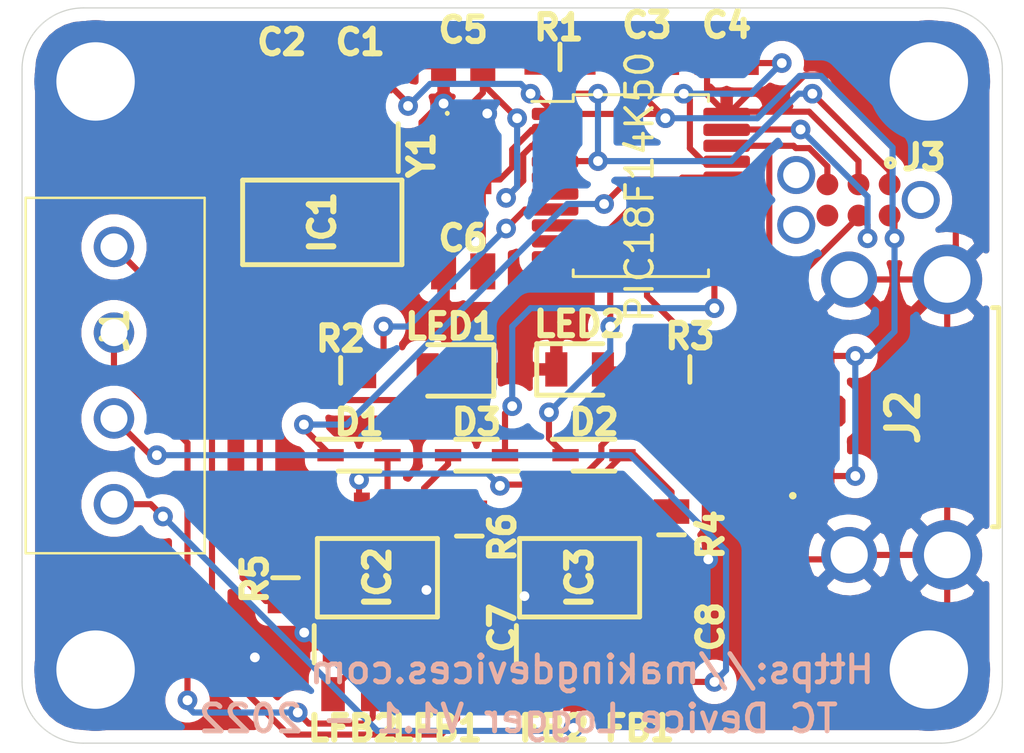
<source format=kicad_pcb>
(kicad_pcb (version 20171130) (host pcbnew "(5.1.12-1-g0a0a2da680)-1")

  (general
    (thickness 1.6)
    (drawings 10)
    (tracks 382)
    (zones 0)
    (modules 31)
    (nets 42)
  )

  (page A4)
  (layers
    (0 F.Cu signal)
    (31 B.Cu signal)
    (32 B.Adhes user)
    (33 F.Adhes user)
    (34 B.Paste user)
    (35 F.Paste user)
    (36 B.SilkS user)
    (37 F.SilkS user)
    (38 B.Mask user)
    (39 F.Mask user)
    (40 Dwgs.User user)
    (41 Cmts.User user)
    (42 Eco1.User user)
    (43 Eco2.User user)
    (44 Edge.Cuts user)
    (45 Margin user)
    (46 B.CrtYd user)
    (47 F.CrtYd user)
    (48 B.Fab user)
    (49 F.Fab user)
  )

  (setup
    (last_trace_width 0.25)
    (trace_clearance 0.2)
    (zone_clearance 0.508)
    (zone_45_only no)
    (trace_min 0.2)
    (via_size 0.8)
    (via_drill 0.4)
    (via_min_size 0.4)
    (via_min_drill 0.3)
    (uvia_size 0.3)
    (uvia_drill 0.1)
    (uvias_allowed no)
    (uvia_min_size 0.2)
    (uvia_min_drill 0.1)
    (edge_width 0.05)
    (segment_width 0.2)
    (pcb_text_width 0.3)
    (pcb_text_size 1.5 1.5)
    (mod_edge_width 0.12)
    (mod_text_size 1 1)
    (mod_text_width 0.15)
    (pad_size 1.524 1.524)
    (pad_drill 0.762)
    (pad_to_mask_clearance 0)
    (aux_axis_origin 0 0)
    (visible_elements 7FFFFFFF)
    (pcbplotparams
      (layerselection 0x010fc_ffffffff)
      (usegerberextensions false)
      (usegerberattributes true)
      (usegerberadvancedattributes true)
      (creategerberjobfile true)
      (excludeedgelayer true)
      (linewidth 0.100000)
      (plotframeref false)
      (viasonmask false)
      (mode 1)
      (useauxorigin false)
      (hpglpennumber 1)
      (hpglpenspeed 20)
      (hpglpendiameter 15.000000)
      (psnegative false)
      (psa4output false)
      (plotreference true)
      (plotvalue true)
      (plotinvisibletext false)
      (padsonsilk false)
      (subtractmaskfromsilk false)
      (outputformat 1)
      (mirror false)
      (drillshape 0)
      (scaleselection 1)
      (outputdirectory "../../../Gerber/v1.1/"))
  )

  (net 0 "")
  (net 1 GND)
  (net 2 +5V)
  (net 3 /3.3V)
  (net 4 "Net-(C4-Pad2)")
  (net 5 /Cyrstal1)
  (net 6 /Crystal2)
  (net 7 "Net-(D1-Pad2)")
  (net 8 /CS_1)
  (net 9 "Net-(D2-Pad2)")
  (net 10 /CS_2)
  (net 11 "Net-(D3-Pad2)")
  (net 12 /SCK)
  (net 13 "Net-(FB1-Pad2)")
  (net 14 "/ThermoCouple Modules/T+tcm2")
  (net 15 "Net-(FB2-Pad2)")
  (net 16 "/ThermoCouple Modules/T-tcm2")
  (net 17 "Net-(IC2-Pad8)")
  (net 18 /MISO)
  (net 19 "Net-(IC2-Pad3)")
  (net 20 "Net-(IC2-Pad2)")
  (net 21 "Net-(IC3-Pad8)")
  (net 22 /PGC)
  (net 23 /PGD)
  (net 24 /MCLR)
  (net 25 "/ThermoCouple Modules/T-tcm1")
  (net 26 "/ThermoCouple Modules/T+tcm1")
  (net 27 "Net-(LED1-Pad2)")
  (net 28 "Net-(LED2-Pad2)")
  (net 29 "Net-(R2-Pad1)")
  (net 30 "Net-(R3-Pad1)")
  (net 31 "Net-(U1-Pad12)")
  (net 32 "Net-(U1-Pad10)")
  (net 33 "Net-(U1-Pad9)")
  (net 34 "Net-(U1-Pad8)")
  (net 35 "Net-(U1-Pad6)")
  (net 36 "Net-(U1-Pad5)")
  (net 37 "Net-(J2-PadB8)")
  (net 38 "Net-(J2-PadB5)")
  (net 39 "Net-(J2-PadA8)")
  (net 40 "Net-(J2-PadA5)")
  (net 41 "Net-(J3-Pad6)")

  (net_class Default "This is the default net class."
    (clearance 0.2)
    (trace_width 0.25)
    (via_dia 0.8)
    (via_drill 0.4)
    (uvia_dia 0.3)
    (uvia_drill 0.1)
    (add_net +5V)
    (add_net /3.3V)
    (add_net /CS_1)
    (add_net /CS_2)
    (add_net /Crystal2)
    (add_net /Cyrstal1)
    (add_net /MCLR)
    (add_net /MISO)
    (add_net /PGC)
    (add_net /PGD)
    (add_net /SCK)
    (add_net "/ThermoCouple Modules/T+tcm1")
    (add_net "/ThermoCouple Modules/T+tcm2")
    (add_net "/ThermoCouple Modules/T-tcm1")
    (add_net "/ThermoCouple Modules/T-tcm2")
    (add_net GND)
    (add_net "Net-(C4-Pad2)")
    (add_net "Net-(D1-Pad2)")
    (add_net "Net-(D2-Pad2)")
    (add_net "Net-(D3-Pad2)")
    (add_net "Net-(FB1-Pad2)")
    (add_net "Net-(FB2-Pad2)")
    (add_net "Net-(IC2-Pad2)")
    (add_net "Net-(IC2-Pad3)")
    (add_net "Net-(IC2-Pad8)")
    (add_net "Net-(IC3-Pad8)")
    (add_net "Net-(J2-PadA5)")
    (add_net "Net-(J2-PadA8)")
    (add_net "Net-(J2-PadB5)")
    (add_net "Net-(J2-PadB8)")
    (add_net "Net-(J3-Pad6)")
    (add_net "Net-(LED1-Pad2)")
    (add_net "Net-(LED2-Pad2)")
    (add_net "Net-(R2-Pad1)")
    (add_net "Net-(R3-Pad1)")
    (add_net "Net-(U1-Pad10)")
    (add_net "Net-(U1-Pad12)")
    (add_net "Net-(U1-Pad5)")
    (add_net "Net-(U1-Pad6)")
    (add_net "Net-(U1-Pad8)")
    (add_net "Net-(U1-Pad9)")
  )

  (module Library_Loader:2169900003 (layer F.Cu) (tedit 0) (tstamp 63507F12)
    (at 121.6 69.2 90)
    (descr 216990-0003-1)
    (tags Connector)
    (path /6350945C)
    (fp_text reference J2 (at 0 -0.65 90) (layer F.SilkS)
      (effects (font (size 1.27 1.27) (thickness 0.254)))
    )
    (fp_text value "Type - C" (at 0 -0.65 90) (layer F.SilkS) hide
      (effects (font (size 1.27 1.27) (thickness 0.254)))
    )
    (fp_line (start -4.47 3.25) (end 4.47 3.25) (layer F.Fab) (width 0.1))
    (fp_line (start 4.47 3.25) (end 4.47 -3.25) (layer F.Fab) (width 0.1))
    (fp_line (start 4.47 -3.25) (end -4.47 -3.25) (layer F.Fab) (width 0.1))
    (fp_line (start -4.47 -3.25) (end -4.47 3.25) (layer F.Fab) (width 0.1))
    (fp_line (start -8.045 -5.55) (end 8.045 -5.55) (layer F.CrtYd) (width 0.1))
    (fp_line (start 8.045 -5.55) (end 8.045 4.25) (layer F.CrtYd) (width 0.1))
    (fp_line (start 8.045 4.25) (end -8.045 4.25) (layer F.CrtYd) (width 0.1))
    (fp_line (start -8.045 4.25) (end -8.045 -5.55) (layer F.CrtYd) (width 0.1))
    (fp_line (start -3.2 -5.2) (end -3.2 -5.2) (layer F.SilkS) (width 0.2))
    (fp_line (start -3.2 -5.1) (end -3.2 -5.1) (layer F.SilkS) (width 0.2))
    (fp_line (start -3.2 -5.2) (end -3.2 -5.2) (layer F.SilkS) (width 0.2))
    (fp_line (start -4.47 3) (end -4.47 3.25) (layer F.SilkS) (width 0.2))
    (fp_line (start -4.47 3.25) (end 4.47 3.25) (layer F.SilkS) (width 0.2))
    (fp_line (start 4.47 3.25) (end 4.47 3) (layer F.SilkS) (width 0.2))
    (fp_arc (start -3.2 -5.15) (end -3.2 -5.2) (angle -180) (layer F.SilkS) (width 0.2))
    (fp_arc (start -3.2 -5.15) (end -3.2 -5.1) (angle -180) (layer F.SilkS) (width 0.2))
    (fp_arc (start -3.2 -5.15) (end -3.2 -5.2) (angle -180) (layer F.SilkS) (width 0.2))
    (fp_text user %R (at 0 -0.65 90) (layer F.Fab)
      (effects (font (size 1.27 1.27) (thickness 0.254)))
    )
    (pad MH4 thru_hole circle (at 5.62 -2.85 90) (size 2.28 2.28) (drill 1.52) (layers *.Cu *.Mask)
      (net 1 GND))
    (pad MH3 thru_hole circle (at 5.62 1.15 90) (size 2.85 2.85) (drill 1.9) (layers *.Cu *.Mask)
      (net 1 GND))
    (pad MH2 thru_hole circle (at -5.62 1.15 90) (size 2.85 2.85) (drill 1.9) (layers *.Cu *.Mask)
      (net 1 GND))
    (pad MH1 thru_hole circle (at -5.62 -2.85 90) (size 2.28 2.28) (drill 1.52) (layers *.Cu *.Mask)
      (net 1 GND))
    (pad B8 smd rect (at -1.75 -4 90) (size 0.3 1.1) (layers F.Cu F.Paste F.Mask)
      (net 37 "Net-(J2-PadB8)"))
    (pad B7 smd rect (at -0.75 -4 90) (size 0.3 1.1) (layers F.Cu F.Paste F.Mask)
      (net 22 /PGC))
    (pad B6 smd rect (at 0.75 -4 90) (size 0.3 1.1) (layers F.Cu F.Paste F.Mask)
      (net 23 /PGD))
    (pad B5 smd rect (at 1.75 -4 90) (size 0.3 1.1) (layers F.Cu F.Paste F.Mask)
      (net 38 "Net-(J2-PadB5)"))
    (pad A12 smd rect (at 3.2 -4 90) (size 0.6 1.1) (layers F.Cu F.Paste F.Mask)
      (net 1 GND))
    (pad A9 smd rect (at 2.4 -4 90) (size 0.6 1.1) (layers F.Cu F.Paste F.Mask)
      (net 2 +5V))
    (pad A8 smd rect (at 1.25 -4 90) (size 0.3 1.1) (layers F.Cu F.Paste F.Mask)
      (net 39 "Net-(J2-PadA8)"))
    (pad A7 smd rect (at 0.25 -4 90) (size 0.3 1.1) (layers F.Cu F.Paste F.Mask)
      (net 22 /PGC))
    (pad A6 smd rect (at -0.25 -4 90) (size 0.3 1.1) (layers F.Cu F.Paste F.Mask)
      (net 23 /PGD))
    (pad A5 smd rect (at -1.25 -4 90) (size 0.3 1.1) (layers F.Cu F.Paste F.Mask)
      (net 40 "Net-(J2-PadA5)"))
    (pad A4 smd rect (at -2.4 -4 90) (size 0.6 1.1) (layers F.Cu F.Paste F.Mask)
      (net 2 +5V))
    (pad A1 smd rect (at -3.2 -4 90) (size 0.6 1.1) (layers F.Cu F.Paste F.Mask)
      (net 1 GND))
    (model D:\SamacSys_PCB_Library\KiCad\SamacSys_Parts.3dshapes\216990-0003.stp
      (offset (xyz 0 0.6499999663961336 2.069999902154526))
      (scale (xyz 1 1 1))
      (rotate (xyz -90 0 -180))
    )
  )

  (module Library_Loader:CAPC2012X140N (layer F.Cu) (tedit 0) (tstamp 61205E60)
    (at 98.8 55.25 180)
    (descr "0805 (2012 metric) 1.4 Thickness")
    (tags Capacitor)
    (path /611FB1BB)
    (attr smd)
    (fp_text reference C1 (at 0 1.35) (layer F.SilkS)
      (effects (font (size 1 1) (thickness 0.254)))
    )
    (fp_text value 100nF (at 0 0) (layer F.SilkS) hide
      (effects (font (size 1.27 1.27) (thickness 0.254)))
    )
    (fp_line (start -1 0.625) (end -1 -0.625) (layer F.Fab) (width 0.1))
    (fp_line (start 1 0.625) (end -1 0.625) (layer F.Fab) (width 0.1))
    (fp_line (start 1 -0.625) (end 1 0.625) (layer F.Fab) (width 0.1))
    (fp_line (start -1 -0.625) (end 1 -0.625) (layer F.Fab) (width 0.1))
    (fp_line (start -1.46 0.89) (end -1.46 -0.89) (layer F.CrtYd) (width 0.05))
    (fp_line (start 1.46 0.89) (end -1.46 0.89) (layer F.CrtYd) (width 0.05))
    (fp_line (start 1.46 -0.89) (end 1.46 0.89) (layer F.CrtYd) (width 0.05))
    (fp_line (start -1.46 -0.89) (end 1.46 -0.89) (layer F.CrtYd) (width 0.05))
    (fp_text user %R (at 0 0) (layer F.Fab)
      (effects (font (size 1 1) (thickness 0.254)))
    )
    (pad 2 smd rect (at 0.8 0 180) (size 1.02 1.47) (layers F.Cu F.Paste F.Mask)
      (net 1 GND))
    (pad 1 smd rect (at -0.8 0 180) (size 1.02 1.47) (layers F.Cu F.Paste F.Mask)
      (net 2 +5V))
    (model D:\SamacSys_PCB_Library\KiCad\SamacSys_Parts.3dshapes\C0805C475M8RACTU.stp
      (at (xyz 0 0 0))
      (scale (xyz 1 1 1))
      (rotate (xyz 0 0 0))
    )
  )

  (module Library_Loader:CAPC2012X140N (layer F.Cu) (tedit 0) (tstamp 61205E6F)
    (at 95.55 55.25)
    (descr "0805 (2012 metric) 1.4 Thickness")
    (tags Capacitor)
    (path /611F9EEE)
    (attr smd)
    (fp_text reference C2 (at 0.05 -1.35) (layer F.SilkS)
      (effects (font (size 1 1) (thickness 0.254)))
    )
    (fp_text value 100nF (at 0 0) (layer F.SilkS) hide
      (effects (font (size 1.27 1.27) (thickness 0.254)))
    )
    (fp_line (start -1 0.625) (end -1 -0.625) (layer F.Fab) (width 0.1))
    (fp_line (start 1 0.625) (end -1 0.625) (layer F.Fab) (width 0.1))
    (fp_line (start 1 -0.625) (end 1 0.625) (layer F.Fab) (width 0.1))
    (fp_line (start -1 -0.625) (end 1 -0.625) (layer F.Fab) (width 0.1))
    (fp_line (start -1.46 0.89) (end -1.46 -0.89) (layer F.CrtYd) (width 0.05))
    (fp_line (start 1.46 0.89) (end -1.46 0.89) (layer F.CrtYd) (width 0.05))
    (fp_line (start 1.46 -0.89) (end 1.46 0.89) (layer F.CrtYd) (width 0.05))
    (fp_line (start -1.46 -0.89) (end 1.46 -0.89) (layer F.CrtYd) (width 0.05))
    (fp_text user %R (at 0 0) (layer F.Fab)
      (effects (font (size 1 1) (thickness 0.254)))
    )
    (pad 2 smd rect (at 0.8 0) (size 1.02 1.47) (layers F.Cu F.Paste F.Mask)
      (net 1 GND))
    (pad 1 smd rect (at -0.8 0) (size 1.02 1.47) (layers F.Cu F.Paste F.Mask)
      (net 3 /3.3V))
    (model D:\SamacSys_PCB_Library\KiCad\SamacSys_Parts.3dshapes\C0805C475M8RACTU.stp
      (at (xyz 0 0 0))
      (scale (xyz 1 1 1))
      (rotate (xyz 0 0 0))
    )
  )

  (module Library_Loader:CAPC2012X140N (layer F.Cu) (tedit 0) (tstamp 61205E7E)
    (at 110.5 54.5 180)
    (descr "0805 (2012 metric) 1.4 Thickness")
    (tags Capacitor)
    (path /6122728D)
    (attr smd)
    (fp_text reference C3 (at 0 1.3) (layer F.SilkS)
      (effects (font (size 1 1) (thickness 0.254)))
    )
    (fp_text value 100nF (at 0 0) (layer F.SilkS) hide
      (effects (font (size 1.27 1.27) (thickness 0.254)))
    )
    (fp_line (start -1 0.625) (end -1 -0.625) (layer F.Fab) (width 0.1))
    (fp_line (start 1 0.625) (end -1 0.625) (layer F.Fab) (width 0.1))
    (fp_line (start 1 -0.625) (end 1 0.625) (layer F.Fab) (width 0.1))
    (fp_line (start -1 -0.625) (end 1 -0.625) (layer F.Fab) (width 0.1))
    (fp_line (start -1.46 0.89) (end -1.46 -0.89) (layer F.CrtYd) (width 0.05))
    (fp_line (start 1.46 0.89) (end -1.46 0.89) (layer F.CrtYd) (width 0.05))
    (fp_line (start 1.46 -0.89) (end 1.46 0.89) (layer F.CrtYd) (width 0.05))
    (fp_line (start -1.46 -0.89) (end 1.46 -0.89) (layer F.CrtYd) (width 0.05))
    (fp_text user %R (at 0 0) (layer F.Fab)
      (effects (font (size 1 1) (thickness 0.254)))
    )
    (pad 2 smd rect (at 0.8 0 180) (size 1.02 1.47) (layers F.Cu F.Paste F.Mask)
      (net 2 +5V))
    (pad 1 smd rect (at -0.8 0 180) (size 1.02 1.47) (layers F.Cu F.Paste F.Mask)
      (net 1 GND))
    (model D:\SamacSys_PCB_Library\KiCad\SamacSys_Parts.3dshapes\C0805C475M8RACTU.stp
      (at (xyz 0 0 0))
      (scale (xyz 1 1 1))
      (rotate (xyz 0 0 0))
    )
  )

  (module Library_Loader:CAPC2012X140N (layer F.Cu) (tedit 0) (tstamp 61205E8D)
    (at 113.75 54.5)
    (descr "0805 (2012 metric) 1.4 Thickness")
    (tags Capacitor)
    (path /6125711E)
    (attr smd)
    (fp_text reference C4 (at 0 -1.3) (layer F.SilkS)
      (effects (font (size 1 1) (thickness 0.254)))
    )
    (fp_text value 100nF (at 0 0) (layer F.SilkS) hide
      (effects (font (size 1.27 1.27) (thickness 0.254)))
    )
    (fp_line (start -1 0.625) (end -1 -0.625) (layer F.Fab) (width 0.1))
    (fp_line (start 1 0.625) (end -1 0.625) (layer F.Fab) (width 0.1))
    (fp_line (start 1 -0.625) (end 1 0.625) (layer F.Fab) (width 0.1))
    (fp_line (start -1 -0.625) (end 1 -0.625) (layer F.Fab) (width 0.1))
    (fp_line (start -1.46 0.89) (end -1.46 -0.89) (layer F.CrtYd) (width 0.05))
    (fp_line (start 1.46 0.89) (end -1.46 0.89) (layer F.CrtYd) (width 0.05))
    (fp_line (start 1.46 -0.89) (end 1.46 0.89) (layer F.CrtYd) (width 0.05))
    (fp_line (start -1.46 -0.89) (end 1.46 -0.89) (layer F.CrtYd) (width 0.05))
    (fp_text user %R (at 0 0) (layer F.Fab)
      (effects (font (size 1 1) (thickness 0.254)))
    )
    (pad 2 smd rect (at 0.8 0) (size 1.02 1.47) (layers F.Cu F.Paste F.Mask)
      (net 4 "Net-(C4-Pad2)"))
    (pad 1 smd rect (at -0.8 0) (size 1.02 1.47) (layers F.Cu F.Paste F.Mask)
      (net 1 GND))
    (model D:\SamacSys_PCB_Library\KiCad\SamacSys_Parts.3dshapes\C0805C475M8RACTU.stp
      (at (xyz 0 0 0))
      (scale (xyz 1 1 1))
      (rotate (xyz 0 0 0))
    )
  )

  (module Library_Loader:CAPC2012X140N (layer F.Cu) (tedit 0) (tstamp 61205E9C)
    (at 103 54.75 180)
    (descr "0805 (2012 metric) 1.4 Thickness")
    (tags Capacitor)
    (path /611EFDE5)
    (attr smd)
    (fp_text reference C5 (at 0 1.35) (layer F.SilkS)
      (effects (font (size 1 1) (thickness 0.254)))
    )
    (fp_text value 22pF (at 0 0) (layer F.SilkS) hide
      (effects (font (size 1.27 1.27) (thickness 0.254)))
    )
    (fp_line (start -1 0.625) (end -1 -0.625) (layer F.Fab) (width 0.1))
    (fp_line (start 1 0.625) (end -1 0.625) (layer F.Fab) (width 0.1))
    (fp_line (start 1 -0.625) (end 1 0.625) (layer F.Fab) (width 0.1))
    (fp_line (start -1 -0.625) (end 1 -0.625) (layer F.Fab) (width 0.1))
    (fp_line (start -1.46 0.89) (end -1.46 -0.89) (layer F.CrtYd) (width 0.05))
    (fp_line (start 1.46 0.89) (end -1.46 0.89) (layer F.CrtYd) (width 0.05))
    (fp_line (start 1.46 -0.89) (end 1.46 0.89) (layer F.CrtYd) (width 0.05))
    (fp_line (start -1.46 -0.89) (end 1.46 -0.89) (layer F.CrtYd) (width 0.05))
    (fp_text user %R (at 0 0) (layer F.Fab)
      (effects (font (size 1 1) (thickness 0.254)))
    )
    (pad 2 smd rect (at 0.8 0 180) (size 1.02 1.47) (layers F.Cu F.Paste F.Mask)
      (net 1 GND))
    (pad 1 smd rect (at -0.8 0 180) (size 1.02 1.47) (layers F.Cu F.Paste F.Mask)
      (net 5 /Cyrstal1))
    (model D:\SamacSys_PCB_Library\KiCad\SamacSys_Parts.3dshapes\C0805C475M8RACTU.stp
      (at (xyz 0 0 0))
      (scale (xyz 1 1 1))
      (rotate (xyz 0 0 0))
    )
  )

  (module Library_Loader:CAPC2012X140N (layer F.Cu) (tedit 0) (tstamp 61205EAB)
    (at 103 63.25)
    (descr "0805 (2012 metric) 1.4 Thickness")
    (tags Capacitor)
    (path /611EEAFC)
    (attr smd)
    (fp_text reference C6 (at 0 -1.35) (layer F.SilkS)
      (effects (font (size 1 1) (thickness 0.254)))
    )
    (fp_text value 22pF (at 0 0) (layer F.SilkS) hide
      (effects (font (size 1.27 1.27) (thickness 0.254)))
    )
    (fp_line (start -1 0.625) (end -1 -0.625) (layer F.Fab) (width 0.1))
    (fp_line (start 1 0.625) (end -1 0.625) (layer F.Fab) (width 0.1))
    (fp_line (start 1 -0.625) (end 1 0.625) (layer F.Fab) (width 0.1))
    (fp_line (start -1 -0.625) (end 1 -0.625) (layer F.Fab) (width 0.1))
    (fp_line (start -1.46 0.89) (end -1.46 -0.89) (layer F.CrtYd) (width 0.05))
    (fp_line (start 1.46 0.89) (end -1.46 0.89) (layer F.CrtYd) (width 0.05))
    (fp_line (start 1.46 -0.89) (end 1.46 0.89) (layer F.CrtYd) (width 0.05))
    (fp_line (start -1.46 -0.89) (end 1.46 -0.89) (layer F.CrtYd) (width 0.05))
    (fp_text user %R (at 0 0) (layer F.Fab)
      (effects (font (size 1 1) (thickness 0.254)))
    )
    (pad 2 smd rect (at 0.8 0) (size 1.02 1.47) (layers F.Cu F.Paste F.Mask)
      (net 6 /Crystal2))
    (pad 1 smd rect (at -0.8 0) (size 1.02 1.47) (layers F.Cu F.Paste F.Mask)
      (net 1 GND))
    (model D:\SamacSys_PCB_Library\KiCad\SamacSys_Parts.3dshapes\C0805C475M8RACTU.stp
      (at (xyz 0 0 0))
      (scale (xyz 1 1 1))
      (rotate (xyz 0 0 0))
    )
  )

  (module Library_Loader:CAPC2012X140N (layer F.Cu) (tedit 0) (tstamp 61205EBA)
    (at 103.25 77.8 270)
    (descr "0805 (2012 metric) 1.4 Thickness")
    (tags Capacitor)
    (path /60AFDA00/611ED141)
    (attr smd)
    (fp_text reference C7 (at 0 -1.35 90) (layer F.SilkS)
      (effects (font (size 1 1) (thickness 0.254)))
    )
    (fp_text value 100nF (at 0 0 90) (layer F.SilkS) hide
      (effects (font (size 1.27 1.27) (thickness 0.254)))
    )
    (fp_line (start -1 0.625) (end -1 -0.625) (layer F.Fab) (width 0.1))
    (fp_line (start 1 0.625) (end -1 0.625) (layer F.Fab) (width 0.1))
    (fp_line (start 1 -0.625) (end 1 0.625) (layer F.Fab) (width 0.1))
    (fp_line (start -1 -0.625) (end 1 -0.625) (layer F.Fab) (width 0.1))
    (fp_line (start -1.46 0.89) (end -1.46 -0.89) (layer F.CrtYd) (width 0.05))
    (fp_line (start 1.46 0.89) (end -1.46 0.89) (layer F.CrtYd) (width 0.05))
    (fp_line (start 1.46 -0.89) (end 1.46 0.89) (layer F.CrtYd) (width 0.05))
    (fp_line (start -1.46 -0.89) (end 1.46 -0.89) (layer F.CrtYd) (width 0.05))
    (fp_text user %R (at 0 0 90) (layer F.Fab)
      (effects (font (size 1 1) (thickness 0.254)))
    )
    (pad 2 smd rect (at 0.8 0 270) (size 1.02 1.47) (layers F.Cu F.Paste F.Mask)
      (net 3 /3.3V))
    (pad 1 smd rect (at -0.8 0 270) (size 1.02 1.47) (layers F.Cu F.Paste F.Mask)
      (net 1 GND))
    (model D:\SamacSys_PCB_Library\KiCad\SamacSys_Parts.3dshapes\C0805C475M8RACTU.stp
      (at (xyz 0 0 0))
      (scale (xyz 1 1 1))
      (rotate (xyz 0 0 0))
    )
  )

  (module Library_Loader:CAPC2012X140N (layer F.Cu) (tedit 0) (tstamp 61205EC9)
    (at 111.5 77.75 270)
    (descr "0805 (2012 metric) 1.4 Thickness")
    (tags Capacitor)
    (path /60AFDA00/611EE2D4)
    (attr smd)
    (fp_text reference C8 (at 0 -1.6 90) (layer F.SilkS)
      (effects (font (size 1 1) (thickness 0.254)))
    )
    (fp_text value 100nF (at 0 0 90) (layer F.SilkS) hide
      (effects (font (size 1.27 1.27) (thickness 0.254)))
    )
    (fp_line (start -1 0.625) (end -1 -0.625) (layer F.Fab) (width 0.1))
    (fp_line (start 1 0.625) (end -1 0.625) (layer F.Fab) (width 0.1))
    (fp_line (start 1 -0.625) (end 1 0.625) (layer F.Fab) (width 0.1))
    (fp_line (start -1 -0.625) (end 1 -0.625) (layer F.Fab) (width 0.1))
    (fp_line (start -1.46 0.89) (end -1.46 -0.89) (layer F.CrtYd) (width 0.05))
    (fp_line (start 1.46 0.89) (end -1.46 0.89) (layer F.CrtYd) (width 0.05))
    (fp_line (start 1.46 -0.89) (end 1.46 0.89) (layer F.CrtYd) (width 0.05))
    (fp_line (start -1.46 -0.89) (end 1.46 -0.89) (layer F.CrtYd) (width 0.05))
    (fp_text user %R (at 0 0 90) (layer F.Fab)
      (effects (font (size 1 1) (thickness 0.254)))
    )
    (pad 2 smd rect (at 0.8 0 270) (size 1.02 1.47) (layers F.Cu F.Paste F.Mask)
      (net 3 /3.3V))
    (pad 1 smd rect (at -0.8 0 270) (size 1.02 1.47) (layers F.Cu F.Paste F.Mask)
      (net 1 GND))
    (model D:\SamacSys_PCB_Library\KiCad\SamacSys_Parts.3dshapes\C0805C475M8RACTU.stp
      (at (xyz 0 0 0))
      (scale (xyz 1 1 1))
      (rotate (xyz 0 0 0))
    )
  )

  (module Library_Loader:SOD2513X120N (layer F.Cu) (tedit 0) (tstamp 61205EDB)
    (at 98.75 70.75)
    (descr SOD323)
    (tags Diode)
    (path /60AFDA00/611E3073)
    (attr smd)
    (fp_text reference D1 (at 0 -1.35) (layer F.SilkS)
      (effects (font (size 1 1) (thickness 0.254)))
    )
    (fp_text value ZLLS410TA (at 0 0) (layer F.SilkS) hide
      (effects (font (size 1.27 1.27) (thickness 0.254)))
    )
    (fp_line (start -0.85 0.65) (end 0.85 0.65) (layer F.SilkS) (width 0.2))
    (fp_line (start -1.7 -0.65) (end 0.85 -0.65) (layer F.SilkS) (width 0.2))
    (fp_line (start -0.85 -0.112) (end -0.312 -0.65) (layer F.Fab) (width 0.1))
    (fp_line (start -0.85 0.65) (end -0.85 -0.65) (layer F.Fab) (width 0.1))
    (fp_line (start 0.85 0.65) (end -0.85 0.65) (layer F.Fab) (width 0.1))
    (fp_line (start 0.85 -0.65) (end 0.85 0.65) (layer F.Fab) (width 0.1))
    (fp_line (start -0.85 -0.65) (end 0.85 -0.65) (layer F.Fab) (width 0.1))
    (fp_line (start -1.975 1.15) (end -1.975 -1.15) (layer F.CrtYd) (width 0.05))
    (fp_line (start 1.975 1.15) (end -1.975 1.15) (layer F.CrtYd) (width 0.05))
    (fp_line (start 1.975 -1.15) (end 1.975 1.15) (layer F.CrtYd) (width 0.05))
    (fp_line (start -1.975 -1.15) (end 1.975 -1.15) (layer F.CrtYd) (width 0.05))
    (fp_text user %R (at 0 0) (layer F.Fab)
      (effects (font (size 1 1) (thickness 0.254)))
    )
    (pad 2 smd rect (at 1.162 0 90) (size 0.5 1.075) (layers F.Cu F.Paste F.Mask)
      (net 7 "Net-(D1-Pad2)"))
    (pad 1 smd rect (at -1.162 0 90) (size 0.5 1.075) (layers F.Cu F.Paste F.Mask)
      (net 8 /CS_1))
    (model D:\SamacSys_PCB_Library\KiCad\SamacSys_Parts.3dshapes\ZLLS410TA.stp
      (at (xyz 0 0 0))
      (scale (xyz 1 1 1))
      (rotate (xyz 0 0 0))
    )
  )

  (module Library_Loader:SOD2513X120N (layer F.Cu) (tedit 0) (tstamp 61205EED)
    (at 108.338 70.75)
    (descr SOD323)
    (tags Diode)
    (path /60AFDA00/611E3F22)
    (attr smd)
    (fp_text reference D2 (at 0 -1.35) (layer F.SilkS)
      (effects (font (size 1 1) (thickness 0.254)))
    )
    (fp_text value ZLLS410TA (at 0 0) (layer F.SilkS) hide
      (effects (font (size 1.27 1.27) (thickness 0.254)))
    )
    (fp_line (start -0.85 0.65) (end 0.85 0.65) (layer F.SilkS) (width 0.2))
    (fp_line (start -1.7 -0.65) (end 0.85 -0.65) (layer F.SilkS) (width 0.2))
    (fp_line (start -0.85 -0.112) (end -0.312 -0.65) (layer F.Fab) (width 0.1))
    (fp_line (start -0.85 0.65) (end -0.85 -0.65) (layer F.Fab) (width 0.1))
    (fp_line (start 0.85 0.65) (end -0.85 0.65) (layer F.Fab) (width 0.1))
    (fp_line (start 0.85 -0.65) (end 0.85 0.65) (layer F.Fab) (width 0.1))
    (fp_line (start -0.85 -0.65) (end 0.85 -0.65) (layer F.Fab) (width 0.1))
    (fp_line (start -1.975 1.15) (end -1.975 -1.15) (layer F.CrtYd) (width 0.05))
    (fp_line (start 1.975 1.15) (end -1.975 1.15) (layer F.CrtYd) (width 0.05))
    (fp_line (start 1.975 -1.15) (end 1.975 1.15) (layer F.CrtYd) (width 0.05))
    (fp_line (start -1.975 -1.15) (end 1.975 -1.15) (layer F.CrtYd) (width 0.05))
    (fp_text user %R (at 0 0) (layer F.Fab)
      (effects (font (size 1 1) (thickness 0.254)))
    )
    (pad 2 smd rect (at 1.162 0 90) (size 0.5 1.075) (layers F.Cu F.Paste F.Mask)
      (net 9 "Net-(D2-Pad2)"))
    (pad 1 smd rect (at -1.162 0 90) (size 0.5 1.075) (layers F.Cu F.Paste F.Mask)
      (net 10 /CS_2))
    (model D:\SamacSys_PCB_Library\KiCad\SamacSys_Parts.3dshapes\ZLLS410TA.stp
      (at (xyz 0 0 0))
      (scale (xyz 1 1 1))
      (rotate (xyz 0 0 0))
    )
  )

  (module Library_Loader:SOD2513X120N (layer F.Cu) (tedit 0) (tstamp 61205EFF)
    (at 103.544 70.75 180)
    (descr SOD323)
    (tags Diode)
    (path /60AFDA00/611E1D22)
    (attr smd)
    (fp_text reference D3 (at 0 1.35) (layer F.SilkS)
      (effects (font (size 1 1) (thickness 0.254)))
    )
    (fp_text value ZLLS410TA (at 0 0) (layer F.SilkS) hide
      (effects (font (size 1.27 1.27) (thickness 0.254)))
    )
    (fp_line (start -0.85 0.65) (end 0.85 0.65) (layer F.SilkS) (width 0.2))
    (fp_line (start -1.7 -0.65) (end 0.85 -0.65) (layer F.SilkS) (width 0.2))
    (fp_line (start -0.85 -0.112) (end -0.312 -0.65) (layer F.Fab) (width 0.1))
    (fp_line (start -0.85 0.65) (end -0.85 -0.65) (layer F.Fab) (width 0.1))
    (fp_line (start 0.85 0.65) (end -0.85 0.65) (layer F.Fab) (width 0.1))
    (fp_line (start 0.85 -0.65) (end 0.85 0.65) (layer F.Fab) (width 0.1))
    (fp_line (start -0.85 -0.65) (end 0.85 -0.65) (layer F.Fab) (width 0.1))
    (fp_line (start -1.975 1.15) (end -1.975 -1.15) (layer F.CrtYd) (width 0.05))
    (fp_line (start 1.975 1.15) (end -1.975 1.15) (layer F.CrtYd) (width 0.05))
    (fp_line (start 1.975 -1.15) (end 1.975 1.15) (layer F.CrtYd) (width 0.05))
    (fp_line (start -1.975 -1.15) (end 1.975 -1.15) (layer F.CrtYd) (width 0.05))
    (fp_text user %R (at 0 0) (layer F.Fab)
      (effects (font (size 1 1) (thickness 0.254)))
    )
    (pad 2 smd rect (at 1.162 0 270) (size 0.5 1.075) (layers F.Cu F.Paste F.Mask)
      (net 11 "Net-(D3-Pad2)"))
    (pad 1 smd rect (at -1.162 0 270) (size 0.5 1.075) (layers F.Cu F.Paste F.Mask)
      (net 12 /SCK))
    (model D:\SamacSys_PCB_Library\KiCad\SamacSys_Parts.3dshapes\ZLLS410TA.stp
      (at (xyz 0 0 0))
      (scale (xyz 1 1 1))
      (rotate (xyz 0 0 0))
    )
  )

  (module Library_Loader:CAPC2012X90N (layer F.Cu) (tedit 0) (tstamp 61205F0E)
    (at 110.19 80.5 180)
    (descr 0805)
    (tags Inductor)
    (path /60AFDA00/611DE3B5)
    (attr smd)
    (fp_text reference FB1 (at 0 -1.4) (layer F.SilkS)
      (effects (font (size 1 1) (thickness 0.254)))
    )
    (fp_text value 742792005 (at 0 0) (layer F.SilkS) hide
      (effects (font (size 1.27 1.27) (thickness 0.254)))
    )
    (fp_line (start -1 0.625) (end -1 -0.625) (layer F.Fab) (width 0.1))
    (fp_line (start 1 0.625) (end -1 0.625) (layer F.Fab) (width 0.1))
    (fp_line (start 1 -0.625) (end 1 0.625) (layer F.Fab) (width 0.1))
    (fp_line (start -1 -0.625) (end 1 -0.625) (layer F.Fab) (width 0.1))
    (fp_line (start -1.44 0.85) (end -1.44 -0.85) (layer F.CrtYd) (width 0.05))
    (fp_line (start 1.44 0.85) (end -1.44 0.85) (layer F.CrtYd) (width 0.05))
    (fp_line (start 1.44 -0.85) (end 1.44 0.85) (layer F.CrtYd) (width 0.05))
    (fp_line (start -1.44 -0.85) (end 1.44 -0.85) (layer F.CrtYd) (width 0.05))
    (fp_text user %R (at 0 0) (layer F.Fab)
      (effects (font (size 1 1) (thickness 0.254)))
    )
    (pad 2 smd rect (at 0.81 0 180) (size 0.96 1.39) (layers F.Cu F.Paste F.Mask)
      (net 13 "Net-(FB1-Pad2)"))
    (pad 1 smd rect (at -0.81 0 180) (size 0.96 1.39) (layers F.Cu F.Paste F.Mask)
      (net 14 "/ThermoCouple Modules/T+tcm2"))
    (model D:\SamacSys_PCB_Library\KiCad\SamacSys_Parts.3dshapes\742792005.stp
      (at (xyz 0 0 0))
      (scale (xyz 1 1 1))
      (rotate (xyz 0 0 0))
    )
  )

  (module Library_Loader:CAPC2012X90N (layer F.Cu) (tedit 0) (tstamp 61205F1D)
    (at 106.75 80.5 180)
    (descr 0805)
    (tags Inductor)
    (path /60AFDA00/611DF27E)
    (attr smd)
    (fp_text reference FB2 (at 0.05 -1.4) (layer F.SilkS)
      (effects (font (size 1 1) (thickness 0.254)))
    )
    (fp_text value 742792005 (at 0 0) (layer F.SilkS) hide
      (effects (font (size 1.27 1.27) (thickness 0.254)))
    )
    (fp_line (start -1 0.625) (end -1 -0.625) (layer F.Fab) (width 0.1))
    (fp_line (start 1 0.625) (end -1 0.625) (layer F.Fab) (width 0.1))
    (fp_line (start 1 -0.625) (end 1 0.625) (layer F.Fab) (width 0.1))
    (fp_line (start -1 -0.625) (end 1 -0.625) (layer F.Fab) (width 0.1))
    (fp_line (start -1.44 0.85) (end -1.44 -0.85) (layer F.CrtYd) (width 0.05))
    (fp_line (start 1.44 0.85) (end -1.44 0.85) (layer F.CrtYd) (width 0.05))
    (fp_line (start 1.44 -0.85) (end 1.44 0.85) (layer F.CrtYd) (width 0.05))
    (fp_line (start -1.44 -0.85) (end 1.44 -0.85) (layer F.CrtYd) (width 0.05))
    (fp_text user %R (at 0 0) (layer F.Fab)
      (effects (font (size 1 1) (thickness 0.254)))
    )
    (pad 2 smd rect (at 0.81 0 180) (size 0.96 1.39) (layers F.Cu F.Paste F.Mask)
      (net 15 "Net-(FB2-Pad2)"))
    (pad 1 smd rect (at -0.81 0 180) (size 0.96 1.39) (layers F.Cu F.Paste F.Mask)
      (net 16 "/ThermoCouple Modules/T-tcm2"))
    (model D:\SamacSys_PCB_Library\KiCad\SamacSys_Parts.3dshapes\742792005.stp
      (at (xyz 0 0 0))
      (scale (xyz 1 1 1))
      (rotate (xyz 0 0 0))
    )
  )

  (module Library_Loader:SOT230P700X180-4N (layer F.Cu) (tedit 0) (tstamp 61205F34)
    (at 97.25 61.25 270)
    (descr TC1108-3.3VDBTR)
    (tags "Integrated Circuit")
    (path /611F931D)
    (attr smd)
    (fp_text reference IC1 (at 0 0 90) (layer F.SilkS)
      (effects (font (size 1 1) (thickness 0.254)))
    )
    (fp_text value TC1108-3.3VDBTR (at 0 0 90) (layer F.SilkS) hide
      (effects (font (size 1.27 1.27) (thickness 0.254)))
    )
    (fp_line (start -4.025 -3.1) (end -2.075 -3.1) (layer F.SilkS) (width 0.2))
    (fp_line (start -1.725 3.25) (end -1.725 -3.25) (layer F.SilkS) (width 0.2))
    (fp_line (start 1.725 3.25) (end -1.725 3.25) (layer F.SilkS) (width 0.2))
    (fp_line (start 1.725 -3.25) (end 1.725 3.25) (layer F.SilkS) (width 0.2))
    (fp_line (start -1.725 -3.25) (end 1.725 -3.25) (layer F.SilkS) (width 0.2))
    (fp_line (start -1.75 -0.95) (end 0.55 -3.25) (layer F.Fab) (width 0.1))
    (fp_line (start -1.75 3.25) (end -1.75 -3.25) (layer F.Fab) (width 0.1))
    (fp_line (start 1.75 3.25) (end -1.75 3.25) (layer F.Fab) (width 0.1))
    (fp_line (start 1.75 -3.25) (end 1.75 3.25) (layer F.Fab) (width 0.1))
    (fp_line (start -1.75 -3.25) (end 1.75 -3.25) (layer F.Fab) (width 0.1))
    (fp_line (start -4.275 3.6) (end -4.275 -3.6) (layer F.CrtYd) (width 0.05))
    (fp_line (start 4.275 3.6) (end -4.275 3.6) (layer F.CrtYd) (width 0.05))
    (fp_line (start 4.275 -3.6) (end 4.275 3.6) (layer F.CrtYd) (width 0.05))
    (fp_line (start -4.275 -3.6) (end 4.275 -3.6) (layer F.CrtYd) (width 0.05))
    (fp_text user %R (at 0 0 90) (layer F.Fab)
      (effects (font (size 1 1) (thickness 0.254)))
    )
    (pad 4 smd rect (at 3.05 0 270) (size 1.95 3.2) (layers F.Cu F.Paste F.Mask)
      (net 1 GND))
    (pad 3 smd rect (at -3.05 2.3) (size 0.9 1.95) (layers F.Cu F.Paste F.Mask)
      (net 3 /3.3V))
    (pad 2 smd rect (at -3.05 0) (size 0.9 1.95) (layers F.Cu F.Paste F.Mask)
      (net 1 GND))
    (pad 1 smd rect (at -3.05 -2.3) (size 0.9 1.95) (layers F.Cu F.Paste F.Mask)
      (net 2 +5V))
    (model D:\SamacSys_PCB_Library\KiCad\SamacSys_Parts.3dshapes\TC1108-3.3VDBTR.stp
      (at (xyz 0 0 0))
      (scale (xyz 1 1 1))
      (rotate (xyz 0 0 0))
    )
  )

  (module Library_Loader:SOIC127P600X175-8N (layer F.Cu) (tedit 0) (tstamp 61205F4F)
    (at 99.5 75.75 90)
    (descr "8 SO-3")
    (tags "Integrated Circuit")
    (path /60AFDA00/611D796C)
    (attr smd)
    (fp_text reference IC2 (at 0 0 90) (layer F.SilkS)
      (effects (font (size 1 1) (thickness 0.254)))
    )
    (fp_text value MAX31855KASA+ (at 0 0 90) (layer F.SilkS) hide
      (effects (font (size 1.27 1.27) (thickness 0.254)))
    )
    (fp_line (start -3.475 -2.58) (end -1.95 -2.58) (layer F.SilkS) (width 0.2))
    (fp_line (start -1.6 2.45) (end -1.6 -2.45) (layer F.SilkS) (width 0.2))
    (fp_line (start 1.6 2.45) (end -1.6 2.45) (layer F.SilkS) (width 0.2))
    (fp_line (start 1.6 -2.45) (end 1.6 2.45) (layer F.SilkS) (width 0.2))
    (fp_line (start -1.6 -2.45) (end 1.6 -2.45) (layer F.SilkS) (width 0.2))
    (fp_line (start -1.95 -1.18) (end -0.68 -2.45) (layer F.Fab) (width 0.1))
    (fp_line (start -1.95 2.45) (end -1.95 -2.45) (layer F.Fab) (width 0.1))
    (fp_line (start 1.95 2.45) (end -1.95 2.45) (layer F.Fab) (width 0.1))
    (fp_line (start 1.95 -2.45) (end 1.95 2.45) (layer F.Fab) (width 0.1))
    (fp_line (start -1.95 -2.45) (end 1.95 -2.45) (layer F.Fab) (width 0.1))
    (fp_line (start -3.725 2.75) (end -3.725 -2.75) (layer F.CrtYd) (width 0.05))
    (fp_line (start 3.725 2.75) (end -3.725 2.75) (layer F.CrtYd) (width 0.05))
    (fp_line (start 3.725 -2.75) (end 3.725 2.75) (layer F.CrtYd) (width 0.05))
    (fp_line (start -3.725 -2.75) (end 3.725 -2.75) (layer F.CrtYd) (width 0.05))
    (fp_text user %R (at 0 0 90) (layer F.Fab)
      (effects (font (size 1 1) (thickness 0.254)))
    )
    (pad 8 smd rect (at 2.712 -1.905 180) (size 0.65 1.525) (layers F.Cu F.Paste F.Mask)
      (net 17 "Net-(IC2-Pad8)"))
    (pad 7 smd rect (at 2.712 -0.635 180) (size 0.65 1.525) (layers F.Cu F.Paste F.Mask)
      (net 18 /MISO))
    (pad 6 smd rect (at 2.712 0.635 180) (size 0.65 1.525) (layers F.Cu F.Paste F.Mask)
      (net 7 "Net-(D1-Pad2)"))
    (pad 5 smd rect (at 2.712 1.905 180) (size 0.65 1.525) (layers F.Cu F.Paste F.Mask)
      (net 11 "Net-(D3-Pad2)"))
    (pad 4 smd rect (at -2.712 1.905 180) (size 0.65 1.525) (layers F.Cu F.Paste F.Mask)
      (net 3 /3.3V))
    (pad 3 smd rect (at -2.712 0.635 180) (size 0.65 1.525) (layers F.Cu F.Paste F.Mask)
      (net 19 "Net-(IC2-Pad3)"))
    (pad 2 smd rect (at -2.712 -0.635 180) (size 0.65 1.525) (layers F.Cu F.Paste F.Mask)
      (net 20 "Net-(IC2-Pad2)"))
    (pad 1 smd rect (at -2.712 -1.905 180) (size 0.65 1.525) (layers F.Cu F.Paste F.Mask)
      (net 1 GND))
    (model D:\SamacSys_PCB_Library\KiCad\SamacSys_Parts.3dshapes\MAX31855KASA+.stp
      (at (xyz 0 0 0))
      (scale (xyz 1 1 1))
      (rotate (xyz 0 0 0))
    )
  )

  (module Library_Loader:SOIC127P600X175-8N (layer F.Cu) (tedit 0) (tstamp 61205F6A)
    (at 107.75 75.75 90)
    (descr "8 SO-3")
    (tags "Integrated Circuit")
    (path /60AFDA00/611D8506)
    (attr smd)
    (fp_text reference IC3 (at 0 0 90) (layer F.SilkS)
      (effects (font (size 1 1) (thickness 0.254)))
    )
    (fp_text value MAX31855KASA+ (at 0 0 90) (layer F.SilkS) hide
      (effects (font (size 1.27 1.27) (thickness 0.254)))
    )
    (fp_line (start -3.475 -2.58) (end -1.95 -2.58) (layer F.SilkS) (width 0.2))
    (fp_line (start -1.6 2.45) (end -1.6 -2.45) (layer F.SilkS) (width 0.2))
    (fp_line (start 1.6 2.45) (end -1.6 2.45) (layer F.SilkS) (width 0.2))
    (fp_line (start 1.6 -2.45) (end 1.6 2.45) (layer F.SilkS) (width 0.2))
    (fp_line (start -1.6 -2.45) (end 1.6 -2.45) (layer F.SilkS) (width 0.2))
    (fp_line (start -1.95 -1.18) (end -0.68 -2.45) (layer F.Fab) (width 0.1))
    (fp_line (start -1.95 2.45) (end -1.95 -2.45) (layer F.Fab) (width 0.1))
    (fp_line (start 1.95 2.45) (end -1.95 2.45) (layer F.Fab) (width 0.1))
    (fp_line (start 1.95 -2.45) (end 1.95 2.45) (layer F.Fab) (width 0.1))
    (fp_line (start -1.95 -2.45) (end 1.95 -2.45) (layer F.Fab) (width 0.1))
    (fp_line (start -3.725 2.75) (end -3.725 -2.75) (layer F.CrtYd) (width 0.05))
    (fp_line (start 3.725 2.75) (end -3.725 2.75) (layer F.CrtYd) (width 0.05))
    (fp_line (start 3.725 -2.75) (end 3.725 2.75) (layer F.CrtYd) (width 0.05))
    (fp_line (start -3.725 -2.75) (end 3.725 -2.75) (layer F.CrtYd) (width 0.05))
    (fp_text user %R (at 0 0 90) (layer F.Fab)
      (effects (font (size 1 1) (thickness 0.254)))
    )
    (pad 8 smd rect (at 2.712 -1.905 180) (size 0.65 1.525) (layers F.Cu F.Paste F.Mask)
      (net 21 "Net-(IC3-Pad8)"))
    (pad 7 smd rect (at 2.712 -0.635 180) (size 0.65 1.525) (layers F.Cu F.Paste F.Mask)
      (net 18 /MISO))
    (pad 6 smd rect (at 2.712 0.635 180) (size 0.65 1.525) (layers F.Cu F.Paste F.Mask)
      (net 9 "Net-(D2-Pad2)"))
    (pad 5 smd rect (at 2.712 1.905 180) (size 0.65 1.525) (layers F.Cu F.Paste F.Mask)
      (net 11 "Net-(D3-Pad2)"))
    (pad 4 smd rect (at -2.712 1.905 180) (size 0.65 1.525) (layers F.Cu F.Paste F.Mask)
      (net 3 /3.3V))
    (pad 3 smd rect (at -2.712 0.635 180) (size 0.65 1.525) (layers F.Cu F.Paste F.Mask)
      (net 13 "Net-(FB1-Pad2)"))
    (pad 2 smd rect (at -2.712 -0.635 180) (size 0.65 1.525) (layers F.Cu F.Paste F.Mask)
      (net 15 "Net-(FB2-Pad2)"))
    (pad 1 smd rect (at -2.712 -1.905 180) (size 0.65 1.525) (layers F.Cu F.Paste F.Mask)
      (net 1 GND))
    (model D:\SamacSys_PCB_Library\KiCad\SamacSys_Parts.3dshapes\MAX31855KASA+.stp
      (at (xyz 0 0 0))
      (scale (xyz 1 1 1))
      (rotate (xyz 0 0 0))
    )
  )

  (module Library_Loader:TC2030-MCP-NL (layer F.Cu) (tedit 0) (tstamp 61205FB2)
    (at 119.13 60.335 180)
    (descr TC2030-MCP-NL)
    (tags Connector)
    (path /61218202)
    (fp_text reference J3 (at -2.67 1.735) (layer F.SilkS)
      (effects (font (size 1 1) (thickness 0.254)))
    )
    (fp_text value TC2030-MCP-NL (at -0.343 -2.183) (layer F.SilkS) hide
      (effects (font (size 1.27 1.27) (thickness 0.254)))
    )
    (fp_circle (center -1.297 1.514) (end -1.297 1.577) (layer F.SilkS) (width 0.2))
    (fp_text user %R (at -0.343 -2.183) (layer F.Fab)
      (effects (font (size 1 1) (thickness 0.254)))
    )
    (pad 9 thru_hole circle (at 2.54 1.016 180) (size 1.55 1.55) (drill 1.0668) (layers *.Cu *.Mask))
    (pad 8 thru_hole circle (at 2.54 -1.016 180) (size 1.55 1.55) (drill 1.0668) (layers *.Cu *.Mask))
    (pad 7 thru_hole circle (at -2.54 0 180) (size 1.55 1.55) (drill 1.0668) (layers *.Cu *.Mask))
    (pad 6 smd circle (at 1.27 -0.635 270) (size 0.889 0.889) (layers F.Cu F.Paste F.Mask)
      (net 41 "Net-(J3-Pad6)"))
    (pad 5 smd circle (at 1.27 0.635 270) (size 0.889 0.889) (layers F.Cu F.Paste F.Mask)
      (net 22 /PGC))
    (pad 4 smd circle (at 0 -0.635 270) (size 0.889 0.889) (layers F.Cu F.Paste F.Mask)
      (net 23 /PGD))
    (pad 3 smd circle (at 0 0.635 270) (size 0.889 0.889) (layers F.Cu F.Paste F.Mask)
      (net 1 GND))
    (pad 2 smd circle (at -1.27 -0.635 270) (size 0.889 0.889) (layers F.Cu F.Paste F.Mask)
      (net 2 +5V))
    (pad 1 smd circle (at -1.27 0.635 270) (size 0.889 0.889) (layers F.Cu F.Paste F.Mask)
      (net 24 /MCLR))
  )

  (module Library_Loader:1751264 (layer F.Cu) (tedit 0) (tstamp 61205FCD)
    (at 88.75 62.25 270)
    (descr 1751264-2)
    (tags Connector)
    (path /612913B9)
    (fp_text reference J1 (at 3.4 -0.05 90) (layer F.SilkS)
      (effects (font (size 1 1) (thickness 0.254)))
    )
    (fp_text value 4-terminal (at 3.4 -0.05 90) (layer F.SilkS) hide
      (effects (font (size 1.27 1.27) (thickness 0.254)))
    )
    (fp_line (start -5.7 0) (end -5.7 0) (layer F.SilkS) (width 0.1))
    (fp_line (start -5.6 0) (end -5.6 0) (layer F.SilkS) (width 0.1))
    (fp_line (start -5.7 0) (end -5.7 0) (layer F.SilkS) (width 0.1))
    (fp_line (start -6.7 4.6) (end -6.7 -4.7) (layer F.CrtYd) (width 0.1))
    (fp_line (start 13.5 4.6) (end -6.7 4.6) (layer F.CrtYd) (width 0.1))
    (fp_line (start 13.5 -4.7) (end 13.5 4.6) (layer F.CrtYd) (width 0.1))
    (fp_line (start -6.7 -4.7) (end 13.5 -4.7) (layer F.CrtYd) (width 0.1))
    (fp_line (start -2 3.6) (end -2 -3.7) (layer F.SilkS) (width 0.1))
    (fp_line (start 12.5 3.6) (end -2 3.6) (layer F.SilkS) (width 0.1))
    (fp_line (start 12.5 -3.7) (end 12.5 3.6) (layer F.SilkS) (width 0.1))
    (fp_line (start -2 -3.7) (end 12.5 -3.7) (layer F.SilkS) (width 0.1))
    (fp_line (start -2 -3.7) (end -2 3.6) (layer F.Fab) (width 0.2))
    (fp_line (start 12.5 -3.7) (end -2 -3.7) (layer F.Fab) (width 0.2))
    (fp_line (start 12.5 3.6) (end 12.5 -3.7) (layer F.Fab) (width 0.2))
    (fp_line (start -2 3.6) (end 12.5 3.6) (layer F.Fab) (width 0.2))
    (fp_arc (start -5.65 0) (end -5.7 0) (angle -180) (layer F.SilkS) (width 0.1))
    (fp_arc (start -5.65 0) (end -5.6 0) (angle -180) (layer F.SilkS) (width 0.1))
    (fp_arc (start -5.65 0) (end -5.7 0) (angle -180) (layer F.SilkS) (width 0.1))
    (fp_text user %R (at 3.4 -0.05 90) (layer F.Fab)
      (effects (font (size 1 1) (thickness 0.254)))
    )
    (pad 4 thru_hole circle (at 10.5 0 270) (size 1.65 1.65) (drill 1.1) (layers *.Cu *.Mask)
      (net 16 "/ThermoCouple Modules/T-tcm2"))
    (pad 3 thru_hole circle (at 7 0 270) (size 1.65 1.65) (drill 1.1) (layers *.Cu *.Mask)
      (net 14 "/ThermoCouple Modules/T+tcm2"))
    (pad 2 thru_hole circle (at 3.5 0 270) (size 1.65 1.65) (drill 1.1) (layers *.Cu *.Mask)
      (net 25 "/ThermoCouple Modules/T-tcm1"))
    (pad 1 thru_hole circle (at 0 0 270) (size 1.65 1.65) (drill 1.1) (layers *.Cu *.Mask)
      (net 26 "/ThermoCouple Modules/T+tcm1"))
    (model D:\SamacSys_PCB_Library\KiCad\SamacSys_Parts.3dshapes\1751264.stp
      (at (xyz 0 0 0))
      (scale (xyz 1 1 1))
      (rotate (xyz 0 0 0))
    )
  )

  (module Library_Loader:LEDC2012X90N (layer F.Cu) (tedit 0) (tstamp 61205FE0)
    (at 102.5 67.29 180)
    (descr "SML-H12x Series-1")
    (tags LED)
    (path /61243180)
    (attr smd)
    (fp_text reference LED1 (at 0 1.79) (layer F.SilkS)
      (effects (font (size 1 1) (thickness 0.254)))
    )
    (fp_text value Green (at 0 0) (layer F.SilkS) hide
      (effects (font (size 1.27 1.27) (thickness 0.254)))
    )
    (fp_line (start -1.75 1.05) (end 0.95 1.05) (layer F.SilkS) (width 0.2))
    (fp_line (start -1.75 -1.05) (end -1.75 1.05) (layer F.SilkS) (width 0.2))
    (fp_line (start 0.95 -1.05) (end -1.75 -1.05) (layer F.SilkS) (width 0.2))
    (fp_line (start -1 -0.208) (end -0.583 -0.625) (layer F.Fab) (width 0.1))
    (fp_line (start -1 0.625) (end -1 -0.625) (layer F.Fab) (width 0.1))
    (fp_line (start 1 0.625) (end -1 0.625) (layer F.Fab) (width 0.1))
    (fp_line (start 1 -0.625) (end 1 0.625) (layer F.Fab) (width 0.1))
    (fp_line (start -1 -0.625) (end 1 -0.625) (layer F.Fab) (width 0.1))
    (fp_line (start -1.85 1.15) (end -1.85 -1.15) (layer F.CrtYd) (width 0.05))
    (fp_line (start 1.85 1.15) (end -1.85 1.15) (layer F.CrtYd) (width 0.05))
    (fp_line (start 1.85 -1.15) (end 1.85 1.15) (layer F.CrtYd) (width 0.05))
    (fp_line (start -1.85 -1.15) (end 1.85 -1.15) (layer F.CrtYd) (width 0.05))
    (fp_text user %R (at 0 0) (layer F.Fab)
      (effects (font (size 1 1) (thickness 0.254)))
    )
    (pad 2 smd rect (at 0.95 0 180) (size 0.9 1.4) (layers F.Cu F.Paste F.Mask)
      (net 27 "Net-(LED1-Pad2)"))
    (pad 1 smd rect (at -0.95 0 180) (size 0.9 1.4) (layers F.Cu F.Paste F.Mask)
      (net 1 GND))
    (model D:\SamacSys_PCB_Library\KiCad\SamacSys_Parts.3dshapes\SML-H12V8TT86.stp
      (offset (xyz -0.02999999887889222 0 0.1399999984934563))
      (scale (xyz 1 1 1))
      (rotate (xyz -90 0 0))
    )
  )

  (module Library_Loader:LEDC2012X90N (layer F.Cu) (tedit 0) (tstamp 61205FF3)
    (at 107.75 67.25)
    (descr "SML-H12x Series-1")
    (tags LED)
    (path /612482DC)
    (attr smd)
    (fp_text reference LED2 (at 0 -1.85) (layer F.SilkS)
      (effects (font (size 1 1) (thickness 0.254)))
    )
    (fp_text value Green (at 0 0) (layer F.SilkS) hide
      (effects (font (size 1.27 1.27) (thickness 0.254)))
    )
    (fp_line (start -1.75 1.05) (end 0.95 1.05) (layer F.SilkS) (width 0.2))
    (fp_line (start -1.75 -1.05) (end -1.75 1.05) (layer F.SilkS) (width 0.2))
    (fp_line (start 0.95 -1.05) (end -1.75 -1.05) (layer F.SilkS) (width 0.2))
    (fp_line (start -1 -0.208) (end -0.583 -0.625) (layer F.Fab) (width 0.1))
    (fp_line (start -1 0.625) (end -1 -0.625) (layer F.Fab) (width 0.1))
    (fp_line (start 1 0.625) (end -1 0.625) (layer F.Fab) (width 0.1))
    (fp_line (start 1 -0.625) (end 1 0.625) (layer F.Fab) (width 0.1))
    (fp_line (start -1 -0.625) (end 1 -0.625) (layer F.Fab) (width 0.1))
    (fp_line (start -1.85 1.15) (end -1.85 -1.15) (layer F.CrtYd) (width 0.05))
    (fp_line (start 1.85 1.15) (end -1.85 1.15) (layer F.CrtYd) (width 0.05))
    (fp_line (start 1.85 -1.15) (end 1.85 1.15) (layer F.CrtYd) (width 0.05))
    (fp_line (start -1.85 -1.15) (end 1.85 -1.15) (layer F.CrtYd) (width 0.05))
    (fp_text user %R (at 0 0) (layer F.Fab)
      (effects (font (size 1 1) (thickness 0.254)))
    )
    (pad 2 smd rect (at 0.95 0) (size 0.9 1.4) (layers F.Cu F.Paste F.Mask)
      (net 28 "Net-(LED2-Pad2)"))
    (pad 1 smd rect (at -0.95 0) (size 0.9 1.4) (layers F.Cu F.Paste F.Mask)
      (net 1 GND))
    (model D:\SamacSys_PCB_Library\KiCad\SamacSys_Parts.3dshapes\SML-H12V8TT86.stp
      (offset (xyz -0.02999999887889222 0 0.1399999984934563))
      (scale (xyz 1 1 1))
      (rotate (xyz -90 0 0))
    )
  )

  (module Library_Loader:CAPC2012X90N (layer F.Cu) (tedit 0) (tstamp 61206002)
    (at 101.94 80.5 180)
    (descr 0805)
    (tags Inductor)
    (path /60AFDA00/611DBCC7)
    (attr smd)
    (fp_text reference LFB1 (at 0 -1.4) (layer F.SilkS)
      (effects (font (size 1 1) (thickness 0.254)))
    )
    (fp_text value Ferrite (at 0 0) (layer F.SilkS) hide
      (effects (font (size 1.27 1.27) (thickness 0.254)))
    )
    (fp_line (start -1 0.625) (end -1 -0.625) (layer F.Fab) (width 0.1))
    (fp_line (start 1 0.625) (end -1 0.625) (layer F.Fab) (width 0.1))
    (fp_line (start 1 -0.625) (end 1 0.625) (layer F.Fab) (width 0.1))
    (fp_line (start -1 -0.625) (end 1 -0.625) (layer F.Fab) (width 0.1))
    (fp_line (start -1.44 0.85) (end -1.44 -0.85) (layer F.CrtYd) (width 0.05))
    (fp_line (start 1.44 0.85) (end -1.44 0.85) (layer F.CrtYd) (width 0.05))
    (fp_line (start 1.44 -0.85) (end 1.44 0.85) (layer F.CrtYd) (width 0.05))
    (fp_line (start -1.44 -0.85) (end 1.44 -0.85) (layer F.CrtYd) (width 0.05))
    (fp_text user %R (at 0 0) (layer F.Fab)
      (effects (font (size 1 1) (thickness 0.254)))
    )
    (pad 2 smd rect (at 0.81 0 180) (size 0.96 1.39) (layers F.Cu F.Paste F.Mask)
      (net 19 "Net-(IC2-Pad3)"))
    (pad 1 smd rect (at -0.81 0 180) (size 0.96 1.39) (layers F.Cu F.Paste F.Mask)
      (net 26 "/ThermoCouple Modules/T+tcm1"))
    (model D:\SamacSys_PCB_Library\KiCad\SamacSys_Parts.3dshapes\742792005.stp
      (at (xyz 0 0 0))
      (scale (xyz 1 1 1))
      (rotate (xyz 0 0 0))
    )
  )

  (module Library_Loader:CAPC2012X90N (layer F.Cu) (tedit 0) (tstamp 61206011)
    (at 98.5 80.5 180)
    (descr 0805)
    (tags Inductor)
    (path /60AFDA00/611DAC69)
    (attr smd)
    (fp_text reference LFB2 (at 0 -1.4) (layer F.SilkS)
      (effects (font (size 1 1) (thickness 0.254)))
    )
    (fp_text value Ferrite (at 0 0) (layer F.SilkS) hide
      (effects (font (size 1.27 1.27) (thickness 0.254)))
    )
    (fp_line (start -1 0.625) (end -1 -0.625) (layer F.Fab) (width 0.1))
    (fp_line (start 1 0.625) (end -1 0.625) (layer F.Fab) (width 0.1))
    (fp_line (start 1 -0.625) (end 1 0.625) (layer F.Fab) (width 0.1))
    (fp_line (start -1 -0.625) (end 1 -0.625) (layer F.Fab) (width 0.1))
    (fp_line (start -1.44 0.85) (end -1.44 -0.85) (layer F.CrtYd) (width 0.05))
    (fp_line (start 1.44 0.85) (end -1.44 0.85) (layer F.CrtYd) (width 0.05))
    (fp_line (start 1.44 -0.85) (end 1.44 0.85) (layer F.CrtYd) (width 0.05))
    (fp_line (start -1.44 -0.85) (end 1.44 -0.85) (layer F.CrtYd) (width 0.05))
    (fp_text user %R (at 0 0) (layer F.Fab)
      (effects (font (size 1 1) (thickness 0.254)))
    )
    (pad 2 smd rect (at 0.81 0 180) (size 0.96 1.39) (layers F.Cu F.Paste F.Mask)
      (net 20 "Net-(IC2-Pad2)"))
    (pad 1 smd rect (at -0.81 0 180) (size 0.96 1.39) (layers F.Cu F.Paste F.Mask)
      (net 25 "/ThermoCouple Modules/T-tcm1"))
    (model D:\SamacSys_PCB_Library\KiCad\SamacSys_Parts.3dshapes\742792005.stp
      (at (xyz 0 0 0))
      (scale (xyz 1 1 1))
      (rotate (xyz 0 0 0))
    )
  )

  (module Library_Loader:RESC2012X75N (layer F.Cu) (tedit 0) (tstamp 61206021)
    (at 106.95 54.5 180)
    (descr ERJP6W)
    (tags Resistor)
    (path /6121478B)
    (attr smd)
    (fp_text reference R1 (at 0.05 1.2) (layer F.SilkS)
      (effects (font (size 1 1) (thickness 0.254)))
    )
    (fp_text value 10k (at 0 0) (layer F.SilkS) hide
      (effects (font (size 1.27 1.27) (thickness 0.254)))
    )
    (fp_line (start 0 -0.525) (end 0 0.525) (layer F.SilkS) (width 0.2))
    (fp_line (start -1 0.625) (end -1 -0.625) (layer F.Fab) (width 0.1))
    (fp_line (start 1 0.625) (end -1 0.625) (layer F.Fab) (width 0.1))
    (fp_line (start 1 -0.625) (end 1 0.625) (layer F.Fab) (width 0.1))
    (fp_line (start -1 -0.625) (end 1 -0.625) (layer F.Fab) (width 0.1))
    (fp_line (start -1.7 1) (end -1.7 -1) (layer F.CrtYd) (width 0.05))
    (fp_line (start 1.7 1) (end -1.7 1) (layer F.CrtYd) (width 0.05))
    (fp_line (start 1.7 -1) (end 1.7 1) (layer F.CrtYd) (width 0.05))
    (fp_line (start -1.7 -1) (end 1.7 -1) (layer F.CrtYd) (width 0.05))
    (fp_text user %R (at 0 0) (layer F.Fab)
      (effects (font (size 1 1) (thickness 0.254)))
    )
    (pad 2 smd rect (at 0.95 0 180) (size 1 1.45) (layers F.Cu F.Paste F.Mask)
      (net 24 /MCLR))
    (pad 1 smd rect (at -0.95 0 180) (size 1 1.45) (layers F.Cu F.Paste F.Mask)
      (net 2 +5V))
    (model D:\SamacSys_PCB_Library\KiCad\SamacSys_Parts.3dshapes\ERJP6WF1303V.stp
      (at (xyz 0 0 0))
      (scale (xyz 1 1 1))
      (rotate (xyz 0 0 0))
    )
  )

  (module Library_Loader:RESC2012X75N (layer F.Cu) (tedit 0) (tstamp 61206031)
    (at 98 67.29 180)
    (descr ERJP6W)
    (tags Resistor)
    (path /6123CF68)
    (attr smd)
    (fp_text reference R2 (at 0 1.29) (layer F.SilkS)
      (effects (font (size 1 1) (thickness 0.254)))
    )
    (fp_text value 220 (at 0 0) (layer F.SilkS) hide
      (effects (font (size 1.27 1.27) (thickness 0.254)))
    )
    (fp_line (start 0 -0.525) (end 0 0.525) (layer F.SilkS) (width 0.2))
    (fp_line (start -1 0.625) (end -1 -0.625) (layer F.Fab) (width 0.1))
    (fp_line (start 1 0.625) (end -1 0.625) (layer F.Fab) (width 0.1))
    (fp_line (start 1 -0.625) (end 1 0.625) (layer F.Fab) (width 0.1))
    (fp_line (start -1 -0.625) (end 1 -0.625) (layer F.Fab) (width 0.1))
    (fp_line (start -1.7 1) (end -1.7 -1) (layer F.CrtYd) (width 0.05))
    (fp_line (start 1.7 1) (end -1.7 1) (layer F.CrtYd) (width 0.05))
    (fp_line (start 1.7 -1) (end 1.7 1) (layer F.CrtYd) (width 0.05))
    (fp_line (start -1.7 -1) (end 1.7 -1) (layer F.CrtYd) (width 0.05))
    (fp_text user %R (at 0 0) (layer F.Fab)
      (effects (font (size 1 1) (thickness 0.254)))
    )
    (pad 2 smd rect (at 0.95 0 180) (size 1 1.45) (layers F.Cu F.Paste F.Mask)
      (net 27 "Net-(LED1-Pad2)"))
    (pad 1 smd rect (at -0.95 0 180) (size 1 1.45) (layers F.Cu F.Paste F.Mask)
      (net 29 "Net-(R2-Pad1)"))
    (model D:\SamacSys_PCB_Library\KiCad\SamacSys_Parts.3dshapes\ERJP6WF1303V.stp
      (at (xyz 0 0 0))
      (scale (xyz 1 1 1))
      (rotate (xyz 0 0 0))
    )
  )

  (module Library_Loader:RESC2012X75N (layer F.Cu) (tedit 0) (tstamp 61206041)
    (at 112.25 67.25 180)
    (descr ERJP6W)
    (tags Resistor)
    (path /6123E138)
    (attr smd)
    (fp_text reference R3 (at 0 1.35) (layer F.SilkS)
      (effects (font (size 1 1) (thickness 0.254)))
    )
    (fp_text value 220 (at 0 0) (layer F.SilkS) hide
      (effects (font (size 1.27 1.27) (thickness 0.254)))
    )
    (fp_line (start 0 -0.525) (end 0 0.525) (layer F.SilkS) (width 0.2))
    (fp_line (start -1 0.625) (end -1 -0.625) (layer F.Fab) (width 0.1))
    (fp_line (start 1 0.625) (end -1 0.625) (layer F.Fab) (width 0.1))
    (fp_line (start 1 -0.625) (end 1 0.625) (layer F.Fab) (width 0.1))
    (fp_line (start -1 -0.625) (end 1 -0.625) (layer F.Fab) (width 0.1))
    (fp_line (start -1.7 1) (end -1.7 -1) (layer F.CrtYd) (width 0.05))
    (fp_line (start 1.7 1) (end -1.7 1) (layer F.CrtYd) (width 0.05))
    (fp_line (start 1.7 -1) (end 1.7 1) (layer F.CrtYd) (width 0.05))
    (fp_line (start -1.7 -1) (end 1.7 -1) (layer F.CrtYd) (width 0.05))
    (fp_text user %R (at 0 0) (layer F.Fab)
      (effects (font (size 1 1) (thickness 0.254)))
    )
    (pad 2 smd rect (at 0.95 0 180) (size 1 1.45) (layers F.Cu F.Paste F.Mask)
      (net 28 "Net-(LED2-Pad2)"))
    (pad 1 smd rect (at -0.95 0 180) (size 1 1.45) (layers F.Cu F.Paste F.Mask)
      (net 30 "Net-(R3-Pad1)"))
    (model D:\SamacSys_PCB_Library\KiCad\SamacSys_Parts.3dshapes\ERJP6WF1303V.stp
      (at (xyz 0 0 0))
      (scale (xyz 1 1 1))
      (rotate (xyz 0 0 0))
    )
  )

  (module Library_Loader:RESC2012X75N (layer F.Cu) (tedit 0) (tstamp 61206051)
    (at 111.5 74 90)
    (descr ERJP6W)
    (tags Resistor)
    (path /60AFDA00/611EA2E3)
    (attr smd)
    (fp_text reference R4 (at 0 1.6 90) (layer F.SilkS)
      (effects (font (size 1 1) (thickness 0.254)))
    )
    (fp_text value 10k (at 0 0 90) (layer F.SilkS) hide
      (effects (font (size 1.27 1.27) (thickness 0.254)))
    )
    (fp_line (start 0 -0.525) (end 0 0.525) (layer F.SilkS) (width 0.2))
    (fp_line (start -1 0.625) (end -1 -0.625) (layer F.Fab) (width 0.1))
    (fp_line (start 1 0.625) (end -1 0.625) (layer F.Fab) (width 0.1))
    (fp_line (start 1 -0.625) (end 1 0.625) (layer F.Fab) (width 0.1))
    (fp_line (start -1 -0.625) (end 1 -0.625) (layer F.Fab) (width 0.1))
    (fp_line (start -1.7 1) (end -1.7 -1) (layer F.CrtYd) (width 0.05))
    (fp_line (start 1.7 1) (end -1.7 1) (layer F.CrtYd) (width 0.05))
    (fp_line (start 1.7 -1) (end 1.7 1) (layer F.CrtYd) (width 0.05))
    (fp_line (start -1.7 -1) (end 1.7 -1) (layer F.CrtYd) (width 0.05))
    (fp_text user %R (at 0 0 90) (layer F.Fab)
      (effects (font (size 1 1) (thickness 0.254)))
    )
    (pad 2 smd rect (at 0.95 0 90) (size 1 1.45) (layers F.Cu F.Paste F.Mask)
      (net 9 "Net-(D2-Pad2)"))
    (pad 1 smd rect (at -0.95 0 90) (size 1 1.45) (layers F.Cu F.Paste F.Mask)
      (net 3 /3.3V))
    (model D:\SamacSys_PCB_Library\KiCad\SamacSys_Parts.3dshapes\ERJP6WF1303V.stp
      (at (xyz 0 0 0))
      (scale (xyz 1 1 1))
      (rotate (xyz 0 0 0))
    )
  )

  (module Library_Loader:RESC2012X75N (layer F.Cu) (tedit 0) (tstamp 61206061)
    (at 95.75 75.75 90)
    (descr ERJP6W)
    (tags Resistor)
    (path /60AFDA00/611E940C)
    (attr smd)
    (fp_text reference R5 (at -0.05 -1.25 90) (layer F.SilkS)
      (effects (font (size 1 1) (thickness 0.254)))
    )
    (fp_text value 10k (at 0 0 90) (layer F.SilkS) hide
      (effects (font (size 1.27 1.27) (thickness 0.254)))
    )
    (fp_line (start 0 -0.525) (end 0 0.525) (layer F.SilkS) (width 0.2))
    (fp_line (start -1 0.625) (end -1 -0.625) (layer F.Fab) (width 0.1))
    (fp_line (start 1 0.625) (end -1 0.625) (layer F.Fab) (width 0.1))
    (fp_line (start 1 -0.625) (end 1 0.625) (layer F.Fab) (width 0.1))
    (fp_line (start -1 -0.625) (end 1 -0.625) (layer F.Fab) (width 0.1))
    (fp_line (start -1.7 1) (end -1.7 -1) (layer F.CrtYd) (width 0.05))
    (fp_line (start 1.7 1) (end -1.7 1) (layer F.CrtYd) (width 0.05))
    (fp_line (start 1.7 -1) (end 1.7 1) (layer F.CrtYd) (width 0.05))
    (fp_line (start -1.7 -1) (end 1.7 -1) (layer F.CrtYd) (width 0.05))
    (fp_text user %R (at 0 0 90) (layer F.Fab)
      (effects (font (size 1 1) (thickness 0.254)))
    )
    (pad 2 smd rect (at 0.95 0 90) (size 1 1.45) (layers F.Cu F.Paste F.Mask)
      (net 7 "Net-(D1-Pad2)"))
    (pad 1 smd rect (at -0.95 0 90) (size 1 1.45) (layers F.Cu F.Paste F.Mask)
      (net 3 /3.3V))
    (model D:\SamacSys_PCB_Library\KiCad\SamacSys_Parts.3dshapes\ERJP6WF1303V.stp
      (at (xyz 0 0 0))
      (scale (xyz 1 1 1))
      (rotate (xyz 0 0 0))
    )
  )

  (module Library_Loader:RESC2012X75N (layer F.Cu) (tedit 0) (tstamp 61206071)
    (at 103.25 74.05 90)
    (descr ERJP6W)
    (tags Resistor)
    (path /60AFDA00/611E8466)
    (attr smd)
    (fp_text reference R6 (at -0.05 1.35 90) (layer F.SilkS)
      (effects (font (size 1 1) (thickness 0.254)))
    )
    (fp_text value 10k (at 0 0 90) (layer F.SilkS) hide
      (effects (font (size 1.27 1.27) (thickness 0.254)))
    )
    (fp_line (start 0 -0.525) (end 0 0.525) (layer F.SilkS) (width 0.2))
    (fp_line (start -1 0.625) (end -1 -0.625) (layer F.Fab) (width 0.1))
    (fp_line (start 1 0.625) (end -1 0.625) (layer F.Fab) (width 0.1))
    (fp_line (start 1 -0.625) (end 1 0.625) (layer F.Fab) (width 0.1))
    (fp_line (start -1 -0.625) (end 1 -0.625) (layer F.Fab) (width 0.1))
    (fp_line (start -1.7 1) (end -1.7 -1) (layer F.CrtYd) (width 0.05))
    (fp_line (start 1.7 1) (end -1.7 1) (layer F.CrtYd) (width 0.05))
    (fp_line (start 1.7 -1) (end 1.7 1) (layer F.CrtYd) (width 0.05))
    (fp_line (start -1.7 -1) (end 1.7 -1) (layer F.CrtYd) (width 0.05))
    (fp_text user %R (at 0 0 90) (layer F.Fab)
      (effects (font (size 1 1) (thickness 0.254)))
    )
    (pad 2 smd rect (at 0.95 0 90) (size 1 1.45) (layers F.Cu F.Paste F.Mask)
      (net 11 "Net-(D3-Pad2)"))
    (pad 1 smd rect (at -0.95 0 90) (size 1 1.45) (layers F.Cu F.Paste F.Mask)
      (net 3 /3.3V))
    (model D:\SamacSys_PCB_Library\KiCad\SamacSys_Parts.3dshapes\ERJP6WF1303V.stp
      (at (xyz 0 0 0))
      (scale (xyz 1 1 1))
      (rotate (xyz 0 0 0))
    )
  )

  (module Library_Loader:CX2520DB12000D0GPSC1 (layer F.Cu) (tedit 0) (tstamp 612060B1)
    (at 103 58.65 270)
    (descr CX2520DB12000D0GPSC1-1)
    (tags "Crystal or Oscillator")
    (path /611E8360)
    (attr smd)
    (fp_text reference Y1 (at -0.15 1.7 90) (layer F.SilkS)
      (effects (font (size 1 1) (thickness 0.254)))
    )
    (fp_text value 12Mhz (at -0.225 0 90) (layer F.SilkS) hide
      (effects (font (size 1.27 1.27) (thickness 0.254)))
    )
    (fp_line (start -1.9 0.65) (end -1.9 0.65) (layer F.SilkS) (width 0.1))
    (fp_line (start -1.8 0.65) (end -1.8 0.65) (layer F.SilkS) (width 0.1))
    (fp_line (start -2.9 2.15) (end -2.9 -2.15) (layer F.CrtYd) (width 0.1))
    (fp_line (start 2.45 2.15) (end -2.9 2.15) (layer F.CrtYd) (width 0.1))
    (fp_line (start 2.45 -2.15) (end 2.45 2.15) (layer F.CrtYd) (width 0.1))
    (fp_line (start -2.9 -2.15) (end 2.45 -2.15) (layer F.CrtYd) (width 0.1))
    (fp_line (start -1.25 1) (end -1.25 -1) (layer F.Fab) (width 0.2))
    (fp_line (start 1.25 1) (end -1.25 1) (layer F.Fab) (width 0.2))
    (fp_line (start 1.25 -1) (end 1.25 1) (layer F.Fab) (width 0.2))
    (fp_line (start -1.25 -1) (end 1.25 -1) (layer F.Fab) (width 0.2))
    (fp_arc (start -1.85 0.65) (end -1.9 0.65) (angle -180) (layer F.SilkS) (width 0.1))
    (fp_arc (start -1.85 0.65) (end -1.8 0.65) (angle -180) (layer F.SilkS) (width 0.1))
    (fp_text user %R (at -0.225 0 90) (layer F.Fab)
      (effects (font (size 1 1) (thickness 0.254)))
    )
    (pad 4 smd rect (at -0.85 -0.65) (size 1 1.2) (layers F.Cu F.Paste F.Mask)
      (net 1 GND))
    (pad 3 smd rect (at 0.85 -0.65) (size 1 1.2) (layers F.Cu F.Paste F.Mask)
      (net 6 /Crystal2))
    (pad 2 smd rect (at 0.85 0.65) (size 1 1.2) (layers F.Cu F.Paste F.Mask)
      (net 1 GND))
    (pad 1 smd rect (at -0.85 0.65) (size 1 1.2) (layers F.Cu F.Paste F.Mask)
      (net 5 /Cyrstal1))
    (model D:\SamacSys_PCB_Library\KiCad\SamacSys_Parts.3dshapes\CX2520DB12000D0GPSC1.stp
      (at (xyz 0 0 0))
      (scale (xyz 1 1 1))
      (rotate (xyz 0 0 0))
    )
  )

  (module Package_SO:SSOP-20_5.3x7.2mm_P0.65mm (layer F.Cu) (tedit 5D9F72B1) (tstamp 6120609C)
    (at 110.25 59.75)
    (descr "SSOP, 20 Pin (http://ww1.microchip.com/downloads/en/DeviceDoc/40001800C.pdf), generated with kicad-footprint-generator ipc_gullwing_generator.py")
    (tags "SSOP SO")
    (path /611D78C5)
    (attr smd)
    (fp_text reference U1 (at 0 -4.55) (layer F.SilkS) hide
      (effects (font (size 1 1) (thickness 0.15)))
    )
    (fp_text value PIC18F14K50 (at -0.05 0.05 90) (layer F.SilkS)
      (effects (font (size 1.1 1.1) (thickness 0.15)))
    )
    (fp_line (start 4.7 -3.85) (end -4.7 -3.85) (layer F.CrtYd) (width 0.05))
    (fp_line (start 4.7 3.85) (end 4.7 -3.85) (layer F.CrtYd) (width 0.05))
    (fp_line (start -4.7 3.85) (end 4.7 3.85) (layer F.CrtYd) (width 0.05))
    (fp_line (start -4.7 -3.85) (end -4.7 3.85) (layer F.CrtYd) (width 0.05))
    (fp_line (start -2.65 -2.6) (end -1.65 -3.6) (layer F.Fab) (width 0.1))
    (fp_line (start -2.65 3.6) (end -2.65 -2.6) (layer F.Fab) (width 0.1))
    (fp_line (start 2.65 3.6) (end -2.65 3.6) (layer F.Fab) (width 0.1))
    (fp_line (start 2.65 -3.6) (end 2.65 3.6) (layer F.Fab) (width 0.1))
    (fp_line (start -1.65 -3.6) (end 2.65 -3.6) (layer F.Fab) (width 0.1))
    (fp_line (start -2.76 -3.435) (end -4.45 -3.435) (layer F.SilkS) (width 0.12))
    (fp_line (start -2.76 -3.71) (end -2.76 -3.435) (layer F.SilkS) (width 0.12))
    (fp_line (start 0 -3.71) (end -2.76 -3.71) (layer F.SilkS) (width 0.12))
    (fp_line (start 2.76 -3.71) (end 2.76 -3.435) (layer F.SilkS) (width 0.12))
    (fp_line (start 0 -3.71) (end 2.76 -3.71) (layer F.SilkS) (width 0.12))
    (fp_line (start -2.76 3.71) (end -2.76 3.435) (layer F.SilkS) (width 0.12))
    (fp_line (start 0 3.71) (end -2.76 3.71) (layer F.SilkS) (width 0.12))
    (fp_line (start 2.76 3.71) (end 2.76 3.435) (layer F.SilkS) (width 0.12))
    (fp_line (start 0 3.71) (end 2.76 3.71) (layer F.SilkS) (width 0.12))
    (fp_text user %R (at 0 0.25) (layer F.SilkS) hide
      (effects (font (size 1 1) (thickness 0.15)))
    )
    (pad 20 smd roundrect (at 3.5 -2.925) (size 1.9 0.5) (layers F.Cu F.Paste F.Mask) (roundrect_rratio 0.25)
      (net 1 GND))
    (pad 19 smd roundrect (at 3.5 -2.275) (size 1.9 0.5) (layers F.Cu F.Paste F.Mask) (roundrect_rratio 0.25)
      (net 23 /PGD))
    (pad 18 smd roundrect (at 3.5 -1.625) (size 1.9 0.5) (layers F.Cu F.Paste F.Mask) (roundrect_rratio 0.25)
      (net 22 /PGC))
    (pad 17 smd roundrect (at 3.5 -0.975) (size 1.9 0.5) (layers F.Cu F.Paste F.Mask) (roundrect_rratio 0.25)
      (net 4 "Net-(C4-Pad2)"))
    (pad 16 smd roundrect (at 3.5 -0.325) (size 1.9 0.5) (layers F.Cu F.Paste F.Mask) (roundrect_rratio 0.25)
      (net 8 /CS_1))
    (pad 15 smd roundrect (at 3.5 0.325) (size 1.9 0.5) (layers F.Cu F.Paste F.Mask) (roundrect_rratio 0.25)
      (net 10 /CS_2))
    (pad 14 smd roundrect (at 3.5 0.975) (size 1.9 0.5) (layers F.Cu F.Paste F.Mask) (roundrect_rratio 0.25)
      (net 30 "Net-(R3-Pad1)"))
    (pad 13 smd roundrect (at 3.5 1.625) (size 1.9 0.5) (layers F.Cu F.Paste F.Mask) (roundrect_rratio 0.25)
      (net 18 /MISO))
    (pad 12 smd roundrect (at 3.5 2.275) (size 1.9 0.5) (layers F.Cu F.Paste F.Mask) (roundrect_rratio 0.25)
      (net 31 "Net-(U1-Pad12)"))
    (pad 11 smd roundrect (at 3.5 2.925) (size 1.9 0.5) (layers F.Cu F.Paste F.Mask) (roundrect_rratio 0.25)
      (net 12 /SCK))
    (pad 10 smd roundrect (at -3.5 2.925) (size 1.9 0.5) (layers F.Cu F.Paste F.Mask) (roundrect_rratio 0.25)
      (net 32 "Net-(U1-Pad10)"))
    (pad 9 smd roundrect (at -3.5 2.275) (size 1.9 0.5) (layers F.Cu F.Paste F.Mask) (roundrect_rratio 0.25)
      (net 33 "Net-(U1-Pad9)"))
    (pad 8 smd roundrect (at -3.5 1.625) (size 1.9 0.5) (layers F.Cu F.Paste F.Mask) (roundrect_rratio 0.25)
      (net 34 "Net-(U1-Pad8)"))
    (pad 7 smd roundrect (at -3.5 0.975) (size 1.9 0.5) (layers F.Cu F.Paste F.Mask) (roundrect_rratio 0.25)
      (net 29 "Net-(R2-Pad1)"))
    (pad 6 smd roundrect (at -3.5 0.325) (size 1.9 0.5) (layers F.Cu F.Paste F.Mask) (roundrect_rratio 0.25)
      (net 35 "Net-(U1-Pad6)"))
    (pad 5 smd roundrect (at -3.5 -0.325) (size 1.9 0.5) (layers F.Cu F.Paste F.Mask) (roundrect_rratio 0.25)
      (net 36 "Net-(U1-Pad5)"))
    (pad 4 smd roundrect (at -3.5 -0.975) (size 1.9 0.5) (layers F.Cu F.Paste F.Mask) (roundrect_rratio 0.25)
      (net 24 /MCLR))
    (pad 3 smd roundrect (at -3.5 -1.625) (size 1.9 0.5) (layers F.Cu F.Paste F.Mask) (roundrect_rratio 0.25)
      (net 5 /Cyrstal1))
    (pad 2 smd roundrect (at -3.5 -2.275) (size 1.9 0.5) (layers F.Cu F.Paste F.Mask) (roundrect_rratio 0.25)
      (net 6 /Crystal2))
    (pad 1 smd roundrect (at -3.5 -2.925) (size 1.9 0.5) (layers F.Cu F.Paste F.Mask) (roundrect_rratio 0.25)
      (net 2 +5V))
    (model ${KISYS3DMOD}/Package_SO.3dshapes/SSOP-20_5.3x7.2mm_P0.65mm.wrl
      (at (xyz 0 0 0))
      (scale (xyz 1 1 1))
      (rotate (xyz 0 0 0))
    )
  )

  (gr_text Https://makingdevices.com (at 108.25 79.5) (layer B.SilkS) (tstamp 614308EF)
    (effects (font (size 1.1 1.1) (thickness 0.2)) (justify mirror))
  )
  (gr_text "TC Device Logger V1.1 - 2022" (at 105.25 81.5) (layer B.SilkS) (tstamp 614308EE)
    (effects (font (size 1.1 1.1) (thickness 0.2)) (justify mirror))
  )
  (gr_arc (start 87.5 55) (end 87.5 52.5) (angle -90) (layer Edge.Cuts) (width 0.05))
  (gr_arc (start 87.5 80) (end 85 80) (angle -90) (layer Edge.Cuts) (width 0.05))
  (gr_arc (start 122.5 80) (end 122.5 82.5) (angle -90) (layer Edge.Cuts) (width 0.05))
  (gr_arc (start 122.5 55) (end 125 55) (angle -90) (layer Edge.Cuts) (width 0.05))
  (gr_line (start 87.5 82.5) (end 122.5 82.5) (layer Edge.Cuts) (width 0.05) (tstamp 6141BA83))
  (gr_line (start 85 55) (end 85 80) (layer Edge.Cuts) (width 0.05) (tstamp 6141BA7C))
  (gr_line (start 125 55) (end 125 80) (layer Edge.Cuts) (width 0.05))
  (gr_line (start 87.5 52.5) (end 122.5 52.5) (layer Edge.Cuts) (width 0.05))

  (via (at 122 79.5) (size 5) (drill 3.2) (layers F.Cu B.Cu) (net 1) (tstamp 6141BD1A))
  (via (at 88 79.5) (size 5) (drill 3.2) (layers F.Cu B.Cu) (net 1) (tstamp 6141BD1A))
  (via (at 88 55.5) (size 5) (drill 3.2) (layers F.Cu B.Cu) (net 1) (tstamp 6141BD1A))
  (segment (start 113.840165 56.734835) (end 113.75 56.825) (width 0.25) (layer F.Cu) (net 1))
  (segment (start 117.115416 56.734835) (end 113.840165 56.734835) (width 0.25) (layer F.Cu) (net 1))
  (segment (start 112.95 56.025) (end 113.75 56.825) (width 0.25) (layer F.Cu) (net 1))
  (segment (start 112.95 54.5) (end 112.95 56.025) (width 0.25) (layer F.Cu) (net 1))
  (segment (start 111.3 54.5) (end 112.95 54.5) (width 0.25) (layer F.Cu) (net 1))
  (segment (start 102.2 63.019998) (end 102.2 63.25) (width 0.25) (layer F.Cu) (net 1))
  (segment (start 111.3 53.515) (end 111.224999 53.439999) (width 0.25) (layer F.Cu) (net 1))
  (segment (start 111.3 54.5) (end 111.3 53.515) (width 0.25) (layer F.Cu) (net 1))
  (segment (start 102.2 54.269998) (end 102.2 54.75) (width 0.25) (layer F.Cu) (net 1))
  (segment (start 98 54.265) (end 98 55.25) (width 0.25) (layer F.Cu) (net 1))
  (segment (start 98.075001 54.189999) (end 98 54.265) (width 0.25) (layer F.Cu) (net 1))
  (segment (start 96.35 55.25) (end 98 55.25) (width 0.25) (layer F.Cu) (net 1))
  (segment (start 98 55.25) (end 98 54.5) (width 0.25) (layer F.Cu) (net 1))
  (segment (start 98 54.5) (end 98.25 54.25) (width 0.25) (layer F.Cu) (net 1))
  (segment (start 98 57.45) (end 97.25 58.2) (width 0.25) (layer F.Cu) (net 1))
  (segment (start 98 55.25) (end 98 57.45) (width 0.25) (layer F.Cu) (net 1))
  (segment (start 96.35 55.25) (end 96.35 54.6) (width 0.25) (layer F.Cu) (net 1))
  (segment (start 96.35 54.6) (end 95.5 53.75) (width 0.25) (layer F.Cu) (net 1))
  (segment (start 89.75 53.75) (end 88 55.5) (width 0.25) (layer F.Cu) (net 1))
  (segment (start 95.5 53.75) (end 89.75 53.75) (width 0.25) (layer F.Cu) (net 1))
  (segment (start 98.3 63.25) (end 97.25 64.3) (width 0.25) (layer F.Cu) (net 1))
  (segment (start 102.2 63.25) (end 98.3 63.25) (width 0.25) (layer F.Cu) (net 1))
  (segment (start 102.2 66.04) (end 102.2 63.25) (width 0.25) (layer F.Cu) (net 1))
  (segment (start 103.45 67.29) (end 102.2 66.04) (width 0.25) (layer F.Cu) (net 1))
  (segment (start 106.76 67.29) (end 106.8 67.25) (width 0.25) (layer F.Cu) (net 1))
  (segment (start 103.45 67.29) (end 106.76 67.29) (width 0.25) (layer F.Cu) (net 1))
  (segment (start 111.5 76.95) (end 112.86 76.95) (width 0.25) (layer F.Cu) (net 1))
  (via (at 96.512653 77.987347) (size 0.8) (drill 0.4) (layers F.Cu B.Cu) (net 1))
  (segment (start 96.987306 78.462) (end 96.512653 77.987347) (width 0.25) (layer F.Cu) (net 1))
  (segment (start 97.595 78.462) (end 96.987306 78.462) (width 0.25) (layer F.Cu) (net 1))
  (segment (start 96.512653 77.987347) (end 98.25 76.25) (width 0.25) (layer B.Cu) (net 1))
  (via (at 101.5 76.25) (size 0.8) (drill 0.4) (layers F.Cu B.Cu) (net 1) (status 1000000))
  (segment (start 98.25 76.25) (end 101.5 76.25) (width 0.25) (layer B.Cu) (net 1))
  (segment (start 102.5 76.25) (end 103.25 77) (width 0.25) (layer F.Cu) (net 1))
  (segment (start 101.5 76.25) (end 102.5 76.25) (width 0.25) (layer F.Cu) (net 1))
  (segment (start 101.5 76.25) (end 105.25 76.25) (width 0.25) (layer B.Cu) (net 1))
  (via (at 105.5 76.5) (size 0.8) (drill 0.4) (layers F.Cu B.Cu) (net 1))
  (segment (start 105.25 76.25) (end 105.5 76.5) (width 0.25) (layer B.Cu) (net 1))
  (segment (start 105.5 78.117) (end 105.845 78.462) (width 0.25) (layer F.Cu) (net 1))
  (segment (start 105.5 76.5) (end 105.5 78.117) (width 0.25) (layer F.Cu) (net 1))
  (segment (start 105.5 76.5) (end 106.5 76.5) (width 0.25) (layer B.Cu) (net 1))
  (segment (start 106.5 76.5) (end 108 75) (width 0.25) (layer B.Cu) (net 1))
  (segment (start 108 75) (end 108.75 75) (width 0.25) (layer B.Cu) (net 1))
  (segment (start 108.75 75) (end 113 75) (width 0.25) (layer B.Cu) (net 1))
  (via (at 113 75) (size 0.8) (drill 0.4) (layers F.Cu B.Cu) (net 1))
  (segment (start 113 75.45) (end 111.5 76.95) (width 0.25) (layer F.Cu) (net 1))
  (segment (start 113 75) (end 113 75.45) (width 0.25) (layer F.Cu) (net 1))
  (segment (start 123.14 78.36) (end 122 79.5) (width 0.25) (layer F.Cu) (net 1))
  (segment (start 111.224999 53.439999) (end 103.029999 53.439999) (width 0.25) (layer F.Cu) (net 1))
  (segment (start 102.2 54.75) (end 101.639999 54.189999) (width 0.25) (layer F.Cu) (net 1))
  (segment (start 101.639999 54.189999) (end 98.075001 54.189999) (width 0.25) (layer F.Cu) (net 1))
  (segment (start 103.029999 53.439999) (end 102.2 54.269998) (width 0.25) (layer F.Cu) (net 1))
  (segment (start 102.35 63.1) (end 102.2 63.25) (width 0.25) (layer F.Cu) (net 1))
  (segment (start 102.35 59.5) (end 102.35 63.1) (width 0.25) (layer F.Cu) (net 1))
  (segment (start 113.825 56.825) (end 114.65 56) (width 0.25) (layer F.Cu) (net 1))
  (segment (start 113.75 56.825) (end 113.825 56.825) (width 0.25) (layer F.Cu) (net 1))
  (segment (start 116.176998 56) (end 116.926998 55.25) (width 0.25) (layer F.Cu) (net 1))
  (segment (start 114.65 56) (end 116.176998 56) (width 0.25) (layer F.Cu) (net 1))
  (segment (start 121.75 55.25) (end 122 55.5) (width 0.25) (layer F.Cu) (net 1))
  (segment (start 116.926998 55.25) (end 121.75 55.25) (width 0.25) (layer F.Cu) (net 1))
  (segment (start 88 79.5) (end 94 79.5) (width 0.25) (layer B.Cu) (net 1))
  (via (at 94.5 79) (size 0.8) (drill 0.4) (layers F.Cu B.Cu) (net 1))
  (segment (start 94 79.5) (end 94.5 79) (width 0.25) (layer B.Cu) (net 1))
  (segment (start 95.5 79) (end 96.512653 77.987347) (width 0.25) (layer F.Cu) (net 1))
  (segment (start 94.5 79) (end 95.5 79) (width 0.25) (layer F.Cu) (net 1))
  (segment (start 103.65 57.4) (end 103.85 57.4) (width 0.25) (layer F.Cu) (net 1))
  (segment (start 103.65 57.8) (end 103.65 57.55) (width 0.25) (layer F.Cu) (net 1))
  (via (at 103.982499 56.807805) (size 0.8) (drill 0.4) (layers F.Cu B.Cu) (net 1))
  (segment (start 103.65 57.140304) (end 103.982499 56.807805) (width 0.25) (layer F.Cu) (net 1))
  (segment (start 103.65 57.8) (end 103.65 57.140304) (width 0.25) (layer F.Cu) (net 1))
  (segment (start 103.982499 56.807805) (end 103.874694 56.7) (width 0.25) (layer B.Cu) (net 1))
  (segment (start 119.13 58.749419) (end 117.115416 56.734835) (width 0.25) (layer F.Cu) (net 1))
  (segment (start 119.13 59.7) (end 119.13 58.749419) (width 0.25) (layer F.Cu) (net 1))
  (segment (start 122.75 63.58) (end 118.75 63.58) (width 0.25) (layer F.Cu) (net 1))
  (segment (start 117.6 64.73) (end 117.6 66) (width 0.25) (layer F.Cu) (net 1))
  (segment (start 118.75 63.58) (end 117.6 64.73) (width 0.25) (layer F.Cu) (net 1))
  (segment (start 122.75 74.82) (end 118.75 74.82) (width 0.25) (layer F.Cu) (net 1))
  (segment (start 117.6 73.67) (end 117.6 72.4) (width 0.25) (layer F.Cu) (net 1))
  (segment (start 118.75 74.82) (end 117.6 73.67) (width 0.25) (layer F.Cu) (net 1))
  (segment (start 118.57 75) (end 118.75 74.82) (width 0.25) (layer F.Cu) (net 1))
  (segment (start 113 75) (end 118.57 75) (width 0.25) (layer F.Cu) (net 1))
  (segment (start 122.75 78.75) (end 122 79.5) (width 0.25) (layer F.Cu) (net 1))
  (segment (start 122.75 74.82) (end 122.75 78.75) (width 0.25) (layer F.Cu) (net 1))
  (segment (start 122.75 63.58) (end 122.75 62.55) (width 0.25) (layer F.Cu) (net 1))
  (segment (start 122.75 62.55) (end 123.1 62.2) (width 0.25) (layer F.Cu) (net 1))
  (segment (start 123.1 56.6) (end 122 55.5) (width 0.25) (layer F.Cu) (net 1))
  (segment (start 123.1 62.2) (end 123.1 56.6) (width 0.25) (layer F.Cu) (net 1))
  (segment (start 122.75 74.82) (end 122.75 63.58) (width 0.25) (layer F.Cu) (net 1))
  (via (at 102.2 56.4) (size 0.8) (drill 0.4) (layers F.Cu B.Cu) (net 1))
  (segment (start 102.607805 56.807805) (end 102.2 56.4) (width 0.25) (layer B.Cu) (net 1))
  (segment (start 103.982499 56.807805) (end 102.607805 56.807805) (width 0.25) (layer B.Cu) (net 1))
  (segment (start 102.2 56.4) (end 102.2 54.75) (width 0.25) (layer F.Cu) (net 1))
  (segment (start 102.064998 56.4) (end 101.3 57.164998) (width 0.25) (layer F.Cu) (net 1))
  (segment (start 102.2 56.4) (end 102.064998 56.4) (width 0.25) (layer F.Cu) (net 1))
  (segment (start 101.3 57.164998) (end 101.3 59.3) (width 0.25) (layer F.Cu) (net 1))
  (segment (start 101.5 59.5) (end 102.35 59.5) (width 0.25) (layer F.Cu) (net 1))
  (segment (start 101.3 59.3) (end 101.5 59.5) (width 0.25) (layer F.Cu) (net 1))
  (via (at 122 55.5) (size 5) (drill 3.2) (layers F.Cu B.Cu) (net 1) (tstamp 6141BD1A))
  (segment (start 117.598001 55.274999) (end 116.725001 55.274999) (width 0.25) (layer B.Cu) (net 2))
  (segment (start 120.52 58.196998) (end 117.598001 55.274999) (width 0.25) (layer B.Cu) (net 2))
  (segment (start 116.725001 55.274999) (end 115 57) (width 0.25) (layer B.Cu) (net 2))
  (via (at 111.25 57) (size 0.8) (drill 0.4) (layers F.Cu B.Cu) (net 2))
  (segment (start 115 57) (end 111.25 57) (width 0.25) (layer B.Cu) (net 2))
  (segment (start 109.7 55.45) (end 109.7 54.5) (width 0.25) (layer F.Cu) (net 2))
  (segment (start 111.25 57) (end 109.7 55.45) (width 0.25) (layer F.Cu) (net 2))
  (segment (start 111.075 56.825) (end 106.75 56.825) (width 0.25) (layer F.Cu) (net 2))
  (segment (start 111.25 57) (end 111.075 56.825) (width 0.25) (layer F.Cu) (net 2))
  (segment (start 109.7 54.5) (end 107.9 54.5) (width 0.25) (layer F.Cu) (net 2))
  (segment (start 106.75 56.825) (end 105.925 56) (width 0.25) (layer F.Cu) (net 2))
  (via (at 105.75 56) (size 0.8) (drill 0.4) (layers F.Cu B.Cu) (net 2))
  (segment (start 105.925 56) (end 105.75 56) (width 0.25) (layer F.Cu) (net 2))
  (segment (start 105.350001 55.600001) (end 101.649999 55.600001) (width 0.25) (layer B.Cu) (net 2))
  (segment (start 105.75 56) (end 105.350001 55.600001) (width 0.25) (layer B.Cu) (net 2))
  (via (at 100.75 56.5) (size 0.8) (drill 0.4) (layers F.Cu B.Cu) (net 2))
  (segment (start 101.649999 55.600001) (end 100.75 56.5) (width 0.25) (layer B.Cu) (net 2))
  (segment (start 100.75 56.4) (end 99.6 55.25) (width 0.25) (layer F.Cu) (net 2))
  (segment (start 100.75 56.5) (end 100.75 56.4) (width 0.25) (layer F.Cu) (net 2))
  (segment (start 99.55 55.3) (end 99.6 55.25) (width 0.25) (layer F.Cu) (net 2))
  (segment (start 99.55 58.2) (end 99.55 55.3) (width 0.25) (layer F.Cu) (net 2))
  (via (at 120.6 61.9) (size 0.8) (drill 0.4) (layers F.Cu B.Cu) (net 2))
  (segment (start 120.52 61.82) (end 120.6 61.9) (width 0.25) (layer B.Cu) (net 2))
  (segment (start 120.52 58.196998) (end 120.52 61.82) (width 0.25) (layer B.Cu) (net 2))
  (segment (start 120.6 61.17) (end 120.4 60.97) (width 0.25) (layer F.Cu) (net 2))
  (segment (start 120.6 61.9) (end 120.6 61.17) (width 0.25) (layer F.Cu) (net 2))
  (segment (start 120.6 61.9) (end 120.6 65.7) (width 0.25) (layer B.Cu) (net 2))
  (segment (start 120.6 65.7) (end 120 66.3) (width 0.25) (layer B.Cu) (net 2))
  (via (at 119 66.7) (size 0.8) (drill 0.4) (layers F.Cu B.Cu) (net 2))
  (segment (start 119.6 66.7) (end 119 66.7) (width 0.25) (layer B.Cu) (net 2))
  (segment (start 120 66.3) (end 119.6 66.7) (width 0.25) (layer B.Cu) (net 2))
  (segment (start 117.7 66.7) (end 117.6 66.8) (width 0.25) (layer F.Cu) (net 2))
  (segment (start 119 66.7) (end 117.7 66.7) (width 0.25) (layer F.Cu) (net 2))
  (via (at 119 71.6) (size 0.8) (drill 0.4) (layers F.Cu B.Cu) (net 2))
  (segment (start 119 66.7) (end 119 71.6) (width 0.25) (layer B.Cu) (net 2))
  (segment (start 119 71.6) (end 117.6 71.6) (width 0.25) (layer F.Cu) (net 2))
  (segment (start 94.75 58) (end 94.95 58.2) (width 0.25) (layer F.Cu) (net 3))
  (segment (start 94.75 55.25) (end 94.75 58) (width 0.25) (layer F.Cu) (net 3))
  (segment (start 104.310001 78.524999) (end 104.235 78.6) (width 0.25) (layer F.Cu) (net 3))
  (segment (start 104.235 78.6) (end 103.25 78.6) (width 0.25) (layer F.Cu) (net 3))
  (segment (start 104.310001 76.060001) (end 104.310001 78.524999) (width 0.25) (layer F.Cu) (net 3))
  (segment (start 103.25 75) (end 104.310001 76.060001) (width 0.25) (layer F.Cu) (net 3))
  (segment (start 101.543 78.6) (end 101.405 78.462) (width 0.25) (layer F.Cu) (net 3))
  (segment (start 103.25 78.6) (end 101.543 78.6) (width 0.25) (layer F.Cu) (net 3))
  (segment (start 111.412 78.462) (end 111.5 78.55) (width 0.25) (layer F.Cu) (net 3))
  (segment (start 109.655 78.462) (end 111.412 78.462) (width 0.25) (layer F.Cu) (net 3))
  (segment (start 110.25 76.2) (end 111.5 74.95) (width 0.25) (layer F.Cu) (net 3))
  (segment (start 110.25 77.530002) (end 110.25 76.2) (width 0.25) (layer F.Cu) (net 3))
  (segment (start 111.269998 78.55) (end 110.25 77.530002) (width 0.25) (layer F.Cu) (net 3))
  (segment (start 111.5 78.55) (end 111.269998 78.55) (width 0.25) (layer F.Cu) (net 3))
  (segment (start 94.95 76.7) (end 95.75 76.7) (width 0.25) (layer F.Cu) (net 3))
  (segment (start 94 75.75) (end 94.95 76.7) (width 0.25) (layer F.Cu) (net 3))
  (segment (start 94 73.75) (end 94 75.75) (width 0.25) (layer F.Cu) (net 3))
  (segment (start 94.699999 73.050001) (end 94 73.75) (width 0.25) (layer F.Cu) (net 3))
  (segment (start 94.699999 58.450001) (end 94.699999 73.050001) (width 0.25) (layer F.Cu) (net 3))
  (segment (start 94.95 58.2) (end 94.699999 58.450001) (width 0.25) (layer F.Cu) (net 3))
  (segment (start 101.405 77.4495) (end 101.405 78.462) (width 0.25) (layer F.Cu) (net 3))
  (segment (start 100.6555 76.7) (end 101.405 77.4495) (width 0.25) (layer F.Cu) (net 3))
  (segment (start 95.75 76.7) (end 100.6555 76.7) (width 0.25) (layer F.Cu) (net 3))
  (segment (start 109.655 77.4495) (end 109.655 78.462) (width 0.25) (layer F.Cu) (net 3))
  (segment (start 107.2055 75) (end 109.655 77.4495) (width 0.25) (layer F.Cu) (net 3))
  (segment (start 103.25 75) (end 107.2055 75) (width 0.25) (layer F.Cu) (net 3))
  (segment (start 112.8 58.775) (end 112.25 58.225) (width 0.25) (layer F.Cu) (net 4))
  (segment (start 113.75 58.775) (end 112.8 58.775) (width 0.25) (layer F.Cu) (net 4))
  (via (at 112 56) (size 0.8) (drill 0.4) (layers F.Cu B.Cu) (net 4))
  (segment (start 112.25 56.25) (end 112 56) (width 0.25) (layer F.Cu) (net 4))
  (segment (start 112.25 58.225) (end 112.25 56.25) (width 0.25) (layer F.Cu) (net 4))
  (segment (start 112 56) (end 114.5 56) (width 0.25) (layer B.Cu) (net 4))
  (via (at 116 54.75) (size 0.8) (drill 0.4) (layers F.Cu B.Cu) (net 4))
  (segment (start 114.75 56) (end 116 54.75) (width 0.25) (layer B.Cu) (net 4))
  (segment (start 114.5 56) (end 114.75 56) (width 0.25) (layer B.Cu) (net 4))
  (segment (start 114.8 54.75) (end 114.55 54.5) (width 0.25) (layer F.Cu) (net 4))
  (segment (start 116 54.75) (end 114.8 54.75) (width 0.25) (layer F.Cu) (net 4))
  (segment (start 102.2 57.65) (end 102.35 57.8) (width 0.25) (layer F.Cu) (net 5))
  (via (at 104.75 60.25) (size 0.8) (drill 0.4) (layers F.Cu B.Cu) (net 5))
  (segment (start 105.8 58.125) (end 106.75 58.125) (width 0.25) (layer F.Cu) (net 5))
  (segment (start 105.45001 59.54999) (end 105.45001 58.47499) (width 0.25) (layer F.Cu) (net 5))
  (segment (start 105.45001 58.47499) (end 105.8 58.125) (width 0.25) (layer F.Cu) (net 5))
  (segment (start 104.75 60.25) (end 105.45001 59.54999) (width 0.25) (layer F.Cu) (net 5))
  (segment (start 102.35 57.414998) (end 102.35 57.8) (width 0.25) (layer F.Cu) (net 5))
  (segment (start 103.8 55.964998) (end 102.35 57.414998) (width 0.25) (layer F.Cu) (net 5))
  (segment (start 103.8 54.75) (end 103.8 55.964998) (width 0.25) (layer F.Cu) (net 5))
  (via (at 105.2 57) (size 0.8) (drill 0.4) (layers F.Cu B.Cu) (net 5))
  (segment (start 105.2 59.8) (end 105.2 57) (width 0.25) (layer B.Cu) (net 5))
  (segment (start 104.75 60.25) (end 105.2 59.8) (width 0.25) (layer B.Cu) (net 5))
  (segment (start 103.8 55.6) (end 103.8 54.75) (width 0.25) (layer F.Cu) (net 5))
  (segment (start 105.2 57) (end 103.8 55.6) (width 0.25) (layer F.Cu) (net 5))
  (segment (start 103.8 59.25) (end 103.65 59.1) (width 0.25) (layer F.Cu) (net 6))
  (segment (start 103.65 59.1) (end 103.65 59) (width 0.25) (layer F.Cu) (net 6))
  (segment (start 103.8 59.65) (end 103.65 59.5) (width 0.25) (layer F.Cu) (net 6))
  (segment (start 103.8 63.25) (end 103.8 59.65) (width 0.25) (layer F.Cu) (net 6))
  (segment (start 103.65 59.5) (end 104.5 59.5) (width 0.25) (layer F.Cu) (net 6))
  (segment (start 104.5 59.5) (end 105 59) (width 0.25) (layer F.Cu) (net 6))
  (segment (start 105.8 57.475) (end 106.75 57.475) (width 0.25) (layer F.Cu) (net 6))
  (segment (start 105 58.275) (end 105.8 57.475) (width 0.25) (layer F.Cu) (net 6))
  (segment (start 105 59) (end 105 58.275) (width 0.25) (layer F.Cu) (net 6))
  (segment (start 99.912 72.815) (end 100.135 73.038) (width 0.25) (layer F.Cu) (net 7))
  (segment (start 99.912 70.75) (end 99.912 72.815) (width 0.25) (layer F.Cu) (net 7))
  (segment (start 99.3855 74.8) (end 95.75 74.8) (width 0.25) (layer F.Cu) (net 7))
  (segment (start 100.135 74.0505) (end 99.3855 74.8) (width 0.25) (layer F.Cu) (net 7))
  (segment (start 100.135 73.038) (end 100.135 74.0505) (width 0.25) (layer F.Cu) (net 7))
  (segment (start 111.93859 59.425) (end 111.86359 59.5) (width 0.25) (layer F.Cu) (net 8))
  (segment (start 113.75 59.425) (end 111.93859 59.425) (width 0.25) (layer F.Cu) (net 8))
  (segment (start 111.86359 59.5) (end 109.75 59.5) (width 0.25) (layer F.Cu) (net 8))
  (segment (start 109.75 59.5) (end 108.75 60.5) (width 0.25) (layer F.Cu) (net 8))
  (via (at 108.75 60.5) (size 0.8) (drill 0.4) (layers F.Cu B.Cu) (net 8))
  (segment (start 108.75 60.5) (end 107.25 60.5) (width 0.25) (layer B.Cu) (net 8))
  (segment (start 107.25 60.5) (end 98.25 69.5) (width 0.25) (layer B.Cu) (net 8))
  (via (at 96.5 69.5) (size 0.8) (drill 0.4) (layers F.Cu B.Cu) (net 8))
  (segment (start 98.25 69.5) (end 96.5 69.5) (width 0.25) (layer B.Cu) (net 8))
  (segment (start 96.5 69.662) (end 97.588 70.75) (width 0.25) (layer F.Cu) (net 8))
  (segment (start 96.5 69.5) (end 96.5 69.662) (width 0.25) (layer F.Cu) (net 8))
  (segment (start 111.5 73.05) (end 111.5 72.25) (width 0.25) (layer F.Cu) (net 9))
  (segment (start 110 70.75) (end 109.5 70.75) (width 0.25) (layer F.Cu) (net 9))
  (segment (start 111.5 72.25) (end 110 70.75) (width 0.25) (layer F.Cu) (net 9))
  (segment (start 108.385 71.865) (end 109.5 70.75) (width 0.25) (layer F.Cu) (net 9))
  (segment (start 108.385 73.038) (end 108.385 71.865) (width 0.25) (layer F.Cu) (net 9))
  (segment (start 113.75 60.075) (end 110.425 60.075) (width 0.25) (layer F.Cu) (net 10))
  (segment (start 110.425 60.075) (end 109 61.5) (width 0.25) (layer F.Cu) (net 10))
  (segment (start 109 61.5) (end 109 65.5) (width 0.25) (layer F.Cu) (net 10))
  (via (at 109 65.5) (size 0.8) (drill 0.4) (layers F.Cu B.Cu) (net 10))
  (segment (start 109 65.5) (end 109 66.5) (width 0.25) (layer B.Cu) (net 10))
  (via (at 106.5 69) (size 0.8) (drill 0.4) (layers F.Cu B.Cu) (net 10))
  (segment (start 109 66.5) (end 106.5 69) (width 0.25) (layer B.Cu) (net 10))
  (segment (start 106.5 70.074) (end 107.176 70.75) (width 0.25) (layer F.Cu) (net 10))
  (segment (start 106.5 69) (end 106.5 70.074) (width 0.25) (layer F.Cu) (net 10))
  (segment (start 102.382 70.75) (end 102.382 71.118) (width 0.25) (layer F.Cu) (net 11))
  (segment (start 101.405 72.095) (end 101.405 73.038) (width 0.25) (layer F.Cu) (net 11))
  (segment (start 102.382 71.118) (end 101.405 72.095) (width 0.25) (layer F.Cu) (net 11))
  (segment (start 109.655 73.038) (end 109.655 74.095) (width 0.25) (layer F.Cu) (net 11))
  (segment (start 109.655 74.095) (end 109.25 74.5) (width 0.25) (layer F.Cu) (net 11))
  (segment (start 109.25 74.5) (end 104.75 74.5) (width 0.25) (layer F.Cu) (net 11))
  (segment (start 103.35 73.1) (end 103.25 73.1) (width 0.25) (layer F.Cu) (net 11))
  (segment (start 104.75 74.5) (end 103.35 73.1) (width 0.25) (layer F.Cu) (net 11))
  (segment (start 101.467 73.1) (end 101.405 73.038) (width 0.25) (layer F.Cu) (net 11))
  (segment (start 103.25 73.1) (end 101.467 73.1) (width 0.25) (layer F.Cu) (net 11))
  (segment (start 104.706 70.75) (end 104.706 69.044) (width 0.25) (layer F.Cu) (net 12))
  (via (at 105 68.75) (size 0.8) (drill 0.4) (layers F.Cu B.Cu) (net 12))
  (segment (start 104.706 69.044) (end 105 68.75) (width 0.25) (layer F.Cu) (net 12))
  (segment (start 105 68.75) (end 105 65.5) (width 0.25) (layer B.Cu) (net 12))
  (segment (start 105 65.5) (end 105.25 65.25) (width 0.25) (layer B.Cu) (net 12))
  (segment (start 105.25 65.25) (end 105.75 64.75) (width 0.25) (layer B.Cu) (net 12))
  (via (at 113.25 64.75) (size 0.8) (drill 0.4) (layers F.Cu B.Cu) (net 12))
  (segment (start 105.75 64.75) (end 113.25 64.75) (width 0.25) (layer B.Cu) (net 12))
  (segment (start 113.25 63.175) (end 113.75 62.675) (width 0.25) (layer F.Cu) (net 12))
  (segment (start 113.25 64.75) (end 113.25 63.175) (width 0.25) (layer F.Cu) (net 12))
  (segment (start 108.385 79.505) (end 108.385 78.462) (width 0.25) (layer F.Cu) (net 13))
  (segment (start 109.38 80.5) (end 108.385 79.505) (width 0.25) (layer F.Cu) (net 13))
  (segment (start 88.75 69.25) (end 90.25 70.75) (width 0.25) (layer F.Cu) (net 14))
  (via (at 90.5 70.75) (size 0.8) (drill 0.4) (layers F.Cu B.Cu) (net 14))
  (segment (start 90.25 70.75) (end 90.5 70.75) (width 0.25) (layer F.Cu) (net 14))
  (via (at 113.25 80) (size 0.8) (drill 0.4) (layers F.Cu B.Cu) (net 14))
  (segment (start 111.5 80) (end 111 80.5) (width 0.25) (layer F.Cu) (net 14))
  (segment (start 113.25 80) (end 111.5 80) (width 0.25) (layer F.Cu) (net 14))
  (segment (start 113.725001 79.524999) (end 113.25 80) (width 0.25) (layer B.Cu) (net 14))
  (segment (start 113.725001 74.651999) (end 113.725001 79.524999) (width 0.25) (layer B.Cu) (net 14))
  (segment (start 109.823002 70.75) (end 113.725001 74.651999) (width 0.25) (layer B.Cu) (net 14))
  (segment (start 90.5 70.75) (end 109.823002 70.75) (width 0.25) (layer B.Cu) (net 14))
  (segment (start 107.115 79.11) (end 107.115 78.462) (width 0.25) (layer F.Cu) (net 15))
  (segment (start 105.94 80.285) (end 107.115 79.11) (width 0.25) (layer F.Cu) (net 15))
  (segment (start 105.94 80.5) (end 105.94 80.285) (width 0.25) (layer F.Cu) (net 15))
  (via (at 90.75 73.25) (size 0.8) (drill 0.4) (layers F.Cu B.Cu) (net 16))
  (segment (start 90.25 72.75) (end 90.75 73.25) (width 0.25) (layer F.Cu) (net 16))
  (segment (start 88.75 72.75) (end 90.25 72.75) (width 0.25) (layer F.Cu) (net 16))
  (segment (start 90.75 73.25) (end 99.5 82) (width 0.25) (layer B.Cu) (net 16))
  (via (at 107.5 81.875) (size 0.8) (drill 0.4) (layers F.Cu B.Cu) (net 16))
  (segment (start 107.375 82) (end 107.5 81.875) (width 0.25) (layer B.Cu) (net 16))
  (segment (start 99.5 82) (end 107.375 82) (width 0.25) (layer B.Cu) (net 16))
  (segment (start 107.5 80.56) (end 107.56 80.5) (width 0.25) (layer F.Cu) (net 16))
  (segment (start 107.5 81.875) (end 107.5 80.56) (width 0.25) (layer F.Cu) (net 16))
  (segment (start 107.115 73.038) (end 107.115 72.365) (width 0.25) (layer F.Cu) (net 18))
  (segment (start 106.700499 71.950499) (end 104.549501 71.950499) (width 0.25) (layer F.Cu) (net 18))
  (segment (start 107.115 72.365) (end 106.700499 71.950499) (width 0.25) (layer F.Cu) (net 18))
  (via (at 104.5 72) (size 0.8) (drill 0.4) (layers F.Cu B.Cu) (net 18))
  (segment (start 104.549501 71.950499) (end 104.5 72) (width 0.25) (layer F.Cu) (net 18))
  (segment (start 104.5 72) (end 104 71.5) (width 0.25) (layer B.Cu) (net 18))
  (via (at 98.75 71.75) (size 0.8) (drill 0.4) (layers F.Cu B.Cu) (net 18))
  (segment (start 99 71.5) (end 98.75 71.75) (width 0.25) (layer B.Cu) (net 18))
  (segment (start 104 71.5) (end 99 71.5) (width 0.25) (layer B.Cu) (net 18))
  (segment (start 98.75 72.923) (end 98.865 73.038) (width 0.25) (layer F.Cu) (net 18))
  (segment (start 98.75 71.75) (end 98.75 72.923) (width 0.25) (layer F.Cu) (net 18))
  (segment (start 107.115 73.038) (end 107.115 72.385) (width 0.25) (layer F.Cu) (net 18))
  (segment (start 108.637499 70.362501) (end 110 69) (width 0.25) (layer F.Cu) (net 18))
  (segment (start 108.637499 70.862501) (end 108.637499 70.362501) (width 0.25) (layer F.Cu) (net 18))
  (segment (start 107.115 72.385) (end 108.637499 70.862501) (width 0.25) (layer F.Cu) (net 18))
  (segment (start 113.260002 69) (end 114.5 67.760002) (width 0.25) (layer F.Cu) (net 18))
  (segment (start 110 69) (end 113.260002 69) (width 0.25) (layer F.Cu) (net 18))
  (segment (start 114.5 67.760002) (end 114.5 67.75) (width 0.25) (layer F.Cu) (net 18))
  (segment (start 114.7 61.375) (end 113.75 61.375) (width 0.25) (layer F.Cu) (net 18))
  (segment (start 115.02501 61.70001) (end 114.7 61.375) (width 0.25) (layer F.Cu) (net 18))
  (segment (start 115.02501 67.22499) (end 115.02501 61.70001) (width 0.25) (layer F.Cu) (net 18))
  (segment (start 114.5 67.75) (end 115.02501 67.22499) (width 0.25) (layer F.Cu) (net 18))
  (segment (start 100.135 79.505) (end 100.135 78.462) (width 0.25) (layer F.Cu) (net 19))
  (segment (start 101.13 80.5) (end 100.135 79.505) (width 0.25) (layer F.Cu) (net 19))
  (segment (start 98.865 79.11) (end 98.865 78.462) (width 0.25) (layer F.Cu) (net 20))
  (segment (start 97.69 80.285) (end 98.865 79.11) (width 0.25) (layer F.Cu) (net 20))
  (segment (start 97.69 80.5) (end 97.69 80.285) (width 0.25) (layer F.Cu) (net 20))
  (segment (start 113.75 58.125) (end 114.686412 58.125) (width 0.25) (layer F.Cu) (net 22))
  (segment (start 117.86 58.960998) (end 117.86 59.7) (width 0.25) (layer F.Cu) (net 22))
  (segment (start 116.573001 58.218999) (end 117.118001 58.218999) (width 0.25) (layer F.Cu) (net 22))
  (segment (start 117.118001 58.218999) (end 117.86 58.960998) (width 0.25) (layer F.Cu) (net 22))
  (segment (start 116.479002 58.125) (end 116.573001 58.218999) (width 0.25) (layer F.Cu) (net 22))
  (segment (start 115.489999 68.625001) (end 115.489999 58.210001) (width 0.25) (layer F.Cu) (net 22))
  (segment (start 115.489999 58.210001) (end 115.575 58.125) (width 0.25) (layer F.Cu) (net 22))
  (segment (start 117.6 69.95) (end 116.814998 69.95) (width 0.25) (layer F.Cu) (net 22))
  (segment (start 115.575 58.125) (end 113.75 58.125) (width 0.25) (layer F.Cu) (net 22))
  (segment (start 116.479002 58.125) (end 115.575 58.125) (width 0.25) (layer F.Cu) (net 22))
  (segment (start 116.332499 69.417501) (end 116.332499 69.467501) (width 0.25) (layer F.Cu) (net 22))
  (segment (start 116.8 68.95) (end 116.332499 69.417501) (width 0.25) (layer F.Cu) (net 22))
  (segment (start 116.332499 69.467501) (end 115.489999 68.625001) (width 0.25) (layer F.Cu) (net 22))
  (segment (start 117.6 68.95) (end 116.8 68.95) (width 0.25) (layer F.Cu) (net 22))
  (segment (start 116.814998 69.95) (end 116.332499 69.467501) (width 0.25) (layer F.Cu) (net 22))
  (via (at 116.767415 57.459836) (size 0.8) (drill 0.4) (layers F.Cu B.Cu) (net 23))
  (segment (start 116.767415 57.517415) (end 116.767415 57.459836) (width 0.25) (layer B.Cu) (net 23))
  (segment (start 113.765164 57.459836) (end 113.75 57.475) (width 0.25) (layer F.Cu) (net 23))
  (segment (start 116.767415 57.459836) (end 113.765164 57.459836) (width 0.25) (layer F.Cu) (net 23))
  (via (at 119.5 61.9) (size 0.8) (drill 0.4) (layers F.Cu B.Cu) (net 23))
  (segment (start 119.5 60.192421) (end 119.5 61.9) (width 0.25) (layer B.Cu) (net 23))
  (segment (start 116.767415 57.459836) (end 119.5 60.192421) (width 0.25) (layer B.Cu) (net 23))
  (segment (start 119.5 61.34) (end 119.13 60.97) (width 0.25) (layer F.Cu) (net 23))
  (segment (start 119.5 61.9) (end 119.5 61.34) (width 0.25) (layer F.Cu) (net 23))
  (segment (start 116.814998 68.45) (end 116.5 68.135002) (width 0.25) (layer F.Cu) (net 23))
  (segment (start 117.6 68.45) (end 116.814998 68.45) (width 0.25) (layer F.Cu) (net 23))
  (segment (start 119.13 61.031798) (end 119.13 60.97) (width 0.25) (layer F.Cu) (net 23))
  (segment (start 116.5 63.661798) (end 119.13 61.031798) (width 0.25) (layer F.Cu) (net 23))
  (segment (start 116.5 68.135002) (end 116.5 63.661798) (width 0.25) (layer F.Cu) (net 23))
  (segment (start 118.385002 69.45) (end 117.6 69.45) (width 0.25) (layer F.Cu) (net 23))
  (segment (start 118.475001 69.360001) (end 118.385002 69.45) (width 0.25) (layer F.Cu) (net 23))
  (segment (start 118.475001 68.539999) (end 118.475001 69.360001) (width 0.25) (layer F.Cu) (net 23))
  (segment (start 118.385002 68.45) (end 118.475001 68.539999) (width 0.25) (layer F.Cu) (net 23))
  (segment (start 117.6 68.45) (end 118.385002 68.45) (width 0.25) (layer F.Cu) (net 23))
  (via (at 117.25 56) (size 0.8) (drill 0.4) (layers F.Cu B.Cu) (net 24))
  (segment (start 116.684315 56) (end 113.934315 58.75) (width 0.25) (layer B.Cu) (net 24))
  (segment (start 117.25 56) (end 116.684315 56) (width 0.25) (layer B.Cu) (net 24))
  (via (at 108.5 58.75) (size 0.8) (drill 0.4) (layers F.Cu B.Cu) (net 24))
  (segment (start 113.934315 58.75) (end 108.5 58.75) (width 0.25) (layer B.Cu) (net 24))
  (segment (start 106.775 58.75) (end 106.75 58.775) (width 0.25) (layer F.Cu) (net 24))
  (segment (start 108.5 58.75) (end 106.775 58.75) (width 0.25) (layer F.Cu) (net 24))
  (via (at 108.5 56) (size 0.8) (drill 0.4) (layers F.Cu B.Cu) (net 24))
  (segment (start 107.5 56) (end 108.5 56) (width 0.25) (layer F.Cu) (net 24))
  (segment (start 106 54.5) (end 107.5 56) (width 0.25) (layer F.Cu) (net 24))
  (segment (start 108.5 56) (end 108.5 58.75) (width 0.25) (layer B.Cu) (net 24))
  (segment (start 120.4 59.15) (end 120.4 59.7) (width 0.25) (layer F.Cu) (net 24))
  (segment (start 117.25 56) (end 120.4 59.15) (width 0.25) (layer F.Cu) (net 24))
  (segment (start 99.31 81.445) (end 99.31 80.5) (width 0.25) (layer F.Cu) (net 25))
  (segment (start 99.05502 81.69998) (end 99.31 81.445) (width 0.25) (layer F.Cu) (net 25))
  (segment (start 96.69998 81.69998) (end 99.05502 81.69998) (width 0.25) (layer F.Cu) (net 25))
  (via (at 96.25 81.25) (size 0.8) (drill 0.4) (layers F.Cu B.Cu) (net 25))
  (segment (start 96.69998 81.69998) (end 96.25 81.25) (width 0.25) (layer F.Cu) (net 25))
  (segment (start 96.25 81.25) (end 92 81.25) (width 0.25) (layer B.Cu) (net 25))
  (segment (start 92 81.25) (end 91.75 81) (width 0.25) (layer B.Cu) (net 25))
  (via (at 91.75 80.75) (size 0.8) (drill 0.4) (layers F.Cu B.Cu) (net 25))
  (segment (start 91.75 81) (end 91.75 80.75) (width 0.25) (layer B.Cu) (net 25))
  (segment (start 88.75 67.25) (end 88.75 65.75) (width 0.25) (layer F.Cu) (net 25))
  (segment (start 91.75 70.25) (end 88.75 67.25) (width 0.25) (layer F.Cu) (net 25))
  (segment (start 91.75 80.75) (end 91.75 70.25) (width 0.25) (layer F.Cu) (net 25))
  (segment (start 88.75 62.25) (end 92.75 66.25) (width 0.25) (layer F.Cu) (net 26))
  (segment (start 92.75 79.036408) (end 95.863582 82.14999) (width 0.25) (layer F.Cu) (net 26))
  (segment (start 92.75 66.25) (end 92.75 79.036408) (width 0.25) (layer F.Cu) (net 26))
  (segment (start 95.863582 82.14999) (end 102.10001 82.14999) (width 0.25) (layer F.Cu) (net 26))
  (segment (start 102.75 81.5) (end 102.75 80.5) (width 0.25) (layer F.Cu) (net 26))
  (segment (start 102.10001 82.14999) (end 102.75 81.5) (width 0.25) (layer F.Cu) (net 26))
  (segment (start 97.05 67.8) (end 97.05 67.29) (width 0.25) (layer F.Cu) (net 27))
  (segment (start 97.75 68.5) (end 97.05 67.8) (width 0.25) (layer F.Cu) (net 27))
  (segment (start 101 68.5) (end 97.75 68.5) (width 0.25) (layer F.Cu) (net 27))
  (segment (start 101.55 67.95) (end 101 68.5) (width 0.25) (layer F.Cu) (net 27))
  (segment (start 101.55 67.29) (end 101.55 67.95) (width 0.25) (layer F.Cu) (net 27))
  (segment (start 108.7 67.25) (end 111.3 67.25) (width 0.25) (layer F.Cu) (net 28))
  (via (at 104.75 61.5) (size 0.8) (drill 0.4) (layers F.Cu B.Cu) (net 29))
  (segment (start 105.525 60.725) (end 104.75 61.5) (width 0.25) (layer F.Cu) (net 29))
  (segment (start 106.75 60.725) (end 105.525 60.725) (width 0.25) (layer F.Cu) (net 29))
  (segment (start 104.75 61.5) (end 100.75 65.5) (width 0.25) (layer B.Cu) (net 29))
  (via (at 99.75 65.5) (size 0.8) (drill 0.4) (layers F.Cu B.Cu) (net 29))
  (segment (start 100.75 65.5) (end 99.75 65.5) (width 0.25) (layer B.Cu) (net 29))
  (segment (start 99.75 66.49) (end 98.95 67.29) (width 0.25) (layer F.Cu) (net 29))
  (segment (start 99.75 65.5) (end 99.75 66.49) (width 0.25) (layer F.Cu) (net 29))
  (segment (start 111.275 60.725) (end 113.75 60.725) (width 0.25) (layer F.Cu) (net 30))
  (segment (start 110.5 61.5) (end 111.275 60.725) (width 0.25) (layer F.Cu) (net 30))
  (segment (start 110.5 64.25) (end 110.5 61.5) (width 0.25) (layer F.Cu) (net 30))
  (segment (start 113.2 66.95) (end 110.5 64.25) (width 0.25) (layer F.Cu) (net 30))
  (segment (start 113.2 67.25) (end 113.2 66.95) (width 0.25) (layer F.Cu) (net 30))

  (zone (net 1) (net_name GND) (layer F.Cu) (tstamp 6350BEC6) (hatch edge 0.508)
    (connect_pads (clearance 0.508))
    (min_thickness 0.254)
    (fill yes (arc_segments 32) (thermal_gap 0.508) (thermal_bridge_width 0.508))
    (polygon
      (pts
        (xy 125 82.5) (xy 85 82.6) (xy 85 52.5) (xy 125 52.5)
      )
    )
    (filled_polygon
      (pts
        (xy 122.856775 53.198147) (xy 123.199967 53.301763) (xy 123.516489 53.470062) (xy 123.794299 53.696637) (xy 124.022806 53.972856)
        (xy 124.19331 54.288197) (xy 124.299319 54.630656) (xy 124.34 55.017712) (xy 124.34 62.393803) (xy 124.18825 62.321355)
        (xy 122.929605 63.58) (xy 124.18825 64.838645) (xy 124.34 64.766197) (xy 124.340001 73.633803) (xy 124.18825 73.561355)
        (xy 122.929605 74.82) (xy 124.18825 76.078645) (xy 124.340001 76.006197) (xy 124.340001 79.967711) (xy 124.301853 80.356776)
        (xy 124.198238 80.699964) (xy 124.029939 81.016489) (xy 123.803365 81.294296) (xy 123.527146 81.522805) (xy 123.211803 81.69331)
        (xy 122.869344 81.799319) (xy 122.482288 81.84) (xy 108.535 81.84) (xy 108.535 81.773061) (xy 108.521653 81.705962)
        (xy 108.545506 81.725537) (xy 108.65582 81.784502) (xy 108.775518 81.820812) (xy 108.9 81.833072) (xy 109.86 81.833072)
        (xy 109.984482 81.820812) (xy 110.10418 81.784502) (xy 110.19 81.73863) (xy 110.27582 81.784502) (xy 110.395518 81.820812)
        (xy 110.52 81.833072) (xy 111.48 81.833072) (xy 111.604482 81.820812) (xy 111.72418 81.784502) (xy 111.834494 81.725537)
        (xy 111.931185 81.646185) (xy 112.010537 81.549494) (xy 112.069502 81.43918) (xy 112.105812 81.319482) (xy 112.118072 81.195)
        (xy 112.118072 80.76) (xy 112.546289 80.76) (xy 112.590226 80.803937) (xy 112.759744 80.917205) (xy 112.948102 80.995226)
        (xy 113.148061 81.035) (xy 113.351939 81.035) (xy 113.551898 80.995226) (xy 113.740256 80.917205) (xy 113.909774 80.803937)
        (xy 114.053937 80.659774) (xy 114.167205 80.490256) (xy 114.245226 80.301898) (xy 114.285 80.101939) (xy 114.285 79.898061)
        (xy 114.245226 79.698102) (xy 114.167205 79.509744) (xy 114.053937 79.340226) (xy 113.909774 79.196063) (xy 113.740256 79.082795)
        (xy 113.551898 79.004774) (xy 113.351939 78.965) (xy 113.148061 78.965) (xy 112.948102 79.004774) (xy 112.873072 79.035853)
        (xy 112.873072 78.04) (xy 112.860812 77.915518) (xy 112.824502 77.79582) (xy 112.80001 77.75) (xy 112.824502 77.70418)
        (xy 112.860812 77.584482) (xy 112.873072 77.46) (xy 112.87 77.23575) (xy 112.71125 77.077) (xy 111.627 77.077)
        (xy 111.627 77.097) (xy 111.373 77.097) (xy 111.373 77.077) (xy 111.353 77.077) (xy 111.353 76.823)
        (xy 111.373 76.823) (xy 111.373 76.803) (xy 111.627 76.803) (xy 111.627 76.823) (xy 112.71125 76.823)
        (xy 112.87 76.66425) (xy 112.873072 76.44) (xy 112.860812 76.315518) (xy 112.824502 76.19582) (xy 112.765537 76.085506)
        (xy 112.740684 76.055222) (xy 117.694384 76.055222) (xy 117.807039 76.33394) (xy 118.120513 76.488812) (xy 118.458178 76.579554)
        (xy 118.807057 76.602676) (xy 119.153743 76.557291) (xy 119.484914 76.445144) (xy 119.692961 76.33394) (xy 119.723554 76.25825)
        (xy 121.491355 76.25825) (xy 121.638342 76.566132) (xy 122.000356 76.749455) (xy 122.391178 76.858629) (xy 122.795789 76.88946)
        (xy 123.198641 76.840763) (xy 123.584252 76.714408) (xy 123.861658 76.566132) (xy 124.008645 76.25825) (xy 122.75 74.999605)
        (xy 121.491355 76.25825) (xy 119.723554 76.25825) (xy 119.805616 76.055222) (xy 118.75 74.999605) (xy 117.694384 76.055222)
        (xy 112.740684 76.055222) (xy 112.686185 75.988815) (xy 112.627796 75.940897) (xy 112.676185 75.901185) (xy 112.755537 75.804494)
        (xy 112.814502 75.69418) (xy 112.850812 75.574482) (xy 112.863072 75.45) (xy 112.863072 74.877057) (xy 116.967324 74.877057)
        (xy 117.012709 75.223743) (xy 117.124856 75.554914) (xy 117.23606 75.762961) (xy 117.514778 75.875616) (xy 118.570395 74.82)
        (xy 118.929605 74.82) (xy 119.985222 75.875616) (xy 120.26394 75.762961) (xy 120.418812 75.449487) (xy 120.509554 75.111822)
        (xy 120.525859 74.865789) (xy 120.68054 74.865789) (xy 120.729237 75.268641) (xy 120.855592 75.654252) (xy 121.003868 75.931658)
        (xy 121.31175 76.078645) (xy 122.570395 74.82) (xy 121.31175 73.561355) (xy 121.003868 73.708342) (xy 120.820545 74.070356)
        (xy 120.711371 74.461178) (xy 120.68054 74.865789) (xy 120.525859 74.865789) (xy 120.532676 74.762943) (xy 120.487291 74.416257)
        (xy 120.375144 74.085086) (xy 120.26394 73.877039) (xy 119.985222 73.764384) (xy 118.929605 74.82) (xy 118.570395 74.82)
        (xy 117.514778 73.764384) (xy 117.23606 73.877039) (xy 117.081188 74.190513) (xy 116.990446 74.528178) (xy 116.967324 74.877057)
        (xy 112.863072 74.877057) (xy 112.863072 74.45) (xy 112.850812 74.325518) (xy 112.814502 74.20582) (xy 112.755537 74.095506)
        (xy 112.677158 74) (xy 112.755537 73.904494) (xy 112.814502 73.79418) (xy 112.850812 73.674482) (xy 112.863072 73.55)
        (xy 112.863072 72.55) (xy 112.850812 72.425518) (xy 112.814502 72.30582) (xy 112.755537 72.195506) (xy 112.676185 72.098815)
        (xy 112.579494 72.019463) (xy 112.46918 71.960498) (xy 112.349482 71.924188) (xy 112.225 71.911928) (xy 112.181052 71.911928)
        (xy 112.134974 71.825724) (xy 112.040001 71.709999) (xy 112.011003 71.686201) (xy 110.647198 70.322397) (xy 110.627002 70.25582)
        (xy 110.568037 70.145506) (xy 110.488685 70.048815) (xy 110.391994 69.969463) (xy 110.28168 69.910498) (xy 110.191623 69.883179)
        (xy 110.314803 69.76) (xy 113.22268 69.76) (xy 113.260002 69.763676) (xy 113.297324 69.76) (xy 113.297335 69.76)
        (xy 113.408988 69.749003) (xy 113.552249 69.705546) (xy 113.684278 69.634974) (xy 113.800003 69.540001) (xy 113.823806 69.510997)
        (xy 114.728128 68.606676) (xy 114.726323 68.625001) (xy 114.729999 68.662323) (xy 114.729999 68.662333) (xy 114.740996 68.773986)
        (xy 114.777709 68.895014) (xy 114.784453 68.917247) (xy 114.855025 69.049277) (xy 114.884321 69.084974) (xy 114.949998 69.165002)
        (xy 114.979001 69.188804) (xy 115.768699 69.978503) (xy 115.792498 70.007502) (xy 115.821495 70.031299) (xy 115.821496 70.0313)
        (xy 115.821502 70.031305) (xy 116.251194 70.460997) (xy 116.274997 70.490001) (xy 116.390722 70.584974) (xy 116.411928 70.596309)
        (xy 116.411928 70.6) (xy 116.421777 70.7) (xy 116.411928 70.8) (xy 116.411928 71.1) (xy 116.421777 71.2)
        (xy 116.411928 71.3) (xy 116.411928 71.9) (xy 116.421777 72) (xy 116.411928 72.1) (xy 116.415 72.11425)
        (xy 116.478375 72.177625) (xy 116.519463 72.254494) (xy 116.598815 72.351185) (xy 116.695506 72.430537) (xy 116.80582 72.489502)
        (xy 116.925518 72.525812) (xy 116.93758 72.527) (xy 116.57375 72.527) (xy 116.415 72.68575) (xy 116.411928 72.7)
        (xy 116.424188 72.824482) (xy 116.460498 72.94418) (xy 116.519463 73.054494) (xy 116.598815 73.151185) (xy 116.695506 73.230537)
        (xy 116.80582 73.289502) (xy 116.925518 73.325812) (xy 117.05 73.338072) (xy 117.31425 73.335) (xy 117.473 73.17625)
        (xy 117.473 72.538072) (xy 117.727 72.538072) (xy 117.727 73.17625) (xy 117.839473 73.288723) (xy 117.807039 73.30606)
        (xy 117.694384 73.584778) (xy 118.75 74.640395) (xy 119.805616 73.584778) (xy 119.723555 73.38175) (xy 121.491355 73.38175)
        (xy 122.75 74.640395) (xy 124.008645 73.38175) (xy 123.861658 73.073868) (xy 123.499644 72.890545) (xy 123.108822 72.781371)
        (xy 122.704211 72.75054) (xy 122.301359 72.799237) (xy 121.915748 72.925592) (xy 121.638342 73.073868) (xy 121.491355 73.38175)
        (xy 119.723555 73.38175) (xy 119.692961 73.30606) (xy 119.379487 73.151188) (xy 119.041822 73.060446) (xy 118.692943 73.037324)
        (xy 118.689472 73.037778) (xy 118.739502 72.94418) (xy 118.775812 72.824482) (xy 118.788072 72.7) (xy 118.785 72.68575)
        (xy 118.691912 72.592662) (xy 118.698102 72.595226) (xy 118.898061 72.635) (xy 119.101939 72.635) (xy 119.301898 72.595226)
        (xy 119.490256 72.517205) (xy 119.659774 72.403937) (xy 119.803937 72.259774) (xy 119.917205 72.090256) (xy 119.995226 71.901898)
        (xy 120.035 71.701939) (xy 120.035 71.498061) (xy 119.995226 71.298102) (xy 119.917205 71.109744) (xy 119.803937 70.940226)
        (xy 119.659774 70.796063) (xy 119.490256 70.682795) (xy 119.301898 70.604774) (xy 119.101939 70.565) (xy 118.898061 70.565)
        (xy 118.788072 70.586878) (xy 118.788072 70.3) (xy 118.778223 70.2) (xy 118.788072 70.1) (xy 118.788072 70.096309)
        (xy 118.809278 70.084974) (xy 118.925003 69.990001) (xy 118.948806 69.960997) (xy 118.985998 69.923805) (xy 119.015002 69.900002)
        (xy 119.109975 69.784277) (xy 119.180547 69.652248) (xy 119.224004 69.508987) (xy 119.235001 69.397334) (xy 119.235001 69.397323)
        (xy 119.238677 69.360001) (xy 119.235001 69.322678) (xy 119.235001 68.577322) (xy 119.238677 68.539999) (xy 119.235001 68.502677)
        (xy 119.235001 68.502666) (xy 119.224004 68.391013) (xy 119.180547 68.247752) (xy 119.109975 68.115723) (xy 119.015002 67.999998)
        (xy 118.985999 67.976196) (xy 118.948806 67.939003) (xy 118.925003 67.909999) (xy 118.809278 67.815026) (xy 118.788072 67.803691)
        (xy 118.788072 67.8) (xy 118.779345 67.711386) (xy 118.898061 67.735) (xy 119.101939 67.735) (xy 119.301898 67.695226)
        (xy 119.490256 67.617205) (xy 119.659774 67.503937) (xy 119.803937 67.359774) (xy 119.917205 67.190256) (xy 119.995226 67.001898)
        (xy 120.035 66.801939) (xy 120.035 66.598061) (xy 119.995226 66.398102) (xy 119.917205 66.209744) (xy 119.803937 66.040226)
        (xy 119.659774 65.896063) (xy 119.490256 65.782795) (xy 119.301898 65.704774) (xy 119.101939 65.665) (xy 118.898061 65.665)
        (xy 118.786804 65.68713) (xy 118.775812 65.575518) (xy 118.739502 65.45582) (xy 118.685405 65.354614) (xy 118.807057 65.362676)
        (xy 119.153743 65.317291) (xy 119.484914 65.205144) (xy 119.692961 65.09394) (xy 119.723554 65.01825) (xy 121.491355 65.01825)
        (xy 121.638342 65.326132) (xy 122.000356 65.509455) (xy 122.391178 65.618629) (xy 122.795789 65.64946) (xy 123.198641 65.600763)
        (xy 123.584252 65.474408) (xy 123.861658 65.326132) (xy 124.008645 65.01825) (xy 122.75 63.759605) (xy 121.491355 65.01825)
        (xy 119.723554 65.01825) (xy 119.805616 64.815222) (xy 118.75 63.759605) (xy 117.694384 64.815222) (xy 117.807039 65.09394)
        (xy 117.840352 65.110398) (xy 117.727 65.22375) (xy 117.727 65.861928) (xy 117.473 65.861928) (xy 117.473 65.22375)
        (xy 117.31425 65.065) (xy 117.26 65.064369) (xy 117.26 64.532637) (xy 117.514778 64.635616) (xy 118.570395 63.58)
        (xy 118.556253 63.565858) (xy 118.735858 63.386253) (xy 118.75 63.400395) (xy 118.764143 63.386253) (xy 118.943748 63.565858)
        (xy 118.929605 63.58) (xy 119.985222 64.635616) (xy 120.26394 64.522961) (xy 120.418812 64.209487) (xy 120.509554 63.871822)
        (xy 120.532676 63.522943) (xy 120.487291 63.176257) (xy 120.398914 62.915279) (xy 120.498061 62.935) (xy 120.701939 62.935)
        (xy 120.796571 62.916177) (xy 120.711371 63.221178) (xy 120.68054 63.625789) (xy 120.729237 64.028641) (xy 120.855592 64.414252)
        (xy 121.003868 64.691658) (xy 121.31175 64.838645) (xy 122.570395 63.58) (xy 122.556253 63.565858) (xy 122.735858 63.386253)
        (xy 122.75 63.400395) (xy 124.008645 62.14175) (xy 123.861658 61.833868) (xy 123.499644 61.650545) (xy 123.108822 61.541371)
        (xy 122.704211 61.51054) (xy 122.392158 61.548261) (xy 122.568822 61.430218) (xy 122.765218 61.233822) (xy 122.919525 61.002885)
        (xy 123.025814 60.746282) (xy 123.08 60.473873) (xy 123.08 60.196127) (xy 123.025814 59.923718) (xy 122.919525 59.667115)
        (xy 122.765218 59.436178) (xy 122.568822 59.239782) (xy 122.337885 59.085475) (xy 122.081282 58.979186) (xy 121.808873 58.925)
        (xy 121.531127 58.925) (xy 121.258718 58.979186) (xy 121.22132 58.994677) (xy 121.114755 58.888112) (xy 121.105546 58.857753)
        (xy 121.034974 58.725724) (xy 120.940001 58.609999) (xy 120.911004 58.586202) (xy 118.285 55.960199) (xy 118.285 55.898061)
        (xy 118.245226 55.698102) (xy 118.167205 55.509744) (xy 118.053937 55.340226) (xy 117.909774 55.196063) (xy 117.740256 55.082795)
        (xy 117.551898 55.004774) (xy 117.351939 54.965) (xy 117.148061 54.965) (xy 117.006927 54.993073) (xy 117.035 54.851939)
        (xy 117.035 54.648061) (xy 116.995226 54.448102) (xy 116.917205 54.259744) (xy 116.803937 54.090226) (xy 116.659774 53.946063)
        (xy 116.490256 53.832795) (xy 116.301898 53.754774) (xy 116.101939 53.715) (xy 115.898061 53.715) (xy 115.698102 53.754774)
        (xy 115.697106 53.755187) (xy 115.685812 53.640518) (xy 115.649502 53.52082) (xy 115.590537 53.410506) (xy 115.511185 53.313815)
        (xy 115.414494 53.234463) (xy 115.30418 53.175498) (xy 115.25309 53.16) (xy 122.467721 53.16)
      )
    )
    (filled_polygon
      (pts
        (xy 105.25582 53.185498) (xy 105.145506 53.244463) (xy 105.048815 53.323815) (xy 104.969463 53.420506) (xy 104.910498 53.53082)
        (xy 104.874188 53.650518) (xy 104.868122 53.712112) (xy 104.840537 53.660506) (xy 104.761185 53.563815) (xy 104.664494 53.484463)
        (xy 104.55418 53.425498) (xy 104.434482 53.389188) (xy 104.31 53.376928) (xy 103.29 53.376928) (xy 103.165518 53.389188)
        (xy 103.04582 53.425498) (xy 103 53.44999) (xy 102.95418 53.425498) (xy 102.834482 53.389188) (xy 102.71 53.376928)
        (xy 102.48575 53.38) (xy 102.327 53.53875) (xy 102.327 54.623) (xy 102.347 54.623) (xy 102.347 54.877)
        (xy 102.327 54.877) (xy 102.327 55.96125) (xy 102.48575 56.12) (xy 102.569055 56.121141) (xy 102.128269 56.561928)
        (xy 101.85 56.561928) (xy 101.785 56.56833) (xy 101.785 56.398061) (xy 101.745226 56.198102) (xy 101.714011 56.122743)
        (xy 101.91425 56.12) (xy 102.073 55.96125) (xy 102.073 54.877) (xy 101.21375 54.877) (xy 101.055 55.03575)
        (xy 101.051928 55.485) (xy 101.05396 55.505628) (xy 101.051898 55.504774) (xy 100.899203 55.474401) (xy 100.748072 55.32327)
        (xy 100.748072 54.515) (xy 100.735812 54.390518) (xy 100.699502 54.27082) (xy 100.640537 54.160506) (xy 100.561185 54.063815)
        (xy 100.501704 54.015) (xy 101.051928 54.015) (xy 101.055 54.46425) (xy 101.21375 54.623) (xy 102.073 54.623)
        (xy 102.073 53.53875) (xy 101.91425 53.38) (xy 101.69 53.376928) (xy 101.565518 53.389188) (xy 101.44582 53.425498)
        (xy 101.335506 53.484463) (xy 101.238815 53.563815) (xy 101.159463 53.660506) (xy 101.100498 53.77082) (xy 101.064188 53.890518)
        (xy 101.051928 54.015) (xy 100.501704 54.015) (xy 100.464494 53.984463) (xy 100.35418 53.925498) (xy 100.234482 53.889188)
        (xy 100.11 53.876928) (xy 99.09 53.876928) (xy 98.965518 53.889188) (xy 98.84582 53.925498) (xy 98.8 53.94999)
        (xy 98.75418 53.925498) (xy 98.634482 53.889188) (xy 98.51 53.876928) (xy 98.28575 53.88) (xy 98.127 54.03875)
        (xy 98.127 55.123) (xy 98.147 55.123) (xy 98.147 55.377) (xy 98.127 55.377) (xy 98.127 56.46125)
        (xy 98.28575 56.62) (xy 98.51 56.623072) (xy 98.634482 56.610812) (xy 98.75418 56.574502) (xy 98.790001 56.555355)
        (xy 98.790001 56.67068) (xy 98.745506 56.694463) (xy 98.648815 56.773815) (xy 98.569463 56.870506) (xy 98.510498 56.98082)
        (xy 98.474188 57.100518) (xy 98.461928 57.225) (xy 98.461928 59.175) (xy 98.474188 59.299482) (xy 98.510498 59.41918)
        (xy 98.569463 59.529494) (xy 98.648815 59.626185) (xy 98.745506 59.705537) (xy 98.85582 59.764502) (xy 98.975518 59.800812)
        (xy 99.1 59.813072) (xy 100 59.813072) (xy 100.124482 59.800812) (xy 100.24418 59.764502) (xy 100.354494 59.705537)
        (xy 100.451185 59.626185) (xy 100.530537 59.529494) (xy 100.589502 59.41918) (xy 100.625812 59.299482) (xy 100.638072 59.175)
        (xy 100.638072 57.533013) (xy 100.648061 57.535) (xy 100.851939 57.535) (xy 101.051898 57.495226) (xy 101.211928 57.428939)
        (xy 101.211928 58.4) (xy 101.224188 58.524482) (xy 101.260498 58.64418) (xy 101.263609 58.65) (xy 101.260498 58.65582)
        (xy 101.224188 58.775518) (xy 101.211928 58.9) (xy 101.215 59.21425) (xy 101.37375 59.373) (xy 102.223 59.373)
        (xy 102.223 59.353) (xy 102.477 59.353) (xy 102.477 59.373) (xy 102.497 59.373) (xy 102.497 59.627)
        (xy 102.477 59.627) (xy 102.477 60.57625) (xy 102.63575 60.735) (xy 102.85 60.738072) (xy 102.974482 60.725812)
        (xy 103 60.718071) (xy 103.025518 60.725812) (xy 103.040001 60.727238) (xy 103.04 61.928609) (xy 103 61.94999)
        (xy 102.95418 61.925498) (xy 102.834482 61.889188) (xy 102.71 61.876928) (xy 102.48575 61.88) (xy 102.327 62.03875)
        (xy 102.327 63.123) (xy 102.347 63.123) (xy 102.347 63.377) (xy 102.327 63.377) (xy 102.327 64.46125)
        (xy 102.48575 64.62) (xy 102.71 64.623072) (xy 102.834482 64.610812) (xy 102.95418 64.574502) (xy 103 64.55001)
        (xy 103.04582 64.574502) (xy 103.165518 64.610812) (xy 103.29 64.623072) (xy 104.31 64.623072) (xy 104.434482 64.610812)
        (xy 104.55418 64.574502) (xy 104.664494 64.515537) (xy 104.761185 64.436185) (xy 104.840537 64.339494) (xy 104.899502 64.22918)
        (xy 104.935812 64.109482) (xy 104.948072 63.985) (xy 104.948072 62.515878) (xy 105.051898 62.495226) (xy 105.172232 62.445382)
        (xy 105.161928 62.55) (xy 105.161928 62.8) (xy 105.17659 62.948868) (xy 105.220013 63.092015) (xy 105.290529 63.22394)
        (xy 105.385427 63.339573) (xy 105.50106 63.434471) (xy 105.632985 63.504987) (xy 105.776132 63.54841) (xy 105.925 63.563072)
        (xy 107.575 63.563072) (xy 107.723868 63.54841) (xy 107.867015 63.504987) (xy 107.99894 63.434471) (xy 108.114573 63.339573)
        (xy 108.209471 63.22394) (xy 108.24 63.166824) (xy 108.240001 64.796288) (xy 108.196063 64.840226) (xy 108.082795 65.009744)
        (xy 108.004774 65.198102) (xy 107.965 65.398061) (xy 107.965 65.601939) (xy 108.004774 65.801898) (xy 108.063252 65.943076)
        (xy 108.00582 65.960498) (xy 107.895506 66.019463) (xy 107.798815 66.098815) (xy 107.75 66.158296) (xy 107.701185 66.098815)
        (xy 107.604494 66.019463) (xy 107.49418 65.960498) (xy 107.374482 65.924188) (xy 107.25 65.911928) (xy 107.08575 65.915)
        (xy 106.927 66.07375) (xy 106.927 67.123) (xy 106.947 67.123) (xy 106.947 67.377) (xy 106.927 67.377)
        (xy 106.927 67.397) (xy 106.673 67.397) (xy 106.673 67.377) (xy 105.87375 67.377) (xy 105.715 67.53575)
        (xy 105.711928 67.95) (xy 105.717196 68.003485) (xy 105.659774 67.946063) (xy 105.490256 67.832795) (xy 105.301898 67.754774)
        (xy 105.101939 67.715) (xy 104.898061 67.715) (xy 104.698102 67.754774) (xy 104.536823 67.821578) (xy 104.535 67.57575)
        (xy 104.37625 67.417) (xy 103.577 67.417) (xy 103.577 68.46625) (xy 103.73575 68.625) (xy 103.9 68.628072)
        (xy 103.970354 68.621143) (xy 103.965 68.648061) (xy 103.965 68.851939) (xy 103.967006 68.862022) (xy 103.956998 68.895014)
        (xy 103.947325 68.993225) (xy 103.942324 69.044) (xy 103.946001 69.081332) (xy 103.946 69.903921) (xy 103.92432 69.910498)
        (xy 103.814006 69.969463) (xy 103.717315 70.048815) (xy 103.637963 70.145506) (xy 103.578998 70.25582) (xy 103.544 70.371193)
        (xy 103.509002 70.25582) (xy 103.450037 70.145506) (xy 103.370685 70.048815) (xy 103.273994 69.969463) (xy 103.16368 69.910498)
        (xy 103.043982 69.874188) (xy 102.9195 69.861928) (xy 101.8445 69.861928) (xy 101.720018 69.874188) (xy 101.60032 69.910498)
        (xy 101.490006 69.969463) (xy 101.393315 70.048815) (xy 101.313963 70.145506) (xy 101.254998 70.25582) (xy 101.218688 70.375518)
        (xy 101.206428 70.5) (xy 101.206428 71) (xy 101.218688 71.124482) (xy 101.23778 71.187419) (xy 100.894002 71.531196)
        (xy 100.864999 71.554999) (xy 100.818627 71.611504) (xy 100.770026 71.670724) (xy 100.749044 71.709979) (xy 100.70418 71.685998)
        (xy 100.672 71.676236) (xy 100.672 71.596079) (xy 100.69368 71.589502) (xy 100.803994 71.530537) (xy 100.900685 71.451185)
        (xy 100.980037 71.354494) (xy 101.039002 71.24418) (xy 101.075312 71.124482) (xy 101.087572 71) (xy 101.087572 70.5)
        (xy 101.075312 70.375518) (xy 101.039002 70.25582) (xy 100.980037 70.145506) (xy 100.900685 70.048815) (xy 100.803994 69.969463)
        (xy 100.69368 69.910498) (xy 100.573982 69.874188) (xy 100.4495 69.861928) (xy 99.3745 69.861928) (xy 99.250018 69.874188)
        (xy 99.13032 69.910498) (xy 99.020006 69.969463) (xy 98.923315 70.048815) (xy 98.843963 70.145506) (xy 98.784998 70.25582)
        (xy 98.75 70.371193) (xy 98.715002 70.25582) (xy 98.656037 70.145506) (xy 98.576685 70.048815) (xy 98.479994 69.969463)
        (xy 98.36968 69.910498) (xy 98.249982 69.874188) (xy 98.1255 69.861928) (xy 97.77473 69.861928) (xy 97.531639 69.618837)
        (xy 97.535 69.601939) (xy 97.535 69.398061) (xy 97.499208 69.218121) (xy 97.601014 69.249003) (xy 97.712667 69.26)
        (xy 97.712676 69.26) (xy 97.749999 69.263676) (xy 97.787322 69.26) (xy 100.962678 69.26) (xy 101 69.263676)
        (xy 101.037322 69.26) (xy 101.037333 69.26) (xy 101.148986 69.249003) (xy 101.292247 69.205546) (xy 101.424276 69.134974)
        (xy 101.540001 69.040001) (xy 101.563803 69.010998) (xy 101.94673 68.628072) (xy 102 68.628072) (xy 102.124482 68.615812)
        (xy 102.24418 68.579502) (xy 102.354494 68.520537) (xy 102.451185 68.441185) (xy 102.5 68.381704) (xy 102.548815 68.441185)
        (xy 102.645506 68.520537) (xy 102.75582 68.579502) (xy 102.875518 68.615812) (xy 103 68.628072) (xy 103.16425 68.625)
        (xy 103.323 68.46625) (xy 103.323 67.417) (xy 103.303 67.417) (xy 103.303 67.163) (xy 103.323 67.163)
        (xy 103.323 66.11375) (xy 103.577 66.11375) (xy 103.577 67.163) (xy 104.37625 67.163) (xy 104.535 67.00425)
        (xy 104.538072 66.59) (xy 104.534133 66.55) (xy 105.711928 66.55) (xy 105.715 66.96425) (xy 105.87375 67.123)
        (xy 106.673 67.123) (xy 106.673 66.07375) (xy 106.51425 65.915) (xy 106.35 65.911928) (xy 106.225518 65.924188)
        (xy 106.10582 65.960498) (xy 105.995506 66.019463) (xy 105.898815 66.098815) (xy 105.819463 66.195506) (xy 105.760498 66.30582)
        (xy 105.724188 66.425518) (xy 105.711928 66.55) (xy 104.534133 66.55) (xy 104.525812 66.465518) (xy 104.489502 66.34582)
        (xy 104.430537 66.235506) (xy 104.351185 66.138815) (xy 104.254494 66.059463) (xy 104.14418 66.000498) (xy 104.024482 65.964188)
        (xy 103.9 65.951928) (xy 103.73575 65.955) (xy 103.577 66.11375) (xy 103.323 66.11375) (xy 103.16425 65.955)
        (xy 103 65.951928) (xy 102.875518 65.964188) (xy 102.75582 66.000498) (xy 102.645506 66.059463) (xy 102.548815 66.138815)
        (xy 102.5 66.198296) (xy 102.451185 66.138815) (xy 102.354494 66.059463) (xy 102.24418 66.000498) (xy 102.124482 65.964188)
        (xy 102 65.951928) (xy 101.1 65.951928) (xy 100.975518 65.964188) (xy 100.85582 66.000498) (xy 100.745506 66.059463)
        (xy 100.648815 66.138815) (xy 100.569463 66.235506) (xy 100.510498 66.34582) (xy 100.51 66.347462) (xy 100.51 66.203711)
        (xy 100.553937 66.159774) (xy 100.667205 65.990256) (xy 100.745226 65.801898) (xy 100.785 65.601939) (xy 100.785 65.398061)
        (xy 100.745226 65.198102) (xy 100.667205 65.009744) (xy 100.553937 64.840226) (xy 100.409774 64.696063) (xy 100.240256 64.582795)
        (xy 100.051898 64.504774) (xy 99.851939 64.465) (xy 99.648061 64.465) (xy 99.448102 64.504774) (xy 99.416934 64.517684)
        (xy 99.32625 64.427) (xy 97.377 64.427) (xy 97.377 65.75125) (xy 97.53575 65.91) (xy 98.800776 65.912957)
        (xy 98.806563 65.926928) (xy 98.45 65.926928) (xy 98.325518 65.939188) (xy 98.20582 65.975498) (xy 98.095506 66.034463)
        (xy 98 66.112842) (xy 97.904494 66.034463) (xy 97.79418 65.975498) (xy 97.674482 65.939188) (xy 97.55 65.926928)
        (xy 96.55 65.926928) (xy 96.425518 65.939188) (xy 96.30582 65.975498) (xy 96.195506 66.034463) (xy 96.098815 66.113815)
        (xy 96.019463 66.210506) (xy 95.960498 66.32082) (xy 95.924188 66.440518) (xy 95.911928 66.565) (xy 95.911928 68.015)
        (xy 95.924188 68.139482) (xy 95.960498 68.25918) (xy 96.019463 68.369494) (xy 96.098815 68.466185) (xy 96.163367 68.519162)
        (xy 96.009744 68.582795) (xy 95.840226 68.696063) (xy 95.696063 68.840226) (xy 95.582795 69.009744) (xy 95.504774 69.198102)
        (xy 95.465 69.398061) (xy 95.465 69.601939) (xy 95.504774 69.801898) (xy 95.582795 69.990256) (xy 95.696063 70.159774)
        (xy 95.840226 70.303937) (xy 96.009744 70.417205) (xy 96.198102 70.495226) (xy 96.273403 70.510204) (xy 96.412428 70.649229)
        (xy 96.412428 71) (xy 96.424688 71.124482) (xy 96.460998 71.24418) (xy 96.519963 71.354494) (xy 96.599315 71.451185)
        (xy 96.696006 71.530537) (xy 96.80632 71.589502) (xy 96.926018 71.625812) (xy 97.0505 71.638072) (xy 97.263461 71.638072)
        (xy 97.145518 71.649688) (xy 97.02582 71.685998) (xy 96.915506 71.744963) (xy 96.818815 71.824315) (xy 96.739463 71.921006)
        (xy 96.680498 72.03132) (xy 96.644188 72.151018) (xy 96.631928 72.2755) (xy 96.631928 73.68403) (xy 96.599482 73.674188)
        (xy 96.475 73.661928) (xy 95.162874 73.661928) (xy 95.211001 73.6138) (xy 95.24 73.590002) (xy 95.297001 73.520546)
        (xy 95.334973 73.474278) (xy 95.405545 73.342248) (xy 95.417906 73.301498) (xy 95.449002 73.198987) (xy 95.459999 73.087334)
        (xy 95.459999 73.087325) (xy 95.463675 73.050002) (xy 95.459999 73.012679) (xy 95.459999 65.880937) (xy 95.525518 65.900812)
        (xy 95.65 65.913072) (xy 96.96425 65.91) (xy 97.123 65.75125) (xy 97.123 64.427) (xy 97.103 64.427)
        (xy 97.103 64.173) (xy 97.123 64.173) (xy 97.123 62.84875) (xy 97.377 62.84875) (xy 97.377 64.173)
        (xy 99.32625 64.173) (xy 99.485 64.01425) (xy 99.48513 63.985) (xy 101.051928 63.985) (xy 101.064188 64.109482)
        (xy 101.100498 64.22918) (xy 101.159463 64.339494) (xy 101.238815 64.436185) (xy 101.335506 64.515537) (xy 101.44582 64.574502)
        (xy 101.565518 64.610812) (xy 101.69 64.623072) (xy 101.91425 64.62) (xy 102.073 64.46125) (xy 102.073 63.377)
        (xy 101.21375 63.377) (xy 101.055 63.53575) (xy 101.051928 63.985) (xy 99.48513 63.985) (xy 99.488072 63.325)
        (xy 99.475812 63.200518) (xy 99.439502 63.08082) (xy 99.380537 62.970506) (xy 99.301185 62.873815) (xy 99.204494 62.794463)
        (xy 99.09418 62.735498) (xy 98.974482 62.699188) (xy 98.85 62.686928) (xy 97.53575 62.69) (xy 97.377 62.84875)
        (xy 97.123 62.84875) (xy 96.96425 62.69) (xy 95.65 62.686928) (xy 95.525518 62.699188) (xy 95.459999 62.719063)
        (xy 95.459999 62.515) (xy 101.051928 62.515) (xy 101.055 62.96425) (xy 101.21375 63.123) (xy 102.073 63.123)
        (xy 102.073 62.03875) (xy 101.91425 61.88) (xy 101.69 61.876928) (xy 101.565518 61.889188) (xy 101.44582 61.925498)
        (xy 101.335506 61.984463) (xy 101.238815 62.063815) (xy 101.159463 62.160506) (xy 101.100498 62.27082) (xy 101.064188 62.390518)
        (xy 101.051928 62.515) (xy 95.459999 62.515) (xy 95.459999 60.1) (xy 101.211928 60.1) (xy 101.224188 60.224482)
        (xy 101.260498 60.34418) (xy 101.319463 60.454494) (xy 101.398815 60.551185) (xy 101.495506 60.630537) (xy 101.60582 60.689502)
        (xy 101.725518 60.725812) (xy 101.85 60.738072) (xy 102.06425 60.735) (xy 102.223 60.57625) (xy 102.223 59.627)
        (xy 101.37375 59.627) (xy 101.215 59.78575) (xy 101.211928 60.1) (xy 95.459999 60.1) (xy 95.459999 59.807163)
        (xy 95.524482 59.800812) (xy 95.64418 59.764502) (xy 95.754494 59.705537) (xy 95.851185 59.626185) (xy 95.930537 59.529494)
        (xy 95.989502 59.41918) (xy 96.025812 59.299482) (xy 96.038072 59.175) (xy 96.161928 59.175) (xy 96.174188 59.299482)
        (xy 96.210498 59.41918) (xy 96.269463 59.529494) (xy 96.348815 59.626185) (xy 96.445506 59.705537) (xy 96.55582 59.764502)
        (xy 96.675518 59.800812) (xy 96.8 59.813072) (xy 96.96425 59.81) (xy 97.123 59.65125) (xy 97.123 58.327)
        (xy 97.377 58.327) (xy 97.377 59.65125) (xy 97.53575 59.81) (xy 97.7 59.813072) (xy 97.824482 59.800812)
        (xy 97.94418 59.764502) (xy 98.054494 59.705537) (xy 98.151185 59.626185) (xy 98.230537 59.529494) (xy 98.289502 59.41918)
        (xy 98.325812 59.299482) (xy 98.338072 59.175) (xy 98.335 58.48575) (xy 98.17625 58.327) (xy 97.377 58.327)
        (xy 97.123 58.327) (xy 96.32375 58.327) (xy 96.165 58.48575) (xy 96.161928 59.175) (xy 96.038072 59.175)
        (xy 96.038072 57.225) (xy 96.161928 57.225) (xy 96.165 57.91425) (xy 96.32375 58.073) (xy 97.123 58.073)
        (xy 97.123 56.74875) (xy 96.984927 56.610677) (xy 97.10418 56.574502) (xy 97.175 56.536647) (xy 97.24582 56.574502)
        (xy 97.365518 56.610812) (xy 97.49 56.623072) (xy 97.502854 56.622896) (xy 97.377 56.74875) (xy 97.377 58.073)
        (xy 98.17625 58.073) (xy 98.335 57.91425) (xy 98.338072 57.225) (xy 98.325812 57.100518) (xy 98.289502 56.98082)
        (xy 98.230537 56.870506) (xy 98.151185 56.773815) (xy 98.054494 56.694463) (xy 97.94418 56.635498) (xy 97.824482 56.599188)
        (xy 97.743079 56.591171) (xy 97.873 56.46125) (xy 97.873 55.377) (xy 96.477 55.377) (xy 96.477 56.46125)
        (xy 96.629038 56.613288) (xy 96.55582 56.635498) (xy 96.445506 56.694463) (xy 96.348815 56.773815) (xy 96.269463 56.870506)
        (xy 96.210498 56.98082) (xy 96.174188 57.100518) (xy 96.161928 57.225) (xy 96.038072 57.225) (xy 96.025812 57.100518)
        (xy 95.989502 56.98082) (xy 95.930537 56.870506) (xy 95.851185 56.773815) (xy 95.754494 56.694463) (xy 95.64418 56.635498)
        (xy 95.524482 56.599188) (xy 95.51 56.597762) (xy 95.51 56.571391) (xy 95.55 56.55001) (xy 95.59582 56.574502)
        (xy 95.715518 56.610812) (xy 95.84 56.623072) (xy 96.06425 56.62) (xy 96.223 56.46125) (xy 96.223 55.377)
        (xy 96.203 55.377) (xy 96.203 55.123) (xy 96.223 55.123) (xy 96.223 54.03875) (xy 96.477 54.03875)
        (xy 96.477 55.123) (xy 97.873 55.123) (xy 97.873 54.03875) (xy 97.71425 53.88) (xy 97.49 53.876928)
        (xy 97.365518 53.889188) (xy 97.24582 53.925498) (xy 97.175 53.963353) (xy 97.10418 53.925498) (xy 96.984482 53.889188)
        (xy 96.86 53.876928) (xy 96.63575 53.88) (xy 96.477 54.03875) (xy 96.223 54.03875) (xy 96.06425 53.88)
        (xy 95.84 53.876928) (xy 95.715518 53.889188) (xy 95.59582 53.925498) (xy 95.55 53.94999) (xy 95.50418 53.925498)
        (xy 95.384482 53.889188) (xy 95.26 53.876928) (xy 94.24 53.876928) (xy 94.115518 53.889188) (xy 93.99582 53.925498)
        (xy 93.885506 53.984463) (xy 93.788815 54.063815) (xy 93.709463 54.160506) (xy 93.650498 54.27082) (xy 93.614188 54.390518)
        (xy 93.601928 54.515) (xy 93.601928 55.985) (xy 93.614188 56.109482) (xy 93.650498 56.22918) (xy 93.709463 56.339494)
        (xy 93.788815 56.436185) (xy 93.885506 56.515537) (xy 93.99 56.571391) (xy 93.990001 56.845481) (xy 93.969463 56.870506)
        (xy 93.910498 56.98082) (xy 93.874188 57.100518) (xy 93.861928 57.225) (xy 93.861928 59.175) (xy 93.874188 59.299482)
        (xy 93.910498 59.41918) (xy 93.939999 59.474372) (xy 93.94 72.735198) (xy 93.51 73.165199) (xy 93.51 66.287322)
        (xy 93.513676 66.249999) (xy 93.51 66.212676) (xy 93.51 66.212667) (xy 93.499003 66.101014) (xy 93.455546 65.957753)
        (xy 93.384974 65.825724) (xy 93.290001 65.709999) (xy 93.261004 65.686202) (xy 90.169949 62.595148) (xy 90.21 62.393797)
        (xy 90.21 62.106203) (xy 90.153893 61.824134) (xy 90.043835 61.558431) (xy 89.884056 61.319304) (xy 89.680696 61.115944)
        (xy 89.441569 60.956165) (xy 89.175866 60.846107) (xy 88.893797 60.79) (xy 88.606203 60.79) (xy 88.324134 60.846107)
        (xy 88.058431 60.956165) (xy 87.819304 61.115944) (xy 87.615944 61.319304) (xy 87.456165 61.558431) (xy 87.346107 61.824134)
        (xy 87.29 62.106203) (xy 87.29 62.393797) (xy 87.346107 62.675866) (xy 87.456165 62.941569) (xy 87.615944 63.180696)
        (xy 87.819304 63.384056) (xy 88.058431 63.543835) (xy 88.324134 63.653893) (xy 88.606203 63.71) (xy 88.893797 63.71)
        (xy 89.095148 63.669949) (xy 91.99 66.564802) (xy 91.99 69.415198) (xy 89.547713 66.972912) (xy 89.680696 66.884056)
        (xy 89.884056 66.680696) (xy 90.043835 66.441569) (xy 90.153893 66.175866) (xy 90.21 65.893797) (xy 90.21 65.606203)
        (xy 90.153893 65.324134) (xy 90.043835 65.058431) (xy 89.884056 64.819304) (xy 89.680696 64.615944) (xy 89.441569 64.456165)
        (xy 89.175866 64.346107) (xy 88.893797 64.29) (xy 88.606203 64.29) (xy 88.324134 64.346107) (xy 88.058431 64.456165)
        (xy 87.819304 64.615944) (xy 87.615944 64.819304) (xy 87.456165 65.058431) (xy 87.346107 65.324134) (xy 87.29 65.606203)
        (xy 87.29 65.893797) (xy 87.346107 66.175866) (xy 87.456165 66.441569) (xy 87.615944 66.680696) (xy 87.819304 66.884056)
        (xy 87.99 66.998111) (xy 87.99 67.212677) (xy 87.986324 67.25) (xy 87.99 67.287322) (xy 87.99 67.287332)
        (xy 88.000997 67.398985) (xy 88.044454 67.542246) (xy 88.115026 67.674276) (xy 88.144753 67.710498) (xy 88.209999 67.790001)
        (xy 88.239003 67.813804) (xy 88.286779 67.86158) (xy 88.058431 67.956165) (xy 87.819304 68.115944) (xy 87.615944 68.319304)
        (xy 87.456165 68.558431) (xy 87.346107 68.824134) (xy 87.29 69.106203) (xy 87.29 69.393797) (xy 87.346107 69.675866)
        (xy 87.456165 69.941569) (xy 87.615944 70.180696) (xy 87.819304 70.384056) (xy 88.058431 70.543835) (xy 88.324134 70.653893)
        (xy 88.606203 70.71) (xy 88.893797 70.71) (xy 89.095147 70.669949) (xy 89.524345 71.099147) (xy 89.582795 71.240256)
        (xy 89.696063 71.409774) (xy 89.840226 71.553937) (xy 90.009744 71.667205) (xy 90.198102 71.745226) (xy 90.398061 71.785)
        (xy 90.601939 71.785) (xy 90.801898 71.745226) (xy 90.990001 71.667311) (xy 90.990001 72.242462) (xy 90.851939 72.215)
        (xy 90.794105 72.215) (xy 90.790001 72.209999) (xy 90.674276 72.115026) (xy 90.542247 72.044454) (xy 90.398986 72.000997)
        (xy 90.287333 71.99) (xy 90.287322 71.99) (xy 90.25 71.986324) (xy 90.212678 71.99) (xy 89.998111 71.99)
        (xy 89.884056 71.819304) (xy 89.680696 71.615944) (xy 89.441569 71.456165) (xy 89.175866 71.346107) (xy 88.893797 71.29)
        (xy 88.606203 71.29) (xy 88.324134 71.346107) (xy 88.058431 71.456165) (xy 87.819304 71.615944) (xy 87.615944 71.819304)
        (xy 87.456165 72.058431) (xy 87.346107 72.324134) (xy 87.29 72.606203) (xy 87.29 72.893797) (xy 87.346107 73.175866)
        (xy 87.456165 73.441569) (xy 87.615944 73.680696) (xy 87.819304 73.884056) (xy 88.058431 74.043835) (xy 88.324134 74.153893)
        (xy 88.606203 74.21) (xy 88.893797 74.21) (xy 89.175866 74.153893) (xy 89.441569 74.043835) (xy 89.680696 73.884056)
        (xy 89.830364 73.734388) (xy 89.832795 73.740256) (xy 89.946063 73.909774) (xy 90.090226 74.053937) (xy 90.259744 74.167205)
        (xy 90.448102 74.245226) (xy 90.648061 74.285) (xy 90.851939 74.285) (xy 90.990001 74.257538) (xy 90.99 80.046289)
        (xy 90.946063 80.090226) (xy 90.832795 80.259744) (xy 90.754774 80.448102) (xy 90.715 80.648061) (xy 90.715 80.851939)
        (xy 90.754774 81.051898) (xy 90.832795 81.240256) (xy 90.946063 81.409774) (xy 91.090226 81.553937) (xy 91.259744 81.667205)
        (xy 91.448102 81.745226) (xy 91.648061 81.785) (xy 91.851939 81.785) (xy 92.051898 81.745226) (xy 92.240256 81.667205)
        (xy 92.409774 81.553937) (xy 92.553937 81.409774) (xy 92.667205 81.240256) (xy 92.745226 81.051898) (xy 92.785 80.851939)
        (xy 92.785 80.648061) (xy 92.745226 80.448102) (xy 92.667205 80.259744) (xy 92.553937 80.090226) (xy 92.51 80.046289)
        (xy 92.51 79.871209) (xy 94.47879 81.84) (xy 87.532279 81.84) (xy 87.143224 81.801853) (xy 86.800036 81.698238)
        (xy 86.483511 81.529939) (xy 86.205704 81.303365) (xy 85.977195 81.027146) (xy 85.80669 80.711803) (xy 85.700681 80.369344)
        (xy 85.66 79.982288) (xy 85.66 55.032279) (xy 85.698147 54.643225) (xy 85.801763 54.300033) (xy 85.970062 53.983511)
        (xy 86.196637 53.705701) (xy 86.472856 53.477194) (xy 86.788197 53.30669) (xy 87.130656 53.200681) (xy 87.517712 53.16)
        (xy 105.339876 53.16)
      )
    )
    (filled_polygon
      (pts
        (xy 94.3862 77.211002) (xy 94.388259 77.21351) (xy 94.399188 77.324482) (xy 94.435498 77.44418) (xy 94.494463 77.554494)
        (xy 94.573815 77.651185) (xy 94.670506 77.730537) (xy 94.78082 77.789502) (xy 94.900518 77.825812) (xy 95.025 77.838072)
        (xy 96.475 77.838072) (xy 96.599482 77.825812) (xy 96.632677 77.815742) (xy 96.635 78.17625) (xy 96.79375 78.335)
        (xy 97.468 78.335) (xy 97.468 78.315) (xy 97.722 78.315) (xy 97.722 78.335) (xy 97.742 78.335)
        (xy 97.742 78.589) (xy 97.722 78.589) (xy 97.722 78.609) (xy 97.468 78.609) (xy 97.468 78.589)
        (xy 96.79375 78.589) (xy 96.635 78.74775) (xy 96.631928 79.2245) (xy 96.644188 79.348982) (xy 96.676606 79.455851)
        (xy 96.620498 79.56082) (xy 96.584188 79.680518) (xy 96.571928 79.805) (xy 96.571928 80.263071) (xy 96.551898 80.254774)
        (xy 96.351939 80.215) (xy 96.148061 80.215) (xy 95.948102 80.254774) (xy 95.759744 80.332795) (xy 95.590226 80.446063)
        (xy 95.446063 80.590226) (xy 95.419049 80.630655) (xy 93.51 78.721607) (xy 93.51 76.334801)
      )
    )
    (filled_polygon
      (pts
        (xy 108.192126 77.061428) (xy 108.06 77.061428) (xy 107.935518 77.073688) (xy 107.81582 77.109998) (xy 107.75 77.14518)
        (xy 107.68418 77.109998) (xy 107.564482 77.073688) (xy 107.44 77.061428) (xy 106.79 77.061428) (xy 106.665518 77.073688)
        (xy 106.54582 77.109998) (xy 106.48 77.14518) (xy 106.41418 77.109998) (xy 106.294482 77.073688) (xy 106.17 77.061428)
        (xy 106.13075 77.0645) (xy 105.972 77.22325) (xy 105.972 78.335) (xy 105.992 78.335) (xy 105.992 78.589)
        (xy 105.972 78.589) (xy 105.972 78.609) (xy 105.718 78.609) (xy 105.718 78.589) (xy 105.698 78.589)
        (xy 105.698 78.335) (xy 105.718 78.335) (xy 105.718 77.22325) (xy 105.55925 77.0645) (xy 105.52 77.061428)
        (xy 105.395518 77.073688) (xy 105.27582 77.109998) (xy 105.165506 77.168963) (xy 105.070001 77.247342) (xy 105.070001 76.097326)
        (xy 105.073677 76.060001) (xy 105.070001 76.022676) (xy 105.070001 76.022668) (xy 105.059004 75.911015) (xy 105.015547 75.767754)
        (xy 105.011402 75.76) (xy 106.890699 75.76)
      )
    )
    (filled_polygon
      (pts
        (xy 103.377 76.873) (xy 103.397 76.873) (xy 103.397 77.127) (xy 103.377 77.127) (xy 103.377 77.147)
        (xy 103.123 77.147) (xy 103.123 77.127) (xy 103.103 77.127) (xy 103.103 76.873) (xy 103.123 76.873)
        (xy 103.123 76.853) (xy 103.377 76.853)
      )
    )
    (filled_polygon
      (pts
        (xy 100.83582 74.390002) (xy 100.955518 74.426312) (xy 101.08 74.438572) (xy 101.73 74.438572) (xy 101.854482 74.426312)
        (xy 101.895408 74.413897) (xy 101.886928 74.5) (xy 101.886928 75.5) (xy 101.899188 75.624482) (xy 101.935498 75.74418)
        (xy 101.994463 75.854494) (xy 102.073815 75.951185) (xy 102.122204 75.990897) (xy 102.063815 76.038815) (xy 101.984463 76.135506)
        (xy 101.925498 76.24582) (xy 101.889188 76.365518) (xy 101.876928 76.49) (xy 101.88 76.71425) (xy 102.038748 76.872998)
        (xy 101.9033 76.872998) (xy 101.219303 76.189002) (xy 101.195501 76.159999) (xy 101.079776 76.065026) (xy 100.947747 75.994454)
        (xy 100.804486 75.950997) (xy 100.692833 75.94) (xy 100.692822 75.94) (xy 100.6555 75.936324) (xy 100.618178 75.94)
        (xy 97.056046 75.94) (xy 97.005537 75.845506) (xy 96.927158 75.75) (xy 97.005537 75.654494) (xy 97.056046 75.56)
        (xy 99.348178 75.56) (xy 99.3855 75.563676) (xy 99.422822 75.56) (xy 99.422833 75.56) (xy 99.534486 75.549003)
        (xy 99.677747 75.505546) (xy 99.809776 75.434974) (xy 99.925501 75.340001) (xy 99.949303 75.310998) (xy 100.646002 74.614299)
        (xy 100.675001 74.590501) (xy 100.74291 74.507754) (xy 100.769974 74.474777) (xy 100.81985 74.381466)
      )
    )
    (filled_polygon
      (pts
        (xy 119.3205 59.68261) (xy 119.3205 59.689105) (xy 119.309605 59.7) (xy 119.3205 59.710895) (xy 119.3205 59.71739)
        (xy 119.14739 59.8905) (xy 119.140895 59.8905) (xy 119.13 59.879605) (xy 119.119105 59.8905) (xy 119.11261 59.8905)
        (xy 118.9395 59.71739) (xy 118.9395 59.710895) (xy 118.950395 59.7) (xy 118.9395 59.689105) (xy 118.9395 59.68261)
        (xy 119.115858 59.506253) (xy 119.13 59.520395) (xy 119.144143 59.506253)
      )
    )
    (filled_polygon
      (pts
        (xy 103.777 57.673) (xy 103.797 57.673) (xy 103.797 57.927) (xy 103.777 57.927) (xy 103.777 57.947)
        (xy 103.523 57.947) (xy 103.523 57.927) (xy 103.503 57.927) (xy 103.503 57.673) (xy 103.523 57.673)
        (xy 103.523 57.653) (xy 103.777 57.653)
      )
    )
    (filled_polygon
      (pts
        (xy 115.698102 55.745226) (xy 115.898061 55.785) (xy 116.101939 55.785) (xy 116.243073 55.756927) (xy 116.215 55.898061)
        (xy 116.215 56.101939) (xy 116.254774 56.301898) (xy 116.332795 56.490256) (xy 116.348144 56.513228) (xy 116.277159 56.542631)
        (xy 116.107641 56.655899) (xy 116.063704 56.699836) (xy 115.335 56.699836) (xy 115.335 56.697998) (xy 115.180252 56.697998)
        (xy 115.335 56.54325) (xy 115.324204 56.442691) (xy 115.286397 56.323457) (xy 115.226056 56.21389) (xy 115.145499 56.1182)
        (xy 115.047822 56.040065) (xy 114.936778 55.982487) (xy 114.816634 55.947678) (xy 114.692009 55.936978) (xy 114.03575 55.94)
        (xy 113.877 56.09875) (xy 113.877 56.586928) (xy 113.623 56.586928) (xy 113.623 56.09875) (xy 113.46425 55.94)
        (xy 113.035 55.938023) (xy 113.035 55.898061) (xy 113.029418 55.87) (xy 113.077002 55.87) (xy 113.077002 55.711252)
        (xy 113.23575 55.87) (xy 113.46 55.873072) (xy 113.584482 55.860812) (xy 113.70418 55.824502) (xy 113.75 55.80001)
        (xy 113.79582 55.824502) (xy 113.915518 55.860812) (xy 114.04 55.873072) (xy 115.06 55.873072) (xy 115.184482 55.860812)
        (xy 115.30418 55.824502) (xy 115.414494 55.765537) (xy 115.511185 55.686185) (xy 115.522444 55.672466)
      )
    )
    (filled_polygon
      (pts
        (xy 111.427 54.373) (xy 112.823 54.373) (xy 112.823 54.353) (xy 113.077 54.353) (xy 113.077 54.373)
        (xy 113.097 54.373) (xy 113.097 54.627) (xy 113.077 54.627) (xy 113.077 54.647) (xy 112.823 54.647)
        (xy 112.823 54.627) (xy 111.427 54.627) (xy 111.427 54.647) (xy 111.173 54.647) (xy 111.173 54.627)
        (xy 111.153 54.627) (xy 111.153 54.373) (xy 111.173 54.373) (xy 111.173 54.353) (xy 111.427 54.353)
      )
    )
  )
  (zone (net 1) (net_name GND) (layer B.Cu) (tstamp 6350BEC3) (hatch edge 0.508)
    (connect_pads (clearance 0.508))
    (min_thickness 0.254)
    (fill yes (arc_segments 32) (thermal_gap 0.508) (thermal_bridge_width 0.508))
    (polygon
      (pts
        (xy 125 82.5) (xy 85 82.6) (xy 85 52.5) (xy 125 52.5)
      )
    )
    (filled_polygon
      (pts
        (xy 122.856775 53.198147) (xy 123.199967 53.301763) (xy 123.516489 53.470062) (xy 123.794299 53.696637) (xy 124.022806 53.972856)
        (xy 124.19331 54.288197) (xy 124.299319 54.630656) (xy 124.34 55.017712) (xy 124.34 62.393803) (xy 124.18825 62.321355)
        (xy 122.929605 63.58) (xy 124.18825 64.838645) (xy 124.34 64.766197) (xy 124.340001 73.633803) (xy 124.18825 73.561355)
        (xy 122.929605 74.82) (xy 124.18825 76.078645) (xy 124.340001 76.006197) (xy 124.340001 79.967711) (xy 124.301853 80.356776)
        (xy 124.198238 80.699964) (xy 124.029939 81.016489) (xy 123.803365 81.294296) (xy 123.527146 81.522805) (xy 123.211803 81.69331)
        (xy 122.869344 81.799319) (xy 122.482288 81.84) (xy 108.535 81.84) (xy 108.535 81.773061) (xy 108.495226 81.573102)
        (xy 108.417205 81.384744) (xy 108.303937 81.215226) (xy 108.159774 81.071063) (xy 107.990256 80.957795) (xy 107.801898 80.879774)
        (xy 107.601939 80.84) (xy 107.398061 80.84) (xy 107.198102 80.879774) (xy 107.009744 80.957795) (xy 106.840226 81.071063)
        (xy 106.696063 81.215226) (xy 106.67951 81.24) (xy 99.814802 81.24) (xy 91.785 73.210199) (xy 91.785 73.148061)
        (xy 91.745226 72.948102) (xy 91.667205 72.759744) (xy 91.553937 72.590226) (xy 91.409774 72.446063) (xy 91.240256 72.332795)
        (xy 91.051898 72.254774) (xy 90.851939 72.215) (xy 90.648061 72.215) (xy 90.448102 72.254774) (xy 90.259744 72.332795)
        (xy 90.167832 72.394209) (xy 90.153893 72.324134) (xy 90.043835 72.058431) (xy 89.884056 71.819304) (xy 89.680696 71.615944)
        (xy 89.441569 71.456165) (xy 89.175866 71.346107) (xy 88.893797 71.29) (xy 88.606203 71.29) (xy 88.324134 71.346107)
        (xy 88.058431 71.456165) (xy 87.819304 71.615944) (xy 87.615944 71.819304) (xy 87.456165 72.058431) (xy 87.346107 72.324134)
        (xy 87.29 72.606203) (xy 87.29 72.893797) (xy 87.346107 73.175866) (xy 87.456165 73.441569) (xy 87.615944 73.680696)
        (xy 87.819304 73.884056) (xy 88.058431 74.043835) (xy 88.324134 74.153893) (xy 88.606203 74.21) (xy 88.893797 74.21)
        (xy 89.175866 74.153893) (xy 89.441569 74.043835) (xy 89.680696 73.884056) (xy 89.830364 73.734388) (xy 89.832795 73.740256)
        (xy 89.946063 73.909774) (xy 90.090226 74.053937) (xy 90.259744 74.167205) (xy 90.448102 74.245226) (xy 90.648061 74.285)
        (xy 90.710199 74.285) (xy 96.79371 80.368512) (xy 96.740256 80.332795) (xy 96.551898 80.254774) (xy 96.351939 80.215)
        (xy 96.148061 80.215) (xy 95.948102 80.254774) (xy 95.759744 80.332795) (xy 95.590226 80.446063) (xy 95.546289 80.49)
        (xy 92.75356 80.49) (xy 92.745226 80.448102) (xy 92.667205 80.259744) (xy 92.553937 80.090226) (xy 92.409774 79.946063)
        (xy 92.240256 79.832795) (xy 92.051898 79.754774) (xy 91.851939 79.715) (xy 91.648061 79.715) (xy 91.448102 79.754774)
        (xy 91.259744 79.832795) (xy 91.090226 79.946063) (xy 90.946063 80.090226) (xy 90.832795 80.259744) (xy 90.754774 80.448102)
        (xy 90.715 80.648061) (xy 90.715 80.851939) (xy 90.754774 81.051898) (xy 90.832795 81.240256) (xy 90.946063 81.409774)
        (xy 91.090226 81.553937) (xy 91.259744 81.667205) (xy 91.400853 81.725655) (xy 91.4362 81.761002) (xy 91.459999 81.790001)
        (xy 91.520923 81.84) (xy 87.532279 81.84) (xy 87.143224 81.801853) (xy 86.800036 81.698238) (xy 86.483511 81.529939)
        (xy 86.205704 81.303365) (xy 85.977195 81.027146) (xy 85.80669 80.711803) (xy 85.700681 80.369344) (xy 85.66 79.982288)
        (xy 85.66 69.106203) (xy 87.29 69.106203) (xy 87.29 69.393797) (xy 87.346107 69.675866) (xy 87.456165 69.941569)
        (xy 87.615944 70.180696) (xy 87.819304 70.384056) (xy 88.058431 70.543835) (xy 88.324134 70.653893) (xy 88.606203 70.71)
        (xy 88.893797 70.71) (xy 89.175866 70.653893) (xy 89.441569 70.543835) (xy 89.492501 70.509804) (xy 89.465 70.648061)
        (xy 89.465 70.851939) (xy 89.504774 71.051898) (xy 89.582795 71.240256) (xy 89.696063 71.409774) (xy 89.840226 71.553937)
        (xy 90.009744 71.667205) (xy 90.198102 71.745226) (xy 90.398061 71.785) (xy 90.601939 71.785) (xy 90.801898 71.745226)
        (xy 90.990256 71.667205) (xy 91.159774 71.553937) (xy 91.203711 71.51) (xy 97.742462 71.51) (xy 97.715 71.648061)
        (xy 97.715 71.851939) (xy 97.754774 72.051898) (xy 97.832795 72.240256) (xy 97.946063 72.409774) (xy 98.090226 72.553937)
        (xy 98.259744 72.667205) (xy 98.448102 72.745226) (xy 98.648061 72.785) (xy 98.851939 72.785) (xy 99.051898 72.745226)
        (xy 99.240256 72.667205) (xy 99.409774 72.553937) (xy 99.553937 72.409774) (xy 99.654013 72.26) (xy 103.49644 72.26)
        (xy 103.504774 72.301898) (xy 103.582795 72.490256) (xy 103.696063 72.659774) (xy 103.840226 72.803937) (xy 104.009744 72.917205)
        (xy 104.198102 72.995226) (xy 104.398061 73.035) (xy 104.601939 73.035) (xy 104.801898 72.995226) (xy 104.990256 72.917205)
        (xy 105.159774 72.803937) (xy 105.303937 72.659774) (xy 105.417205 72.490256) (xy 105.495226 72.301898) (xy 105.535 72.101939)
        (xy 105.535 71.898061) (xy 105.495226 71.698102) (xy 105.417311 71.51) (xy 109.508201 71.51) (xy 112.965001 74.966801)
        (xy 112.965002 79.001412) (xy 112.948102 79.004774) (xy 112.759744 79.082795) (xy 112.590226 79.196063) (xy 112.446063 79.340226)
        (xy 112.332795 79.509744) (xy 112.254774 79.698102) (xy 112.215 79.898061) (xy 112.215 80.101939) (xy 112.254774 80.301898)
        (xy 112.332795 80.490256) (xy 112.446063 80.659774) (xy 112.590226 80.803937) (xy 112.759744 80.917205) (xy 112.948102 80.995226)
        (xy 113.148061 81.035) (xy 113.351939 81.035) (xy 113.551898 80.995226) (xy 113.740256 80.917205) (xy 113.909774 80.803937)
        (xy 114.053937 80.659774) (xy 114.167205 80.490256) (xy 114.245226 80.301898) (xy 114.285 80.101939) (xy 114.285 80.040632)
        (xy 114.359975 79.949275) (xy 114.430547 79.817246) (xy 114.474004 79.673985) (xy 114.485001 79.562332) (xy 114.485001 79.562322)
        (xy 114.488677 79.524999) (xy 114.485001 79.487676) (xy 114.485001 76.055222) (xy 117.694384 76.055222) (xy 117.807039 76.33394)
        (xy 118.120513 76.488812) (xy 118.458178 76.579554) (xy 118.807057 76.602676) (xy 119.153743 76.557291) (xy 119.484914 76.445144)
        (xy 119.692961 76.33394) (xy 119.723554 76.25825) (xy 121.491355 76.25825) (xy 121.638342 76.566132) (xy 122.000356 76.749455)
        (xy 122.391178 76.858629) (xy 122.795789 76.88946) (xy 123.198641 76.840763) (xy 123.584252 76.714408) (xy 123.861658 76.566132)
        (xy 124.008645 76.25825) (xy 122.75 74.999605) (xy 121.491355 76.25825) (xy 119.723554 76.25825) (xy 119.805616 76.055222)
        (xy 118.75 74.999605) (xy 117.694384 76.055222) (xy 114.485001 76.055222) (xy 114.485001 74.877057) (xy 116.967324 74.877057)
        (xy 117.012709 75.223743) (xy 117.124856 75.554914) (xy 117.23606 75.762961) (xy 117.514778 75.875616) (xy 118.570395 74.82)
        (xy 118.929605 74.82) (xy 119.985222 75.875616) (xy 120.26394 75.762961) (xy 120.418812 75.449487) (xy 120.509554 75.111822)
        (xy 120.525859 74.865789) (xy 120.68054 74.865789) (xy 120.729237 75.268641) (xy 120.855592 75.654252) (xy 121.003868 75.931658)
        (xy 121.31175 76.078645) (xy 122.570395 74.82) (xy 121.31175 73.561355) (xy 121.003868 73.708342) (xy 120.820545 74.070356)
        (xy 120.711371 74.461178) (xy 120.68054 74.865789) (xy 120.525859 74.865789) (xy 120.532676 74.762943) (xy 120.487291 74.416257)
        (xy 120.375144 74.085086) (xy 120.26394 73.877039) (xy 119.985222 73.764384) (xy 118.929605 74.82) (xy 118.570395 74.82)
        (xy 117.514778 73.764384) (xy 117.23606 73.877039) (xy 117.081188 74.190513) (xy 116.990446 74.528178) (xy 116.967324 74.877057)
        (xy 114.485001 74.877057) (xy 114.485001 74.689322) (xy 114.488677 74.651999) (xy 114.485001 74.614676) (xy 114.485001 74.614666)
        (xy 114.474004 74.503013) (xy 114.430547 74.359752) (xy 114.359976 74.227724) (xy 114.359975 74.227722) (xy 114.2888 74.140996)
        (xy 114.265002 74.111998) (xy 114.236005 74.088201) (xy 113.732582 73.584778) (xy 117.694384 73.584778) (xy 118.75 74.640395)
        (xy 119.805616 73.584778) (xy 119.723555 73.38175) (xy 121.491355 73.38175) (xy 122.75 74.640395) (xy 124.008645 73.38175)
        (xy 123.861658 73.073868) (xy 123.499644 72.890545) (xy 123.108822 72.781371) (xy 122.704211 72.75054) (xy 122.301359 72.799237)
        (xy 121.915748 72.925592) (xy 121.638342 73.073868) (xy 121.491355 73.38175) (xy 119.723555 73.38175) (xy 119.692961 73.30606)
        (xy 119.379487 73.151188) (xy 119.041822 73.060446) (xy 118.692943 73.037324) (xy 118.346257 73.082709) (xy 118.015086 73.194856)
        (xy 117.807039 73.30606) (xy 117.694384 73.584778) (xy 113.732582 73.584778) (xy 110.386806 70.239003) (xy 110.363003 70.209999)
        (xy 110.247278 70.115026) (xy 110.115249 70.044454) (xy 109.971988 70.000997) (xy 109.860335 69.99) (xy 109.860324 69.99)
        (xy 109.823002 69.986324) (xy 109.78568 69.99) (xy 106.814515 69.99) (xy 106.990256 69.917205) (xy 107.159774 69.803937)
        (xy 107.303937 69.659774) (xy 107.417205 69.490256) (xy 107.495226 69.301898) (xy 107.535 69.101939) (xy 107.535 69.039801)
        (xy 109.511003 67.063799) (xy 109.540001 67.040001) (xy 109.579192 66.992247) (xy 109.634974 66.924277) (xy 109.705546 66.792247)
        (xy 109.733528 66.7) (xy 109.749003 66.648986) (xy 109.76 66.537333) (xy 109.76 66.537323) (xy 109.763676 66.5)
        (xy 109.76 66.462677) (xy 109.76 66.203711) (xy 109.803937 66.159774) (xy 109.917205 65.990256) (xy 109.995226 65.801898)
        (xy 110.035 65.601939) (xy 110.035 65.51) (xy 112.546289 65.51) (xy 112.590226 65.553937) (xy 112.759744 65.667205)
        (xy 112.948102 65.745226) (xy 113.148061 65.785) (xy 113.351939 65.785) (xy 113.551898 65.745226) (xy 113.740256 65.667205)
        (xy 113.909774 65.553937) (xy 114.053937 65.409774) (xy 114.167205 65.240256) (xy 114.245226 65.051898) (xy 114.285 64.851939)
        (xy 114.285 64.648061) (xy 114.245226 64.448102) (xy 114.167205 64.259744) (xy 114.053937 64.090226) (xy 113.909774 63.946063)
        (xy 113.740256 63.832795) (xy 113.551898 63.754774) (xy 113.351939 63.715) (xy 113.148061 63.715) (xy 112.948102 63.754774)
        (xy 112.759744 63.832795) (xy 112.590226 63.946063) (xy 112.546289 63.99) (xy 105.787325 63.99) (xy 105.75 63.986324)
        (xy 105.712675 63.99) (xy 105.712667 63.99) (xy 105.601014 64.000997) (xy 105.457753 64.044454) (xy 105.325724 64.115026)
        (xy 105.209999 64.209999) (xy 105.186196 64.239003) (xy 104.739003 64.686196) (xy 104.738997 64.686201) (xy 104.488997 64.936202)
        (xy 104.46 64.959999) (xy 104.436202 64.988997) (xy 104.436201 64.988998) (xy 104.365026 65.075724) (xy 104.294454 65.207754)
        (xy 104.281639 65.250001) (xy 104.254475 65.339554) (xy 104.250998 65.351015) (xy 104.236324 65.5) (xy 104.240001 65.537332)
        (xy 104.24 68.046289) (xy 104.196063 68.090226) (xy 104.082795 68.259744) (xy 104.004774 68.448102) (xy 103.965 68.648061)
        (xy 103.965 68.851939) (xy 104.004774 69.051898) (xy 104.082795 69.240256) (xy 104.196063 69.409774) (xy 104.340226 69.553937)
        (xy 104.509744 69.667205) (xy 104.698102 69.745226) (xy 104.898061 69.785) (xy 105.101939 69.785) (xy 105.301898 69.745226)
        (xy 105.490256 69.667205) (xy 105.635972 69.569841) (xy 105.696063 69.659774) (xy 105.840226 69.803937) (xy 106.009744 69.917205)
        (xy 106.185485 69.99) (xy 98.834801 69.99) (xy 107.564802 61.26) (xy 108.046289 61.26) (xy 108.090226 61.303937)
        (xy 108.259744 61.417205) (xy 108.448102 61.495226) (xy 108.648061 61.535) (xy 108.851939 61.535) (xy 109.051898 61.495226)
        (xy 109.240256 61.417205) (xy 109.409774 61.303937) (xy 109.553937 61.159774) (xy 109.667205 60.990256) (xy 109.745226 60.801898)
        (xy 109.785 60.601939) (xy 109.785 60.398061) (xy 109.745226 60.198102) (xy 109.667205 60.009744) (xy 109.553937 59.840226)
        (xy 109.409774 59.696063) (xy 109.240256 59.582795) (xy 109.162941 59.55077) (xy 109.203711 59.51) (xy 113.896993 59.51)
        (xy 113.934315 59.513676) (xy 113.971637 59.51) (xy 113.971648 59.51) (xy 114.083301 59.499003) (xy 114.226562 59.455546)
        (xy 114.358591 59.384974) (xy 114.474316 59.290001) (xy 114.498119 59.260997) (xy 115.838147 57.92097) (xy 115.85021 57.950092)
        (xy 115.928274 58.066924) (xy 115.922115 58.069475) (xy 115.691178 58.223782) (xy 115.494782 58.420178) (xy 115.340475 58.651115)
        (xy 115.234186 58.907718) (xy 115.18 59.180127) (xy 115.18 59.457873) (xy 115.234186 59.730282) (xy 115.340475 59.986885)
        (xy 115.494782 60.217822) (xy 115.61196 60.335) (xy 115.494782 60.452178) (xy 115.340475 60.683115) (xy 115.234186 60.939718)
        (xy 115.18 61.212127) (xy 115.18 61.489873) (xy 115.234186 61.762282) (xy 115.340475 62.018885) (xy 115.494782 62.249822)
        (xy 115.691178 62.446218) (xy 115.922115 62.600525) (xy 116.178718 62.706814) (xy 116.451127 62.761) (xy 116.728873 62.761)
        (xy 117.001282 62.706814) (xy 117.257885 62.600525) (xy 117.457523 62.467131) (xy 117.514777 62.524385) (xy 117.23606 62.637039)
        (xy 117.081188 62.950513) (xy 116.990446 63.288178) (xy 116.967324 63.637057) (xy 117.012709 63.983743) (xy 117.124856 64.314914)
        (xy 117.23606 64.522961) (xy 117.514778 64.635616) (xy 118.570395 63.58) (xy 118.556252 63.565858) (xy 118.735858 63.386252)
        (xy 118.75 63.400395) (xy 118.764143 63.386253) (xy 118.943748 63.565858) (xy 118.929605 63.58) (xy 118.943748 63.594142)
        (xy 118.764142 63.773748) (xy 118.75 63.759605) (xy 117.694384 64.815222) (xy 117.807039 65.09394) (xy 118.120513 65.248812)
        (xy 118.458178 65.339554) (xy 118.807057 65.362676) (xy 119.153743 65.317291) (xy 119.484914 65.205144) (xy 119.692961 65.09394)
        (xy 119.805615 64.815223) (xy 119.840001 64.849609) (xy 119.840001 65.385197) (xy 119.489002 65.736197) (xy 119.488997 65.736201)
        (xy 119.456419 65.768779) (xy 119.301898 65.704774) (xy 119.101939 65.665) (xy 118.898061 65.665) (xy 118.698102 65.704774)
        (xy 118.509744 65.782795) (xy 118.340226 65.896063) (xy 118.196063 66.040226) (xy 118.082795 66.209744) (xy 118.004774 66.398102)
        (xy 117.965 66.598061) (xy 117.965 66.801939) (xy 118.004774 67.001898) (xy 118.082795 67.190256) (xy 118.196063 67.359774)
        (xy 118.24 67.403711) (xy 118.240001 70.896288) (xy 118.196063 70.940226) (xy 118.082795 71.109744) (xy 118.004774 71.298102)
        (xy 117.965 71.498061) (xy 117.965 71.701939) (xy 118.004774 71.901898) (xy 118.082795 72.090256) (xy 118.196063 72.259774)
        (xy 118.340226 72.403937) (xy 118.509744 72.517205) (xy 118.698102 72.595226) (xy 118.898061 72.635) (xy 119.101939 72.635)
        (xy 119.301898 72.595226) (xy 119.490256 72.517205) (xy 119.659774 72.403937) (xy 119.803937 72.259774) (xy 119.917205 72.090256)
        (xy 119.995226 71.901898) (xy 120.035 71.701939) (xy 120.035 71.498061) (xy 119.995226 71.298102) (xy 119.917205 71.109744)
        (xy 119.803937 70.940226) (xy 119.76 70.896289) (xy 119.76 67.445662) (xy 119.892247 67.405546) (xy 120.024276 67.334974)
        (xy 120.140001 67.240001) (xy 120.163803 67.210998) (xy 120.563799 66.811003) (xy 120.563803 66.810998) (xy 121.111002 66.2638)
        (xy 121.140001 66.240001) (xy 121.181858 66.188998) (xy 121.234974 66.124277) (xy 121.305546 65.992247) (xy 121.318059 65.950997)
        (xy 121.349003 65.848986) (xy 121.36 65.737333) (xy 121.36 65.737324) (xy 121.363676 65.700001) (xy 121.36 65.662678)
        (xy 121.36 65.116508) (xy 121.37655 65.133058) (xy 121.491356 65.018252) (xy 121.638342 65.326132) (xy 122.000356 65.509455)
        (xy 122.391178 65.618629) (xy 122.795789 65.64946) (xy 123.198641 65.600763) (xy 123.584252 65.474408) (xy 123.861658 65.326132)
        (xy 124.008645 65.01825) (xy 122.75 63.759605) (xy 122.735858 63.773748) (xy 122.556253 63.594143) (xy 122.570395 63.58)
        (xy 122.556253 63.565858) (xy 122.735858 63.386253) (xy 122.75 63.400395) (xy 124.008645 62.14175) (xy 123.861658 61.833868)
        (xy 123.499644 61.650545) (xy 123.108822 61.541371) (xy 122.704211 61.51054) (xy 122.392158 61.548261) (xy 122.568822 61.430218)
        (xy 122.765218 61.233822) (xy 122.919525 61.002885) (xy 123.025814 60.746282) (xy 123.08 60.473873) (xy 123.08 60.196127)
        (xy 123.025814 59.923718) (xy 122.919525 59.667115) (xy 122.765218 59.436178) (xy 122.568822 59.239782) (xy 122.337885 59.085475)
        (xy 122.081282 58.979186) (xy 121.808873 58.925) (xy 121.531127 58.925) (xy 121.28 58.974953) (xy 121.28 58.234331)
        (xy 121.283677 58.196998) (xy 121.269003 58.048012) (xy 121.225546 57.904751) (xy 121.154974 57.772722) (xy 121.083799 57.685995)
        (xy 121.060001 57.656997) (xy 121.031004 57.6332) (xy 118.161805 54.764002) (xy 118.138002 54.734998) (xy 118.022277 54.640025)
        (xy 117.890248 54.569453) (xy 117.746987 54.525996) (xy 117.635334 54.514999) (xy 117.635323 54.514999) (xy 117.598001 54.511323)
        (xy 117.560679 54.514999) (xy 117.008533 54.514999) (xy 116.995226 54.448102) (xy 116.917205 54.259744) (xy 116.803937 54.090226)
        (xy 116.659774 53.946063) (xy 116.490256 53.832795) (xy 116.301898 53.754774) (xy 116.101939 53.715) (xy 115.898061 53.715)
        (xy 115.698102 53.754774) (xy 115.509744 53.832795) (xy 115.340226 53.946063) (xy 115.196063 54.090226) (xy 115.082795 54.259744)
        (xy 115.004774 54.448102) (xy 114.965 54.648061) (xy 114.965 54.710198) (xy 114.435199 55.24) (xy 112.703711 55.24)
        (xy 112.659774 55.196063) (xy 112.490256 55.082795) (xy 112.301898 55.004774) (xy 112.101939 54.965) (xy 111.898061 54.965)
        (xy 111.698102 55.004774) (xy 111.509744 55.082795) (xy 111.340226 55.196063) (xy 111.196063 55.340226) (xy 111.082795 55.509744)
        (xy 111.004774 55.698102) (xy 110.965 55.898061) (xy 110.965 56.001413) (xy 110.948102 56.004774) (xy 110.759744 56.082795)
        (xy 110.590226 56.196063) (xy 110.446063 56.340226) (xy 110.332795 56.509744) (xy 110.254774 56.698102) (xy 110.215 56.898061)
        (xy 110.215 57.101939) (xy 110.254774 57.301898) (xy 110.332795 57.490256) (xy 110.446063 57.659774) (xy 110.590226 57.803937)
        (xy 110.759744 57.917205) (xy 110.935485 57.99) (xy 109.26 57.99) (xy 109.26 56.703711) (xy 109.303937 56.659774)
        (xy 109.417205 56.490256) (xy 109.495226 56.301898) (xy 109.535 56.101939) (xy 109.535 55.898061) (xy 109.495226 55.698102)
        (xy 109.417205 55.509744) (xy 109.303937 55.340226) (xy 109.159774 55.196063) (xy 108.990256 55.082795) (xy 108.801898 55.004774)
        (xy 108.601939 54.965) (xy 108.398061 54.965) (xy 108.198102 55.004774) (xy 108.009744 55.082795) (xy 107.840226 55.196063)
        (xy 107.696063 55.340226) (xy 107.582795 55.509744) (xy 107.504774 55.698102) (xy 107.465 55.898061) (xy 107.465 56.101939)
        (xy 107.504774 56.301898) (xy 107.582795 56.490256) (xy 107.696063 56.659774) (xy 107.74 56.703711) (xy 107.740001 58.046288)
        (xy 107.696063 58.090226) (xy 107.582795 58.259744) (xy 107.504774 58.448102) (xy 107.465 58.648061) (xy 107.465 58.851939)
        (xy 107.504774 59.051898) (xy 107.582795 59.240256) (xy 107.696063 59.409774) (xy 107.840226 59.553937) (xy 108.009744 59.667205)
        (xy 108.087059 59.69923) (xy 108.046289 59.74) (xy 107.287322 59.74) (xy 107.249999 59.736324) (xy 107.212676 59.74)
        (xy 107.212667 59.74) (xy 107.101014 59.750997) (xy 106.957753 59.794454) (xy 106.825723 59.865026) (xy 106.742083 59.933668)
        (xy 106.709999 59.959999) (xy 106.686201 59.988997) (xy 105.666504 61.008694) (xy 105.577172 60.875) (xy 105.667205 60.740256)
        (xy 105.745226 60.551898) (xy 105.785 60.351939) (xy 105.785 60.28517) (xy 105.813863 60.25) (xy 105.834974 60.224277)
        (xy 105.905546 60.092247) (xy 105.920352 60.043436) (xy 105.949003 59.948986) (xy 105.96 59.837333) (xy 105.96 59.837324)
        (xy 105.963676 59.800001) (xy 105.96 59.762678) (xy 105.96 57.703711) (xy 106.003937 57.659774) (xy 106.117205 57.490256)
        (xy 106.195226 57.301898) (xy 106.235 57.101939) (xy 106.235 56.919382) (xy 106.240256 56.917205) (xy 106.409774 56.803937)
        (xy 106.553937 56.659774) (xy 106.667205 56.490256) (xy 106.745226 56.301898) (xy 106.785 56.101939) (xy 106.785 55.898061)
        (xy 106.745226 55.698102) (xy 106.667205 55.509744) (xy 106.553937 55.340226) (xy 106.409774 55.196063) (xy 106.240256 55.082795)
        (xy 106.051898 55.004774) (xy 105.851939 54.965) (xy 105.774226 54.965) (xy 105.642248 54.894455) (xy 105.498987 54.850998)
        (xy 105.387334 54.840001) (xy 105.387323 54.840001) (xy 105.350001 54.836325) (xy 105.312679 54.840001) (xy 101.687324 54.840001)
        (xy 101.649999 54.836325) (xy 101.612674 54.840001) (xy 101.612666 54.840001) (xy 101.501013 54.850998) (xy 101.357752 54.894455)
        (xy 101.225723 54.965027) (xy 101.109998 55.06) (xy 101.0862 55.088998) (xy 100.710198 55.465) (xy 100.648061 55.465)
        (xy 100.448102 55.504774) (xy 100.259744 55.582795) (xy 100.090226 55.696063) (xy 99.946063 55.840226) (xy 99.832795 56.009744)
        (xy 99.754774 56.198102) (xy 99.715 56.398061) (xy 99.715 56.601939) (xy 99.754774 56.801898) (xy 99.832795 56.990256)
        (xy 99.946063 57.159774) (xy 100.090226 57.303937) (xy 100.259744 57.417205) (xy 100.448102 57.495226) (xy 100.648061 57.535)
        (xy 100.851939 57.535) (xy 101.051898 57.495226) (xy 101.240256 57.417205) (xy 101.409774 57.303937) (xy 101.553937 57.159774)
        (xy 101.667205 56.990256) (xy 101.745226 56.801898) (xy 101.785 56.601939) (xy 101.785 56.539802) (xy 101.964801 56.360001)
        (xy 104.38285 56.360001) (xy 104.282795 56.509744) (xy 104.204774 56.698102) (xy 104.165 56.898061) (xy 104.165 57.101939)
        (xy 104.204774 57.301898) (xy 104.282795 57.490256) (xy 104.396063 57.659774) (xy 104.440001 57.703712) (xy 104.44 59.25813)
        (xy 104.259744 59.332795) (xy 104.090226 59.446063) (xy 103.946063 59.590226) (xy 103.832795 59.759744) (xy 103.754774 59.948102)
        (xy 103.715 60.148061) (xy 103.715 60.351939) (xy 103.754774 60.551898) (xy 103.832795 60.740256) (xy 103.922828 60.875)
        (xy 103.832795 61.009744) (xy 103.754774 61.198102) (xy 103.715 61.398061) (xy 103.715 61.460198) (xy 100.444455 64.730744)
        (xy 100.409774 64.696063) (xy 100.240256 64.582795) (xy 100.051898 64.504774) (xy 99.851939 64.465) (xy 99.648061 64.465)
        (xy 99.448102 64.504774) (xy 99.259744 64.582795) (xy 99.090226 64.696063) (xy 98.946063 64.840226) (xy 98.832795 65.009744)
        (xy 98.754774 65.198102) (xy 98.715 65.398061) (xy 98.715 65.601939) (xy 98.754774 65.801898) (xy 98.832795 65.990256)
        (xy 98.946063 66.159774) (xy 99.090226 66.303937) (xy 99.259744 66.417205) (xy 99.448102 66.495226) (xy 99.648061 66.535)
        (xy 99.851939 66.535) (xy 100.051898 66.495226) (xy 100.240256 66.417205) (xy 100.293711 66.381487) (xy 97.935199 68.74)
        (xy 97.203711 68.74) (xy 97.159774 68.696063) (xy 96.990256 68.582795) (xy 96.801898 68.504774) (xy 96.601939 68.465)
        (xy 96.398061 68.465) (xy 96.198102 68.504774) (xy 96.009744 68.582795) (xy 95.840226 68.696063) (xy 95.696063 68.840226)
        (xy 95.582795 69.009744) (xy 95.504774 69.198102) (xy 95.465 69.398061) (xy 95.465 69.601939) (xy 95.504774 69.801898)
        (xy 95.582689 69.99) (xy 91.203711 69.99) (xy 91.159774 69.946063) (xy 90.990256 69.832795) (xy 90.801898 69.754774)
        (xy 90.601939 69.715) (xy 90.398061 69.715) (xy 90.198102 69.754774) (xy 90.105283 69.793221) (xy 90.153893 69.675866)
        (xy 90.21 69.393797) (xy 90.21 69.106203) (xy 90.153893 68.824134) (xy 90.043835 68.558431) (xy 89.884056 68.319304)
        (xy 89.680696 68.115944) (xy 89.441569 67.956165) (xy 89.175866 67.846107) (xy 88.893797 67.79) (xy 88.606203 67.79)
        (xy 88.324134 67.846107) (xy 88.058431 67.956165) (xy 87.819304 68.115944) (xy 87.615944 68.319304) (xy 87.456165 68.558431)
        (xy 87.346107 68.824134) (xy 87.29 69.106203) (xy 85.66 69.106203) (xy 85.66 65.606203) (xy 87.29 65.606203)
        (xy 87.29 65.893797) (xy 87.346107 66.175866) (xy 87.456165 66.441569) (xy 87.615944 66.680696) (xy 87.819304 66.884056)
        (xy 88.058431 67.043835) (xy 88.324134 67.153893) (xy 88.606203 67.21) (xy 88.893797 67.21) (xy 89.175866 67.153893)
        (xy 89.441569 67.043835) (xy 89.680696 66.884056) (xy 89.884056 66.680696) (xy 90.043835 66.441569) (xy 90.153893 66.175866)
        (xy 90.21 65.893797) (xy 90.21 65.606203) (xy 90.153893 65.324134) (xy 90.043835 65.058431) (xy 89.884056 64.819304)
        (xy 89.680696 64.615944) (xy 89.441569 64.456165) (xy 89.175866 64.346107) (xy 88.893797 64.29) (xy 88.606203 64.29)
        (xy 88.324134 64.346107) (xy 88.058431 64.456165) (xy 87.819304 64.615944) (xy 87.615944 64.819304) (xy 87.456165 65.058431)
        (xy 87.346107 65.324134) (xy 87.29 65.606203) (xy 85.66 65.606203) (xy 85.66 62.106203) (xy 87.29 62.106203)
        (xy 87.29 62.393797) (xy 87.346107 62.675866) (xy 87.456165 62.941569) (xy 87.615944 63.180696) (xy 87.819304 63.384056)
        (xy 88.058431 63.543835) (xy 88.324134 63.653893) (xy 88.606203 63.71) (xy 88.893797 63.71) (xy 89.175866 63.653893)
        (xy 89.441569 63.543835) (xy 89.680696 63.384056) (xy 89.884056 63.180696) (xy 90.043835 62.941569) (xy 90.153893 62.675866)
        (xy 90.21 62.393797) (xy 90.21 62.106203) (xy 90.153893 61.824134) (xy 90.043835 61.558431) (xy 89.884056 61.319304)
        (xy 89.680696 61.115944) (xy 89.441569 60.956165) (xy 89.175866 60.846107) (xy 88.893797 60.79) (xy 88.606203 60.79)
        (xy 88.324134 60.846107) (xy 88.058431 60.956165) (xy 87.819304 61.115944) (xy 87.615944 61.319304) (xy 87.456165 61.558431)
        (xy 87.346107 61.824134) (xy 87.29 62.106203) (xy 85.66 62.106203) (xy 85.66 55.032279) (xy 85.698147 54.643225)
        (xy 85.801763 54.300033) (xy 85.970062 53.983511) (xy 86.196637 53.705701) (xy 86.472856 53.477194) (xy 86.788197 53.30669)
        (xy 87.130656 53.200681) (xy 87.517712 53.16) (xy 122.467721 53.16)
      )
    )
  )
)

</source>
